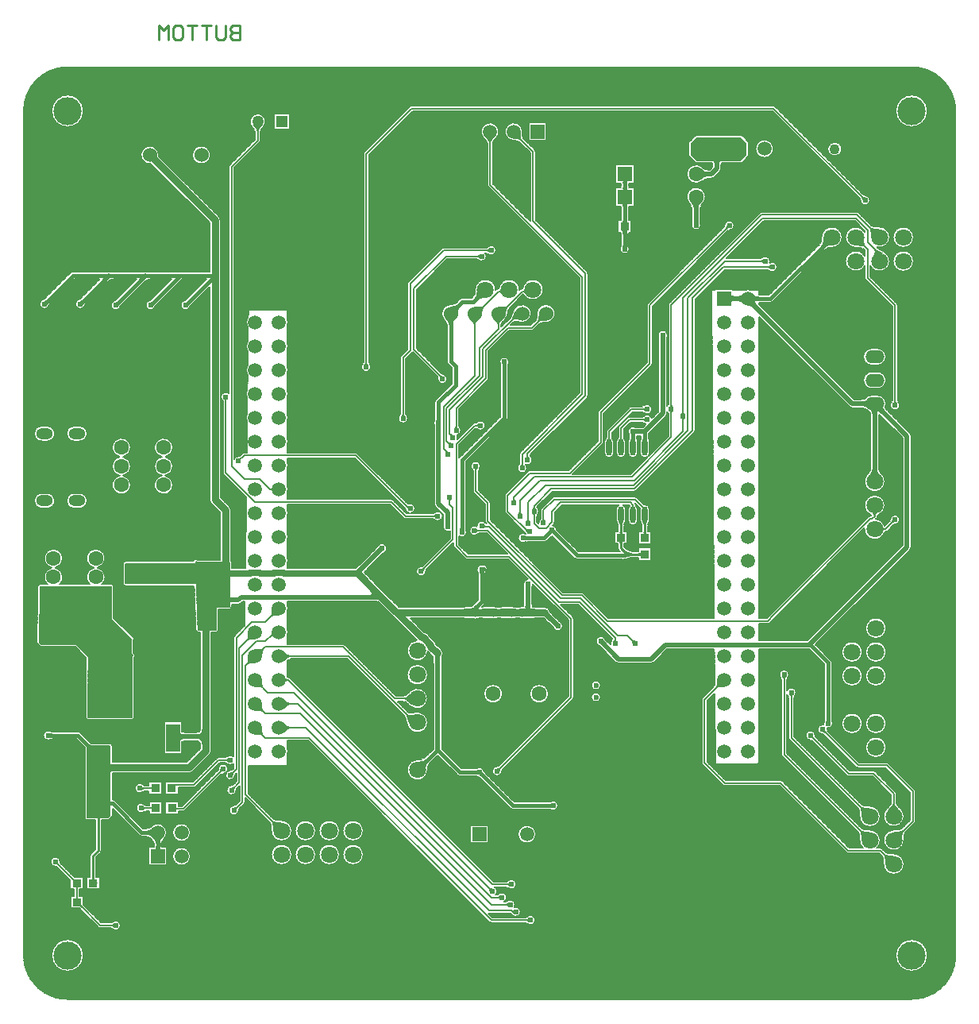
<source format=gbl>
G04*
G04 #@! TF.GenerationSoftware,Altium Limited,Altium Designer,19.0.4 (130)*
G04*
G04 Layer_Physical_Order=2*
G04 Layer_Color=16711680*
%FSLAX24Y24*%
%MOIN*%
G70*
G01*
G75*
%ADD10C,0.0100*%
%ADD16C,0.0050*%
%ADD17R,0.0350X0.0380*%
%ADD23R,0.0380X0.0350*%
%ADD29R,0.0591X0.1181*%
%ADD59C,0.0060*%
%ADD60C,0.0150*%
%ADD61C,0.0200*%
%ADD62C,0.0300*%
%ADD63C,0.0250*%
%ADD64C,0.0433*%
%ADD65C,0.0591*%
%ADD66C,0.0709*%
%ADD67R,0.0591X0.0591*%
%ADD68C,0.0630*%
%ADD69O,0.0709X0.0472*%
%ADD70R,0.0591X0.0591*%
%ADD71C,0.0236*%
%ADD72C,0.0600*%
%ADD73C,0.0630*%
%ADD74R,0.0787X0.0551*%
%ADD75O,0.0787X0.0551*%
%ADD76C,0.0500*%
%ADD77R,0.0500X0.0500*%
%ADD78R,0.0630X0.0630*%
%ADD79C,0.1181*%
%ADD80C,0.0240*%
%ADD81O,0.2362X0.0984*%
G04:AMPARAMS|DCode=82|XSize=98.4mil|YSize=236.2mil|CornerRadius=0mil|HoleSize=0mil|Usage=FLASHONLY|Rotation=90.000|XOffset=0mil|YOffset=0mil|HoleType=Round|Shape=Octagon|*
%AMOCTAGOND82*
4,1,8,-0.1181,-0.0246,-0.1181,0.0246,-0.0935,0.0492,0.0935,0.0492,0.1181,0.0246,0.1181,-0.0246,0.0935,-0.0492,-0.0935,-0.0492,-0.1181,-0.0246,0.0*
%
%ADD82OCTAGOND82*%

%ADD83O,0.0236X0.0709*%
G36*
X10097Y36744D02*
X10032Y36668D01*
X10016Y36645D01*
X10003Y36624D01*
X9993Y36604D01*
X9986Y36585D01*
X9981Y36568D01*
X9980Y36552D01*
X9920D01*
X9919Y36568D01*
X9914Y36585D01*
X9907Y36604D01*
X9897Y36624D01*
X9884Y36645D01*
X9868Y36668D01*
X9849Y36692D01*
X9803Y36744D01*
X9775Y36771D01*
X10125D01*
X10097Y36744D01*
D02*
G37*
G36*
X20991Y36460D02*
X20990Y36378D01*
X20992Y36343D01*
X20996Y36311D01*
X21002Y36282D01*
X21009Y36257D01*
X21018Y36235D01*
X21028Y36217D01*
X21040Y36202D01*
X20995Y36163D01*
X20982Y36174D01*
X20964Y36184D01*
X20943Y36193D01*
X20918Y36201D01*
X20888Y36209D01*
X20855Y36216D01*
X20776Y36227D01*
X20682Y36235D01*
X20994Y36506D01*
X20991Y36460D01*
D02*
G37*
G36*
X19873Y36285D02*
X19794Y36194D01*
X19774Y36167D01*
X19758Y36142D01*
X19746Y36119D01*
X19737Y36097D01*
X19732Y36077D01*
X19730Y36059D01*
X19670D01*
X19668Y36077D01*
X19663Y36097D01*
X19654Y36119D01*
X19642Y36142D01*
X19626Y36167D01*
X19606Y36194D01*
X19557Y36253D01*
X19527Y36285D01*
X19493Y36319D01*
X19907D01*
X19873Y36285D01*
D02*
G37*
G36*
X29335Y35779D02*
X29334Y35777D01*
X29333Y35775D01*
X29332Y35770D01*
X29328Y35738D01*
X29323Y35699D01*
X29212Y35809D01*
X29292Y35821D01*
X29335Y35779D01*
D02*
G37*
G36*
X29405Y35308D02*
X29388Y35302D01*
X29373Y35292D01*
X29360Y35278D01*
X29349Y35260D01*
X29340Y35238D01*
X29333Y35212D01*
X29328Y35182D01*
X29325Y35147D01*
X29324Y35109D01*
X29124D01*
X29123Y35147D01*
X29120Y35182D01*
X29115Y35212D01*
X29108Y35238D01*
X29099Y35260D01*
X29088Y35278D01*
X29075Y35292D01*
X29060Y35302D01*
X29043Y35308D01*
X29024Y35310D01*
X29424D01*
X29405Y35308D01*
D02*
G37*
G36*
X28599Y34948D02*
X28623Y34927D01*
X28648Y34909D01*
X28674Y34893D01*
X28700Y34880D01*
X28726Y34869D01*
X28753Y34861D01*
X28781Y34855D01*
X28809Y34851D01*
X28838Y34850D01*
Y34650D01*
X28809Y34649D01*
X28781Y34645D01*
X28753Y34639D01*
X28726Y34631D01*
X28700Y34620D01*
X28674Y34607D01*
X28648Y34591D01*
X28623Y34573D01*
X28599Y34552D01*
X28575Y34530D01*
Y34970D01*
X28599Y34948D01*
D02*
G37*
G36*
X25496Y34435D02*
X25483Y34430D01*
X25472Y34423D01*
X25462Y34412D01*
X25454Y34399D01*
X25447Y34382D01*
X25442Y34363D01*
X25438Y34340D01*
X25436Y34315D01*
X25435Y34286D01*
X25285D01*
X25284Y34315D01*
X25282Y34340D01*
X25278Y34363D01*
X25273Y34382D01*
X25266Y34399D01*
X25258Y34412D01*
X25248Y34423D01*
X25237Y34430D01*
X25224Y34435D01*
X25210Y34436D01*
X25510D01*
X25496Y34435D01*
D02*
G37*
G36*
X25436Y34235D02*
X25438Y34209D01*
X25442Y34187D01*
X25447Y34167D01*
X25454Y34150D01*
X25462Y34137D01*
X25472Y34126D01*
X25483Y34119D01*
X25496Y34114D01*
X25510Y34113D01*
X25210D01*
X25224Y34114D01*
X25237Y34119D01*
X25248Y34126D01*
X25258Y34137D01*
X25266Y34150D01*
X25273Y34167D01*
X25278Y34187D01*
X25282Y34209D01*
X25284Y34235D01*
X25285Y34264D01*
X25435D01*
X25436Y34235D01*
D02*
G37*
G36*
X35346Y33798D02*
X35354Y33792D01*
X35363Y33786D01*
X35373Y33782D01*
X35383Y33778D01*
X35395Y33775D01*
X35407Y33773D01*
X35420Y33771D01*
X35434Y33770D01*
X35449Y33770D01*
X35330Y33651D01*
X35330Y33666D01*
X35327Y33693D01*
X35325Y33705D01*
X35322Y33717D01*
X35318Y33727D01*
X35314Y33737D01*
X35308Y33746D01*
X35302Y33754D01*
X35296Y33762D01*
X35338Y33804D01*
X35346Y33798D01*
D02*
G37*
G36*
X25496Y33485D02*
X25483Y33480D01*
X25472Y33473D01*
X25462Y33462D01*
X25454Y33449D01*
X25447Y33432D01*
X25442Y33413D01*
X25438Y33390D01*
X25436Y33365D01*
X25435Y33336D01*
X25285D01*
X25284Y33365D01*
X25282Y33390D01*
X25278Y33413D01*
X25273Y33432D01*
X25266Y33449D01*
X25258Y33462D01*
X25248Y33473D01*
X25237Y33480D01*
X25224Y33485D01*
X25210Y33486D01*
X25510D01*
X25496Y33485D01*
D02*
G37*
G36*
X28548Y33551D02*
X28527Y33527D01*
X28509Y33502D01*
X28493Y33476D01*
X28480Y33450D01*
X28469Y33424D01*
X28461Y33397D01*
X28455Y33369D01*
X28451Y33341D01*
X28450Y33312D01*
X28250D01*
X28249Y33341D01*
X28245Y33369D01*
X28239Y33397D01*
X28231Y33424D01*
X28220Y33450D01*
X28207Y33476D01*
X28191Y33502D01*
X28173Y33527D01*
X28152Y33551D01*
X28130Y33575D01*
X28570D01*
X28548Y33551D01*
D02*
G37*
G36*
X25436Y32845D02*
X25438Y32820D01*
X25442Y32797D01*
X25447Y32778D01*
X25454Y32761D01*
X25462Y32748D01*
X25472Y32737D01*
X25483Y32730D01*
X25496Y32725D01*
X25510Y32724D01*
X25210D01*
X25224Y32725D01*
X25237Y32730D01*
X25248Y32737D01*
X25258Y32748D01*
X25266Y32761D01*
X25273Y32778D01*
X25278Y32797D01*
X25282Y32820D01*
X25284Y32845D01*
X25285Y32874D01*
X25435D01*
X25436Y32845D01*
D02*
G37*
G36*
X29749Y32480D02*
X29734Y32480D01*
X29707Y32477D01*
X29695Y32475D01*
X29683Y32472D01*
X29673Y32468D01*
X29663Y32464D01*
X29654Y32458D01*
X29646Y32452D01*
X29638Y32446D01*
X29596Y32488D01*
X29602Y32496D01*
X29608Y32504D01*
X29614Y32513D01*
X29618Y32523D01*
X29622Y32533D01*
X29625Y32545D01*
X29627Y32557D01*
X29629Y32570D01*
X29630Y32584D01*
X29630Y32599D01*
X29749Y32480D01*
D02*
G37*
G36*
X25486Y32376D02*
X25473Y32371D01*
X25462Y32364D01*
X25452Y32353D01*
X25444Y32340D01*
X25437Y32323D01*
X25432Y32303D01*
X25428Y32281D01*
X25426Y32255D01*
X25425Y32226D01*
X25275D01*
X25274Y32255D01*
X25272Y32281D01*
X25268Y32303D01*
X25263Y32323D01*
X25256Y32340D01*
X25248Y32353D01*
X25238Y32364D01*
X25227Y32371D01*
X25214Y32376D01*
X25200Y32377D01*
X25500D01*
X25486Y32376D01*
D02*
G37*
G36*
X35688Y32508D02*
X35709Y32496D01*
X35734Y32486D01*
X35765Y32477D01*
X35800Y32470D01*
X35840Y32464D01*
X35934Y32456D01*
X36046Y32454D01*
X35696Y32104D01*
X35696Y32162D01*
X35686Y32310D01*
X35680Y32350D01*
X35673Y32385D01*
X35664Y32416D01*
X35654Y32441D01*
X35642Y32462D01*
X35629Y32479D01*
X35671Y32521D01*
X35688Y32508D01*
D02*
G37*
G36*
X25425Y31752D02*
X25428Y31703D01*
X25429Y31697D01*
X25431Y31692D01*
X25432Y31688D01*
X25434Y31686D01*
X25266D01*
X25268Y31688D01*
X25269Y31692D01*
X25271Y31697D01*
X25272Y31703D01*
X25273Y31710D01*
X25274Y31729D01*
X25275Y31766D01*
X25425D01*
X25425Y31752D01*
D02*
G37*
G36*
X35404Y32038D02*
X35414Y31890D01*
X35420Y31850D01*
X35427Y31815D01*
X35436Y31784D01*
X35446Y31759D01*
X35458Y31738D01*
X35471Y31721D01*
X35429Y31679D01*
X35412Y31692D01*
X35391Y31704D01*
X35366Y31714D01*
X35335Y31723D01*
X35300Y31730D01*
X35260Y31736D01*
X35166Y31744D01*
X35054Y31746D01*
X35404Y32096D01*
X35404Y32038D01*
D02*
G37*
G36*
X34046Y31746D02*
X33999Y31745D01*
X33914Y31738D01*
X33876Y31732D01*
X33841Y31723D01*
X33808Y31713D01*
X33779Y31701D01*
X33752Y31686D01*
X33729Y31670D01*
X33708Y31652D01*
X33602Y31758D01*
X33620Y31779D01*
X33636Y31802D01*
X33651Y31829D01*
X33663Y31858D01*
X33673Y31891D01*
X33682Y31926D01*
X33688Y31964D01*
X33693Y32005D01*
X33696Y32096D01*
X34046Y31746D01*
D02*
G37*
G36*
X19664Y31466D02*
X19654Y31476D01*
X19633Y31494D01*
X19622Y31501D01*
X19612Y31507D01*
X19602Y31511D01*
X19592Y31515D01*
X19582Y31518D01*
X19572Y31519D01*
X19562Y31520D01*
Y31580D01*
X19572Y31581D01*
X19582Y31582D01*
X19592Y31585D01*
X19602Y31589D01*
X19612Y31593D01*
X19622Y31599D01*
X19633Y31606D01*
X19643Y31615D01*
X19654Y31624D01*
X19664Y31634D01*
Y31466D01*
D02*
G37*
G36*
X35896Y31602D02*
X35912Y31594D01*
X36233Y31403D01*
X35768Y31315D01*
X35794Y31351D01*
X35815Y31385D01*
X35831Y31417D01*
X35843Y31448D01*
X35850Y31477D01*
X35852Y31504D01*
X35849Y31529D01*
X35842Y31552D01*
X35830Y31574D01*
X35814Y31594D01*
X35888Y31604D01*
X35888Y31606D01*
X35896Y31602D01*
D02*
G37*
G36*
X19264Y31216D02*
X19254Y31226D01*
X19233Y31244D01*
X19223Y31251D01*
X19212Y31256D01*
X19202Y31261D01*
X19192Y31265D01*
X19182Y31268D01*
X19172Y31269D01*
X19162Y31270D01*
Y31330D01*
X19172Y31331D01*
X19182Y31332D01*
X19192Y31335D01*
X19202Y31339D01*
X19212Y31344D01*
X19223Y31349D01*
X19233Y31356D01*
X19243Y31365D01*
X19254Y31374D01*
X19264Y31384D01*
Y31216D01*
D02*
G37*
G36*
X31164Y31016D02*
X31154Y31026D01*
X31133Y31044D01*
X31123Y31051D01*
X31112Y31056D01*
X31102Y31061D01*
X31092Y31065D01*
X31082Y31068D01*
X31072Y31069D01*
X31062Y31070D01*
Y31130D01*
X31072Y31131D01*
X31082Y31132D01*
X31092Y31135D01*
X31102Y31139D01*
X31112Y31144D01*
X31123Y31149D01*
X31133Y31156D01*
X31143Y31165D01*
X31154Y31174D01*
X31164Y31184D01*
Y31016D01*
D02*
G37*
G36*
X31464Y30766D02*
X31454Y30776D01*
X31433Y30794D01*
X31423Y30801D01*
X31412Y30807D01*
X31402Y30811D01*
X31392Y30815D01*
X31382Y30818D01*
X31372Y30819D01*
X31362Y30820D01*
Y30880D01*
X31372Y30881D01*
X31382Y30882D01*
X31392Y30885D01*
X31402Y30889D01*
X31412Y30893D01*
X31423Y30899D01*
X31433Y30906D01*
X31443Y30915D01*
X31454Y30924D01*
X31464Y30934D01*
Y30766D01*
D02*
G37*
G36*
X5419Y30425D02*
X5390Y30424D01*
X5361Y30421D01*
X5333Y30415D01*
X5306Y30408D01*
X5280Y30398D01*
X5255Y30387D01*
X5231Y30373D01*
X5207Y30357D01*
X5185Y30339D01*
X5163Y30319D01*
X4951D01*
X4970Y30339D01*
X4983Y30357D01*
X4992Y30373D01*
X4995Y30387D01*
X4993Y30398D01*
X4986Y30408D01*
X4974Y30415D01*
X4957Y30421D01*
X4934Y30424D01*
X4907Y30425D01*
X5238Y30575D01*
X5419Y30425D01*
D02*
G37*
G36*
X3881D02*
X3852Y30424D01*
X3823Y30421D01*
X3795Y30415D01*
X3768Y30408D01*
X3742Y30398D01*
X3717Y30387D01*
X3693Y30373D01*
X3669Y30357D01*
X3647Y30339D01*
X3625Y30319D01*
X3413D01*
X3432Y30339D01*
X3445Y30357D01*
X3453Y30373D01*
X3457Y30387D01*
X3455Y30398D01*
X3448Y30408D01*
X3436Y30415D01*
X3419Y30421D01*
X3396Y30424D01*
X3369Y30425D01*
X3700Y30575D01*
X3881Y30425D01*
D02*
G37*
G36*
X21201Y29720D02*
X21192Y29734D01*
X21181Y29748D01*
X21169Y29759D01*
X21157Y29769D01*
X21144Y29778D01*
X21129Y29785D01*
X21114Y29790D01*
X21097Y29794D01*
X21080Y29797D01*
X21062Y29797D01*
Y29857D01*
X21078Y29858D01*
X21092Y29861D01*
X21105Y29865D01*
X21116Y29871D01*
X21126Y29879D01*
X21135Y29888D01*
X21142Y29899D01*
X21148Y29912D01*
X21152Y29926D01*
X21155Y29943D01*
X21201Y29720D01*
D02*
G37*
G36*
X20201D02*
X20192Y29734D01*
X20181Y29748D01*
X20169Y29759D01*
X20157Y29769D01*
X20144Y29778D01*
X20129Y29785D01*
X20114Y29790D01*
X20097Y29794D01*
X20080Y29797D01*
X20062Y29797D01*
Y29857D01*
X20078Y29858D01*
X20092Y29861D01*
X20105Y29865D01*
X20116Y29871D01*
X20126Y29879D01*
X20135Y29888D01*
X20142Y29899D01*
X20148Y29912D01*
X20152Y29926D01*
X20155Y29943D01*
X20201Y29720D01*
D02*
G37*
G36*
X19503Y29546D02*
X19456Y29545D01*
X19371Y29538D01*
X19332Y29532D01*
X19297Y29523D01*
X19265Y29513D01*
X19235Y29501D01*
X19209Y29486D01*
X19185Y29470D01*
X19164Y29452D01*
X19058Y29558D01*
X19076Y29579D01*
X19093Y29602D01*
X19107Y29629D01*
X19119Y29658D01*
X19130Y29691D01*
X19138Y29726D01*
X19145Y29764D01*
X19149Y29805D01*
X19152Y29896D01*
X19503Y29546D01*
D02*
G37*
G36*
X29822Y29709D02*
X29828Y29692D01*
X29839Y29677D01*
X29853Y29664D01*
X29871Y29653D01*
X29893Y29644D01*
X29919Y29637D01*
X29949Y29632D01*
X29983Y29629D01*
X30022Y29628D01*
Y29428D01*
X29983Y29427D01*
X29949Y29424D01*
X29919Y29419D01*
X29893Y29412D01*
X29871Y29403D01*
X29853Y29392D01*
X29839Y29379D01*
X29828Y29364D01*
X29822Y29347D01*
X29820Y29328D01*
Y29728D01*
X29822Y29709D01*
D02*
G37*
G36*
X30317Y29321D02*
X30295Y29341D01*
X30273Y29359D01*
X30251Y29375D01*
X30227Y29389D01*
X30203Y29401D01*
X30179Y29410D01*
X30153Y29418D01*
X30127Y29423D01*
X30100Y29426D01*
X30073Y29428D01*
Y29628D01*
X30100Y29629D01*
X30127Y29632D01*
X30153Y29637D01*
X30179Y29645D01*
X30203Y29654D01*
X30227Y29666D01*
X30251Y29680D01*
X30273Y29696D01*
X30295Y29714D01*
X30317Y29734D01*
Y29321D01*
D02*
G37*
G36*
X2670Y29364D02*
X2661Y29354D01*
X2628Y29317D01*
X2624Y29312D01*
X2622Y29308D01*
X2620Y29304D01*
X2620Y29301D01*
X2501Y29420D01*
X2504Y29420D01*
X2508Y29422D01*
X2512Y29424D01*
X2517Y29428D01*
X2523Y29432D01*
X2537Y29445D01*
X2564Y29470D01*
X2670Y29364D01*
D02*
G37*
G36*
X1164D02*
X1154Y29354D01*
X1122Y29317D01*
X1118Y29312D01*
X1116Y29308D01*
X1114Y29304D01*
X1114Y29301D01*
X995Y29420D01*
X998Y29420D01*
X1001Y29422D01*
X1006Y29424D01*
X1011Y29428D01*
X1017Y29432D01*
X1031Y29445D01*
X1058Y29470D01*
X1164Y29364D01*
D02*
G37*
G36*
X5623Y29314D02*
X5614Y29304D01*
X5581Y29267D01*
X5577Y29262D01*
X5575Y29258D01*
X5573Y29254D01*
X5573Y29251D01*
X5454Y29370D01*
X5457Y29370D01*
X5461Y29372D01*
X5465Y29374D01*
X5470Y29378D01*
X5476Y29382D01*
X5490Y29395D01*
X5517Y29420D01*
X5623Y29314D01*
D02*
G37*
G36*
X4158D02*
X4149Y29304D01*
X4116Y29267D01*
X4113Y29262D01*
X4110Y29258D01*
X4109Y29254D01*
X4108Y29251D01*
X3989Y29370D01*
X3992Y29370D01*
X3996Y29372D01*
X4000Y29374D01*
X4005Y29378D01*
X4011Y29382D01*
X4025Y29395D01*
X4052Y29420D01*
X4158Y29314D01*
D02*
G37*
G36*
X20443Y29166D02*
X20434Y29155D01*
X20425Y29139D01*
X20415Y29118D01*
X20406Y29093D01*
X20386Y29028D01*
X20366Y28945D01*
X20345Y28843D01*
X20113Y29193D01*
X20156Y29185D01*
X20234Y29175D01*
X20268Y29174D01*
X20299Y29175D01*
X20327Y29179D01*
X20353Y29185D01*
X20375Y29193D01*
X20394Y29204D01*
X20409Y29217D01*
X20443Y29166D01*
D02*
G37*
G36*
X19443D02*
X19434Y29155D01*
X19425Y29139D01*
X19415Y29118D01*
X19406Y29093D01*
X19386Y29028D01*
X19366Y28945D01*
X19345Y28843D01*
X19113Y29193D01*
X19156Y29185D01*
X19234Y29175D01*
X19268Y29174D01*
X19299Y29175D01*
X19327Y29179D01*
X19353Y29185D01*
X19375Y29193D01*
X19394Y29204D01*
X19409Y29217D01*
X19443Y29166D01*
D02*
G37*
G36*
X30764Y29709D02*
X30790Y29687D01*
X30815Y29667D01*
X30841Y29650D01*
X30866Y29635D01*
X30891Y29624D01*
X30916Y29614D01*
X30941Y29608D01*
X30966Y29604D01*
X30990Y29603D01*
Y29453D01*
X30966Y29451D01*
X30941Y29447D01*
X30916Y29441D01*
X30891Y29431D01*
X30866Y29420D01*
X30841Y29405D01*
X30830Y29398D01*
X30831Y29395D01*
X30839Y29370D01*
X30849Y29346D01*
X30861Y29322D01*
X30875Y29300D01*
X30892Y29279D01*
X30911Y29258D01*
X30759Y29127D01*
X30739Y29145D01*
X30718Y29162D01*
X30696Y29177D01*
X30673Y29191D01*
X30649Y29202D01*
X30623Y29212D01*
X30597Y29220D01*
X30569Y29226D01*
X30541Y29230D01*
X30511Y29233D01*
X30738Y29432D01*
Y29734D01*
X30764Y29709D01*
D02*
G37*
G36*
X18436Y29180D02*
X18419Y29161D01*
X18404Y29141D01*
X18391Y29118D01*
X18380Y29093D01*
X18370Y29067D01*
X18363Y29038D01*
X18357Y29007D01*
X18353Y28975D01*
X18350Y28940D01*
X18350Y28903D01*
X18053Y29200D01*
X18090Y29200D01*
X18157Y29207D01*
X18188Y29213D01*
X18217Y29220D01*
X18243Y29230D01*
X18268Y29241D01*
X18291Y29254D01*
X18311Y29269D01*
X18330Y29286D01*
X18436Y29180D01*
D02*
G37*
G36*
X20934Y28623D02*
X20896Y28638D01*
X20860Y28650D01*
X20827Y28658D01*
X20796Y28663D01*
X20768Y28665D01*
X20741Y28664D01*
X20717Y28660D01*
X20696Y28652D01*
X20677Y28642D01*
X20660Y28628D01*
X20635Y28688D01*
X20639Y28693D01*
X20645Y28705D01*
X20676Y28775D01*
X20771Y29010D01*
X20934Y28623D01*
D02*
G37*
G36*
X22047Y28600D02*
X21998Y28600D01*
X21876Y28592D01*
X21842Y28586D01*
X21813Y28580D01*
X21787Y28572D01*
X21765Y28563D01*
X21747Y28552D01*
X21733Y28540D01*
X21690Y28583D01*
X21702Y28597D01*
X21713Y28615D01*
X21722Y28637D01*
X21730Y28663D01*
X21736Y28692D01*
X21742Y28726D01*
X21748Y28804D01*
X21750Y28848D01*
X21750Y28897D01*
X22047Y28600D01*
D02*
G37*
G36*
X18234Y28659D02*
X18191Y28607D01*
X18174Y28581D01*
X18159Y28556D01*
X18147Y28530D01*
X18137Y28505D01*
X18130Y28479D01*
X18126Y28454D01*
X18125Y28430D01*
X17975D01*
X17974Y28454D01*
X17970Y28479D01*
X17963Y28505D01*
X17953Y28530D01*
X17941Y28556D01*
X17926Y28581D01*
X17909Y28607D01*
X17889Y28633D01*
X17866Y28659D01*
X17840Y28686D01*
X18260D01*
X18234Y28659D01*
D02*
G37*
G36*
X20226Y28651D02*
X20145Y28559D01*
X20125Y28531D01*
X20109Y28506D01*
X20096Y28482D01*
X20087Y28460D01*
X20082Y28440D01*
X20080Y28421D01*
X20020D01*
X20018Y28440D01*
X20013Y28460D01*
X20004Y28482D01*
X19991Y28506D01*
X19975Y28531D01*
X19955Y28559D01*
X19905Y28619D01*
X19874Y28651D01*
X19840Y28686D01*
X20260D01*
X20226Y28651D01*
D02*
G37*
G36*
X19226D02*
X19145Y28559D01*
X19125Y28531D01*
X19109Y28506D01*
X19096Y28482D01*
X19087Y28460D01*
X19082Y28440D01*
X19080Y28421D01*
X19020D01*
X19018Y28440D01*
X19013Y28460D01*
X19004Y28482D01*
X18991Y28506D01*
X18975Y28531D01*
X18955Y28559D01*
X18905Y28619D01*
X18874Y28651D01*
X18840Y28686D01*
X19260D01*
X19226Y28651D01*
D02*
G37*
G36*
X14531Y26841D02*
X14532Y26831D01*
X14535Y26821D01*
X14539Y26811D01*
X14543Y26800D01*
X14549Y26790D01*
X14556Y26780D01*
X14565Y26769D01*
X14574Y26759D01*
X14584Y26748D01*
X14416D01*
X14426Y26759D01*
X14444Y26780D01*
X14451Y26790D01*
X14456Y26800D01*
X14461Y26811D01*
X14465Y26821D01*
X14468Y26831D01*
X14469Y26841D01*
X14470Y26851D01*
X14530D01*
X14531Y26841D01*
D02*
G37*
G36*
X20382Y26785D02*
X20381Y26781D01*
X20379Y26776D01*
X20378Y26770D01*
X20377Y26762D01*
X20376Y26744D01*
X20375Y26707D01*
X20225D01*
X20225Y26721D01*
X20222Y26770D01*
X20221Y26776D01*
X20219Y26781D01*
X20218Y26785D01*
X20216Y26787D01*
X20384D01*
X20382Y26785D01*
D02*
G37*
G36*
X17630Y26312D02*
X17638Y26307D01*
X17646Y26301D01*
X17656Y26296D01*
X17678Y26285D01*
X17690Y26280D01*
X17734Y26265D01*
X17586Y26186D01*
X17589Y26199D01*
X17592Y26211D01*
X17593Y26223D01*
X17593Y26234D01*
X17592Y26245D01*
X17589Y26255D01*
X17586Y26264D01*
X17581Y26273D01*
X17575Y26282D01*
X17568Y26289D01*
X17624Y26318D01*
X17630Y26312D01*
D02*
G37*
G36*
X36731Y25228D02*
X36732Y25218D01*
X36735Y25208D01*
X36739Y25198D01*
X36744Y25188D01*
X36749Y25178D01*
X36756Y25167D01*
X36765Y25157D01*
X36774Y25146D01*
X36784Y25136D01*
X36616D01*
X36626Y25146D01*
X36644Y25167D01*
X36651Y25178D01*
X36656Y25188D01*
X36661Y25198D01*
X36665Y25208D01*
X36668Y25218D01*
X36669Y25228D01*
X36670Y25238D01*
X36730D01*
X36731Y25228D01*
D02*
G37*
G36*
X27341Y25078D02*
X27342Y25068D01*
X27345Y25058D01*
X27349Y25048D01*
X27353Y25038D01*
X27359Y25027D01*
X27366Y25017D01*
X27375Y25007D01*
X27384Y24996D01*
X27394Y24986D01*
X27226D01*
X27236Y24996D01*
X27254Y25017D01*
X27261Y25027D01*
X27266Y25038D01*
X27271Y25048D01*
X27275Y25058D01*
X27278Y25068D01*
X27279Y25078D01*
X27280Y25088D01*
X27340D01*
X27341Y25078D01*
D02*
G37*
G36*
X35544Y24917D02*
X35541Y24936D01*
X35533Y24952D01*
X35520Y24967D01*
X35501Y24980D01*
X35477Y24991D01*
X35447Y25000D01*
X35412Y25007D01*
X35372Y25012D01*
X35326Y25015D01*
X35275Y25016D01*
Y25216D01*
X35326Y25217D01*
X35412Y25225D01*
X35447Y25232D01*
X35477Y25241D01*
X35501Y25251D01*
X35520Y25264D01*
X35533Y25279D01*
X35541Y25296D01*
X35544Y25315D01*
Y24917D01*
D02*
G37*
G36*
X26214Y24799D02*
X26204Y24809D01*
X26183Y24827D01*
X26172Y24834D01*
X26162Y24840D01*
X26152Y24844D01*
X26142Y24848D01*
X26132Y24851D01*
X26122Y24852D01*
X26112Y24853D01*
Y24913D01*
X26122Y24914D01*
X26132Y24915D01*
X26142Y24918D01*
X26152Y24922D01*
X26162Y24927D01*
X26172Y24932D01*
X26183Y24939D01*
X26193Y24948D01*
X26204Y24957D01*
X26214Y24967D01*
Y24799D01*
D02*
G37*
G36*
X27384Y24804D02*
X27366Y24783D01*
X27359Y24773D01*
X27353Y24762D01*
X27349Y24752D01*
X27345Y24742D01*
X27342Y24732D01*
X27341Y24722D01*
X27340Y24712D01*
X27280D01*
X27279Y24722D01*
X27278Y24732D01*
X27275Y24742D01*
X27271Y24752D01*
X27266Y24762D01*
X27261Y24773D01*
X27254Y24783D01*
X27245Y24793D01*
X27236Y24804D01*
X27226Y24814D01*
X27394D01*
X27384Y24804D01*
D02*
G37*
G36*
X36209Y25012D02*
X36198Y24999D01*
X36193Y24983D01*
X36194Y24964D01*
X36200Y24942D01*
X36212Y24918D01*
X36229Y24891D01*
X36252Y24861D01*
X36281Y24828D01*
X36315Y24792D01*
X36124Y24700D01*
X36088Y24735D01*
X36021Y24791D01*
X35990Y24812D01*
X35983Y24816D01*
X35975Y24801D01*
X35966Y24778D01*
X35959Y24750D01*
X35954Y24717D01*
X35951Y24681D01*
X35950Y24640D01*
X35750D01*
X35749Y24681D01*
X35746Y24717D01*
X35741Y24750D01*
X35734Y24778D01*
X35725Y24801D01*
X35714Y24821D01*
X35701Y24836D01*
X35686Y24846D01*
X35669Y24853D01*
X35650Y24855D01*
X35872D01*
X36225Y25022D01*
X36209Y25012D01*
D02*
G37*
G36*
X27831Y24778D02*
X27832Y24768D01*
X27835Y24758D01*
X27839Y24748D01*
X27843Y24738D01*
X27849Y24727D01*
X27856Y24717D01*
X27865Y24707D01*
X27874Y24696D01*
X27884Y24686D01*
X27716D01*
X27726Y24696D01*
X27744Y24717D01*
X27751Y24727D01*
X27757Y24738D01*
X27761Y24748D01*
X27765Y24758D01*
X27768Y24768D01*
X27769Y24778D01*
X27770Y24788D01*
X27830D01*
X27831Y24778D01*
D02*
G37*
G36*
X16081Y24678D02*
X16082Y24668D01*
X16085Y24658D01*
X16089Y24648D01*
X16093Y24638D01*
X16099Y24627D01*
X16106Y24617D01*
X16115Y24607D01*
X16124Y24596D01*
X16134Y24586D01*
X15966D01*
X15976Y24596D01*
X15994Y24617D01*
X16001Y24627D01*
X16006Y24638D01*
X16011Y24648D01*
X16015Y24658D01*
X16018Y24668D01*
X16019Y24678D01*
X16020Y24688D01*
X16080D01*
X16081Y24678D01*
D02*
G37*
G36*
X27874Y24504D02*
X27856Y24483D01*
X27849Y24472D01*
X27843Y24462D01*
X27839Y24452D01*
X27835Y24442D01*
X27832Y24432D01*
X27831Y24422D01*
X27830Y24412D01*
X27770D01*
X27769Y24422D01*
X27768Y24432D01*
X27765Y24442D01*
X27761Y24452D01*
X27757Y24462D01*
X27751Y24472D01*
X27744Y24483D01*
X27735Y24493D01*
X27726Y24504D01*
X27716Y24514D01*
X27884D01*
X27874Y24504D01*
D02*
G37*
G36*
X17613Y24464D02*
X17616Y24415D01*
X17617Y24409D01*
X17619Y24404D01*
X17620Y24400D01*
X17622Y24398D01*
X17454D01*
X17456Y24400D01*
X17457Y24404D01*
X17458Y24409D01*
X17460Y24415D01*
X17461Y24422D01*
X17462Y24441D01*
X17463Y24478D01*
X17613D01*
X17613Y24464D01*
D02*
G37*
G36*
X26214Y24366D02*
X26204Y24376D01*
X26183Y24394D01*
X26172Y24401D01*
X26162Y24406D01*
X26152Y24411D01*
X26142Y24415D01*
X26132Y24418D01*
X26122Y24419D01*
X26112Y24420D01*
Y24480D01*
X26122Y24481D01*
X26132Y24482D01*
X26142Y24485D01*
X26152Y24489D01*
X26162Y24494D01*
X26172Y24499D01*
X26183Y24506D01*
X26193Y24515D01*
X26204Y24524D01*
X26214Y24534D01*
Y24366D01*
D02*
G37*
G36*
X19214Y24116D02*
X19204Y24126D01*
X19183Y24144D01*
X19173Y24151D01*
X19162Y24156D01*
X19152Y24161D01*
X19142Y24165D01*
X19132Y24168D01*
X19122Y24169D01*
X19112Y24170D01*
Y24230D01*
X19122Y24231D01*
X19132Y24232D01*
X19142Y24235D01*
X19152Y24239D01*
X19162Y24244D01*
X19173Y24249D01*
X19183Y24256D01*
X19193Y24265D01*
X19204Y24274D01*
X19214Y24284D01*
Y24116D01*
D02*
G37*
G36*
X18313Y24178D02*
X18315Y24168D01*
X18317Y24158D01*
X18321Y24148D01*
X18326Y24138D01*
X18332Y24128D01*
X18339Y24117D01*
X18347Y24107D01*
X18356Y24096D01*
X18366Y24086D01*
X18198D01*
X18209Y24096D01*
X18226Y24117D01*
X18233Y24128D01*
X18239Y24138D01*
X18244Y24148D01*
X18248Y24158D01*
X18250Y24168D01*
X18252Y24178D01*
X18252Y24188D01*
X18312D01*
X18313Y24178D01*
D02*
G37*
G36*
X25782Y23862D02*
X25781Y23858D01*
X25779Y23853D01*
X25778Y23847D01*
X25777Y23840D01*
X25776Y23821D01*
X25775Y23784D01*
X25625D01*
X25625Y23798D01*
X25622Y23847D01*
X25621Y23853D01*
X25619Y23858D01*
X25618Y23862D01*
X25616Y23864D01*
X25784D01*
X25782Y23862D01*
D02*
G37*
G36*
X18051Y23860D02*
X18059Y23855D01*
X18068Y23849D01*
X18077Y23844D01*
X18088Y23839D01*
X18112Y23829D01*
X18126Y23825D01*
X18156Y23817D01*
X18012Y23730D01*
X18015Y23743D01*
X18017Y23755D01*
X18017Y23767D01*
X18017Y23779D01*
X18016Y23790D01*
X18013Y23800D01*
X18009Y23809D01*
X18004Y23818D01*
X17999Y23827D01*
X17992Y23835D01*
X18045Y23866D01*
X18051Y23860D01*
D02*
G37*
G36*
X25230Y23681D02*
X25233Y23657D01*
X25235Y23648D01*
X25237Y23640D01*
X25241Y23633D01*
X25244Y23628D01*
X25249Y23624D01*
X25254Y23622D01*
X25259Y23621D01*
X25141D01*
X25146Y23622D01*
X25151Y23624D01*
X25156Y23628D01*
X25159Y23633D01*
X25163Y23640D01*
X25165Y23648D01*
X25167Y23657D01*
X25169Y23668D01*
X25170Y23681D01*
X25170Y23695D01*
X25230D01*
X25230Y23681D01*
D02*
G37*
G36*
X24730D02*
X24733Y23657D01*
X24735Y23648D01*
X24737Y23640D01*
X24741Y23633D01*
X24744Y23628D01*
X24749Y23624D01*
X24754Y23622D01*
X24759Y23621D01*
X24641D01*
X24646Y23622D01*
X24651Y23624D01*
X24656Y23628D01*
X24659Y23633D01*
X24663Y23640D01*
X24665Y23648D01*
X24667Y23657D01*
X24669Y23668D01*
X24670Y23681D01*
X24670Y23695D01*
X24730D01*
X24730Y23681D01*
D02*
G37*
G36*
X26275Y23733D02*
X26282Y23643D01*
X26285Y23626D01*
X26288Y23611D01*
X26292Y23598D01*
X26297Y23588D01*
X26302Y23580D01*
X26098D01*
X26103Y23588D01*
X26108Y23598D01*
X26112Y23611D01*
X26115Y23626D01*
X26118Y23643D01*
X26123Y23683D01*
X26125Y23733D01*
X26125Y23761D01*
X26275D01*
X26275Y23733D01*
D02*
G37*
G36*
X25775D02*
X25782Y23643D01*
X25785Y23626D01*
X25788Y23611D01*
X25792Y23598D01*
X25797Y23588D01*
X25802Y23580D01*
X25598D01*
X25603Y23588D01*
X25608Y23598D01*
X25612Y23611D01*
X25615Y23626D01*
X25618Y23643D01*
X25623Y23683D01*
X25625Y23733D01*
X25625Y23761D01*
X25775D01*
X25775Y23733D01*
D02*
G37*
G36*
X17973Y23497D02*
X17982Y23491D01*
X17991Y23486D01*
X18000Y23482D01*
X18011Y23478D01*
X18023Y23475D01*
X18035Y23473D01*
X18048Y23471D01*
X18062Y23470D01*
X18076Y23470D01*
X17958Y23351D01*
X17958Y23365D01*
X17955Y23392D01*
X17953Y23405D01*
X17950Y23416D01*
X17946Y23427D01*
X17941Y23437D01*
X17936Y23446D01*
X17930Y23454D01*
X17924Y23461D01*
X17966Y23504D01*
X17973Y23497D01*
D02*
G37*
G36*
X17862Y23162D02*
X17869Y23157D01*
X17878Y23151D01*
X17887Y23146D01*
X17909Y23135D01*
X17922Y23130D01*
X17965Y23115D01*
X17817Y23036D01*
X17821Y23049D01*
X17823Y23061D01*
X17824Y23073D01*
X17824Y23084D01*
X17823Y23094D01*
X17821Y23104D01*
X17817Y23114D01*
X17812Y23123D01*
X17806Y23131D01*
X17799Y23139D01*
X17855Y23168D01*
X17862Y23162D01*
D02*
G37*
G36*
X21308Y22928D02*
X21310Y22918D01*
X21313Y22908D01*
X21317Y22898D01*
X21321Y22888D01*
X21327Y22878D01*
X21334Y22867D01*
X21343Y22857D01*
X21352Y22846D01*
X21362Y22836D01*
X21194D01*
X21204Y22846D01*
X21221Y22867D01*
X21229Y22878D01*
X21234Y22888D01*
X21239Y22898D01*
X21243Y22908D01*
X21246Y22918D01*
X21247Y22928D01*
X21248Y22938D01*
X21308D01*
X21308Y22928D01*
D02*
G37*
G36*
X21081Y22588D02*
X21082Y22578D01*
X21085Y22568D01*
X21089Y22558D01*
X21093Y22548D01*
X21099Y22538D01*
X21106Y22527D01*
X21115Y22517D01*
X21124Y22506D01*
X21134Y22496D01*
X20966D01*
X20976Y22506D01*
X20994Y22527D01*
X21001Y22538D01*
X21007Y22548D01*
X21011Y22558D01*
X21015Y22568D01*
X21018Y22578D01*
X21019Y22588D01*
X21020Y22598D01*
X21080D01*
X21081Y22588D01*
D02*
G37*
G36*
X19174Y22404D02*
X19156Y22383D01*
X19149Y22373D01*
X19144Y22362D01*
X19139Y22352D01*
X19135Y22342D01*
X19132Y22332D01*
X19131Y22322D01*
X19130Y22312D01*
X19070D01*
X19069Y22322D01*
X19068Y22332D01*
X19065Y22342D01*
X19061Y22352D01*
X19057Y22362D01*
X19051Y22373D01*
X19044Y22383D01*
X19035Y22393D01*
X19026Y22404D01*
X19016Y22414D01*
X19184D01*
X19174Y22404D01*
D02*
G37*
G36*
X35951Y22372D02*
X35956Y22341D01*
X35963Y22311D01*
X35974Y22280D01*
X35987Y22250D01*
X36003Y22221D01*
X36023Y22191D01*
X36045Y22161D01*
X36070Y22132D01*
X36098Y22103D01*
X35602D01*
X35630Y22132D01*
X35655Y22161D01*
X35677Y22191D01*
X35697Y22221D01*
X35713Y22250D01*
X35726Y22280D01*
X35737Y22311D01*
X35744Y22341D01*
X35749Y22372D01*
X35750Y22403D01*
X35950D01*
X35951Y22372D01*
D02*
G37*
G36*
X10560Y21440D02*
X10556Y21451D01*
X10551Y21461D01*
X10545Y21470D01*
X10538Y21477D01*
X10530Y21483D01*
X10520Y21488D01*
X10510Y21492D01*
X10498Y21495D01*
X10486Y21497D01*
X10472Y21498D01*
Y21558D01*
X10486Y21558D01*
X10498Y21560D01*
X10510Y21563D01*
X10520Y21567D01*
X10530Y21572D01*
X10538Y21578D01*
X10545Y21586D01*
X10551Y21594D01*
X10556Y21604D01*
X10560Y21615D01*
Y21440D01*
D02*
G37*
G36*
X20731Y21128D02*
X20732Y21118D01*
X20735Y21108D01*
X20739Y21098D01*
X20744Y21088D01*
X20749Y21077D01*
X20756Y21067D01*
X20765Y21057D01*
X20774Y21046D01*
X20784Y21036D01*
X20616D01*
X20626Y21046D01*
X20644Y21067D01*
X20651Y21077D01*
X20656Y21088D01*
X20661Y21098D01*
X20665Y21108D01*
X20668Y21118D01*
X20669Y21128D01*
X20670Y21138D01*
X20730D01*
X20731Y21128D01*
D02*
G37*
G36*
X18074Y21104D02*
X18056Y21083D01*
X18049Y21072D01*
X18044Y21062D01*
X18039Y21052D01*
X18035Y21042D01*
X18032Y21032D01*
X18031Y21022D01*
X18030Y21012D01*
X17970D01*
X17969Y21022D01*
X17968Y21032D01*
X17965Y21042D01*
X17961Y21052D01*
X17957Y21062D01*
X17951Y21072D01*
X17944Y21083D01*
X17935Y21093D01*
X17926Y21104D01*
X17916Y21114D01*
X18084D01*
X18074Y21104D01*
D02*
G37*
G36*
X25730Y20846D02*
X25733Y20823D01*
X25735Y20813D01*
X25737Y20805D01*
X25741Y20798D01*
X25744Y20793D01*
X25749Y20790D01*
X25754Y20787D01*
X25759Y20787D01*
X25641D01*
X25646Y20787D01*
X25651Y20790D01*
X25656Y20793D01*
X25659Y20798D01*
X25663Y20805D01*
X25665Y20813D01*
X25667Y20823D01*
X25669Y20834D01*
X25670Y20846D01*
X25670Y20860D01*
X25730D01*
X25730Y20846D01*
D02*
G37*
G36*
X26108Y20821D02*
X26127Y20806D01*
X26135Y20800D01*
X26142Y20797D01*
X26149Y20794D01*
X26156Y20793D01*
X26161Y20794D01*
X26166Y20796D01*
X26171Y20799D01*
X26087Y20715D01*
X26091Y20720D01*
X26092Y20725D01*
X26093Y20731D01*
X26092Y20737D01*
X26090Y20744D01*
X26086Y20751D01*
X26080Y20760D01*
X26074Y20768D01*
X26065Y20778D01*
X26056Y20788D01*
X26098Y20830D01*
X26108Y20821D01*
D02*
G37*
G36*
X21581Y20778D02*
X21582Y20768D01*
X21585Y20758D01*
X21589Y20748D01*
X21593Y20738D01*
X21599Y20728D01*
X21606Y20717D01*
X21615Y20707D01*
X21624Y20696D01*
X21634Y20686D01*
X21466D01*
X21476Y20696D01*
X21494Y20717D01*
X21501Y20728D01*
X21507Y20738D01*
X21511Y20748D01*
X21515Y20758D01*
X21518Y20768D01*
X21519Y20778D01*
X21520Y20788D01*
X21580D01*
X21581Y20778D01*
D02*
G37*
G36*
X20981Y20578D02*
X20982Y20568D01*
X20985Y20558D01*
X20989Y20548D01*
X20993Y20538D01*
X20999Y20528D01*
X21006Y20517D01*
X21015Y20507D01*
X21024Y20496D01*
X21034Y20486D01*
X20866D01*
X20876Y20496D01*
X20894Y20517D01*
X20901Y20528D01*
X20907Y20538D01*
X20911Y20548D01*
X20915Y20558D01*
X20918Y20568D01*
X20919Y20578D01*
X20920Y20588D01*
X20980D01*
X20981Y20578D01*
D02*
G37*
G36*
X26235Y20485D02*
X26165D01*
X26166Y20487D01*
X26167Y20491D01*
X26167Y20497D01*
X26169Y20514D01*
X26170Y20590D01*
X26230D01*
X26235Y20485D01*
D02*
G37*
G36*
X21624Y20504D02*
X21606Y20483D01*
X21599Y20473D01*
X21593Y20462D01*
X21589Y20452D01*
X21585Y20442D01*
X21582Y20432D01*
X21581Y20422D01*
X21580Y20412D01*
X21520D01*
X21519Y20422D01*
X21518Y20432D01*
X21515Y20442D01*
X21511Y20452D01*
X21507Y20462D01*
X21501Y20473D01*
X21494Y20483D01*
X21485Y20493D01*
X21476Y20504D01*
X21466Y20514D01*
X21634D01*
X21624Y20504D01*
D02*
G37*
G36*
X35946Y20508D02*
X35932Y20500D01*
X35920Y20492D01*
X35909Y20483D01*
X35900Y20472D01*
X35893Y20460D01*
X35887Y20447D01*
X35883Y20432D01*
X35881Y20417D01*
X35880Y20400D01*
X35820D01*
X35819Y20417D01*
X35817Y20432D01*
X35813Y20447D01*
X35807Y20460D01*
X35800Y20472D01*
X35791Y20483D01*
X35780Y20492D01*
X35768Y20500D01*
X35754Y20508D01*
X35738Y20514D01*
X35962D01*
X35946Y20508D01*
D02*
G37*
G36*
X17425Y20316D02*
X17415Y20326D01*
X17394Y20344D01*
X17383Y20351D01*
X17373Y20357D01*
X17363Y20361D01*
X17353Y20365D01*
X17343Y20368D01*
X17333Y20369D01*
X17323Y20370D01*
Y20430D01*
X17333Y20431D01*
X17343Y20432D01*
X17353Y20435D01*
X17363Y20439D01*
X17373Y20443D01*
X17383Y20449D01*
X17394Y20456D01*
X17404Y20465D01*
X17415Y20474D01*
X17425Y20484D01*
Y20316D01*
D02*
G37*
G36*
X21971Y20288D02*
X21972Y20278D01*
X21975Y20268D01*
X21979Y20258D01*
X21983Y20248D01*
X21989Y20238D01*
X21996Y20227D01*
X22005Y20217D01*
X22014Y20206D01*
X22024Y20196D01*
X21856D01*
X21866Y20206D01*
X21884Y20227D01*
X21891Y20238D01*
X21897Y20248D01*
X21901Y20258D01*
X21905Y20268D01*
X21908Y20278D01*
X21909Y20288D01*
X21910Y20298D01*
X21970D01*
X21971Y20288D01*
D02*
G37*
G36*
X21331Y20278D02*
X21332Y20268D01*
X21335Y20258D01*
X21339Y20248D01*
X21344Y20238D01*
X21349Y20227D01*
X21356Y20217D01*
X21365Y20207D01*
X21374Y20196D01*
X21384Y20186D01*
X21216D01*
X21226Y20196D01*
X21244Y20217D01*
X21251Y20227D01*
X21256Y20238D01*
X21261Y20248D01*
X21265Y20258D01*
X21268Y20268D01*
X21269Y20278D01*
X21270Y20288D01*
X21330D01*
X21331Y20278D01*
D02*
G37*
G36*
X36699Y20130D02*
X36684Y20130D01*
X36657Y20127D01*
X36645Y20125D01*
X36633Y20122D01*
X36623Y20118D01*
X36613Y20114D01*
X36604Y20108D01*
X36596Y20102D01*
X36588Y20096D01*
X36546Y20138D01*
X36552Y20146D01*
X36558Y20154D01*
X36564Y20163D01*
X36568Y20173D01*
X36572Y20183D01*
X36575Y20195D01*
X36577Y20207D01*
X36579Y20220D01*
X36580Y20234D01*
X36580Y20249D01*
X36699Y20130D01*
D02*
G37*
G36*
X26290Y20151D02*
X26281Y20147D01*
X26274Y20140D01*
X26268Y20130D01*
X26262Y20117D01*
X26258Y20101D01*
X26254Y20082D01*
X26252Y20060D01*
X26250Y20035D01*
X26250Y20008D01*
X26150D01*
X26150Y20035D01*
X26146Y20082D01*
X26142Y20101D01*
X26138Y20117D01*
X26132Y20130D01*
X26126Y20140D01*
X26119Y20147D01*
X26110Y20151D01*
X26101Y20153D01*
X26299D01*
X26290Y20151D01*
D02*
G37*
G36*
X25290D02*
X25281Y20147D01*
X25274Y20140D01*
X25268Y20130D01*
X25262Y20117D01*
X25258Y20101D01*
X25254Y20082D01*
X25252Y20060D01*
X25250Y20035D01*
X25250Y20008D01*
X25150D01*
X25150Y20035D01*
X25146Y20082D01*
X25142Y20101D01*
X25138Y20117D01*
X25132Y20130D01*
X25126Y20140D01*
X25119Y20147D01*
X25110Y20151D01*
X25101Y20153D01*
X25299D01*
X25290Y20151D01*
D02*
G37*
G36*
X19462Y20045D02*
X19470Y20035D01*
X19477Y20026D01*
X19485Y20018D01*
X19493Y20012D01*
X19502Y20006D01*
X19512Y20002D01*
X19521Y19999D01*
X19531Y19997D01*
X19542Y19996D01*
X19524Y19936D01*
X19515Y19936D01*
X19506Y19935D01*
X19496Y19933D01*
X19485Y19930D01*
X19474Y19926D01*
X19450Y19916D01*
X19437Y19910D01*
X19409Y19895D01*
X19456Y20057D01*
X19462Y20045D01*
D02*
G37*
G36*
X24790Y20151D02*
X24781Y20147D01*
X24774Y20140D01*
X24768Y20130D01*
X24762Y20117D01*
X24758Y20101D01*
X24754Y20082D01*
X24752Y20060D01*
X24750Y20035D01*
X24750Y20020D01*
X24775Y19957D01*
X24683Y19840D01*
X24680Y19843D01*
X24650Y19978D01*
X24720Y20008D01*
X24650D01*
X24650Y20035D01*
X24646Y20082D01*
X24642Y20101D01*
X24638Y20117D01*
X24632Y20130D01*
X24626Y20140D01*
X24619Y20147D01*
X24610Y20151D01*
X24601Y20153D01*
X24799D01*
X24790Y20151D01*
D02*
G37*
G36*
X18597Y19874D02*
X18600Y19825D01*
X18601Y19819D01*
X18603Y19814D01*
X18604Y19810D01*
X18606Y19808D01*
X18438D01*
X18440Y19810D01*
X18441Y19814D01*
X18443Y19819D01*
X18444Y19825D01*
X18445Y19832D01*
X18446Y19851D01*
X18447Y19888D01*
X18597D01*
X18597Y19874D01*
D02*
G37*
G36*
X36192Y19946D02*
X36200Y19932D01*
X36208Y19920D01*
X36217Y19909D01*
X36228Y19900D01*
X36240Y19893D01*
X36253Y19887D01*
X36268Y19883D01*
X36283Y19881D01*
X36300Y19880D01*
Y19820D01*
X36283Y19819D01*
X36268Y19817D01*
X36253Y19813D01*
X36240Y19807D01*
X36228Y19800D01*
X36217Y19791D01*
X36208Y19780D01*
X36200Y19768D01*
X36192Y19754D01*
X36186Y19738D01*
Y19962D01*
X36192Y19946D01*
D02*
G37*
G36*
X24775Y19723D02*
X24770Y19723D01*
X24766Y19723D01*
X24762Y19722D01*
X24759Y19720D01*
X24756Y19717D01*
X24754Y19714D01*
X24752Y19709D01*
X24751Y19704D01*
X24750Y19697D01*
X24750Y19690D01*
X24650Y19702D01*
X24680Y19837D01*
X24683Y19840D01*
X24775Y19723D01*
D02*
G37*
G36*
X19144Y19864D02*
X19165Y19846D01*
X19175Y19839D01*
X19185Y19834D01*
X19195Y19829D01*
X19206Y19825D01*
X19216Y19822D01*
X19226Y19821D01*
X19236Y19820D01*
Y19760D01*
X19226Y19759D01*
X19216Y19758D01*
X19206Y19755D01*
X19195Y19751D01*
X19185Y19747D01*
X19175Y19741D01*
X19165Y19734D01*
X19154Y19725D01*
X19144Y19716D01*
X19133Y19706D01*
Y19874D01*
X19144Y19864D01*
D02*
G37*
G36*
X21227Y19846D02*
X21236Y19840D01*
X21244Y19836D01*
X21253Y19833D01*
X21263Y19831D01*
X21272Y19831D01*
X21282Y19832D01*
X21292Y19835D01*
X21302Y19839D01*
X21313Y19844D01*
X21265Y19687D01*
X21258Y19701D01*
X21225Y19757D01*
X21219Y19765D01*
X21207Y19780D01*
X21202Y19786D01*
X21219Y19853D01*
X21227Y19846D01*
D02*
G37*
G36*
X26251Y19760D02*
X26252Y19742D01*
X26254Y19727D01*
X26258Y19714D01*
X26263Y19703D01*
X26268Y19694D01*
X26274Y19687D01*
X26282Y19682D01*
X26291Y19679D01*
X26300Y19678D01*
X26100D01*
X26109Y19679D01*
X26118Y19682D01*
X26126Y19687D01*
X26132Y19694D01*
X26137Y19703D01*
X26142Y19714D01*
X26146Y19727D01*
X26148Y19742D01*
X26149Y19760D01*
X26150Y19779D01*
X26250D01*
X26251Y19760D01*
D02*
G37*
G36*
X25250Y19755D02*
X25252Y19738D01*
X25254Y19723D01*
X25258Y19710D01*
X25262Y19699D01*
X25268Y19690D01*
X25275Y19683D01*
X25282Y19678D01*
X25291Y19675D01*
X25300Y19674D01*
X25100D01*
X25110Y19675D01*
X25118Y19678D01*
X25126Y19683D01*
X25132Y19690D01*
X25138Y19699D01*
X25142Y19710D01*
X25145Y19723D01*
X25148Y19738D01*
X25150Y19755D01*
X25150Y19774D01*
X25250D01*
X25250Y19755D01*
D02*
G37*
G36*
X22420Y19799D02*
X22422Y19795D01*
X22424Y19791D01*
X22428Y19786D01*
X22432Y19780D01*
X22445Y19766D01*
X22470Y19739D01*
X22364Y19633D01*
X22354Y19643D01*
X22317Y19675D01*
X22312Y19679D01*
X22308Y19681D01*
X22304Y19683D01*
X22301Y19683D01*
X22420Y19802D01*
X22420Y19799D01*
D02*
G37*
G36*
X22299Y19683D02*
X22296Y19683D01*
X22292Y19681D01*
X22288Y19679D01*
X22283Y19675D01*
X22277Y19671D01*
X22263Y19659D01*
X22236Y19633D01*
X22130Y19739D01*
X22139Y19749D01*
X22172Y19786D01*
X22176Y19791D01*
X22178Y19795D01*
X22180Y19799D01*
X22180Y19802D01*
X22299Y19683D01*
D02*
G37*
G36*
X21169Y19563D02*
X21173Y19562D01*
X21178Y19561D01*
X21184Y19559D01*
X21191Y19558D01*
X21210Y19557D01*
X21247Y19556D01*
Y19406D01*
X21233Y19406D01*
X21184Y19403D01*
X21178Y19402D01*
X21173Y19400D01*
X21169Y19399D01*
X21167Y19397D01*
Y19565D01*
X21169Y19563D01*
D02*
G37*
G36*
X25291Y19326D02*
X25282Y19323D01*
X25275Y19318D01*
X25268Y19311D01*
X25262Y19302D01*
X25258Y19291D01*
X25254Y19278D01*
X25252Y19263D01*
X25250Y19245D01*
X25250Y19226D01*
X25150D01*
X25150Y19245D01*
X25148Y19263D01*
X25145Y19278D01*
X25142Y19291D01*
X25138Y19302D01*
X25132Y19311D01*
X25126Y19318D01*
X25118Y19323D01*
X25110Y19326D01*
X25100Y19327D01*
X25300D01*
X25291Y19326D01*
D02*
G37*
G36*
X24601D02*
X24592Y19323D01*
X24585Y19318D01*
X24578Y19311D01*
X24573Y19302D01*
X24568Y19291D01*
X24564Y19278D01*
X24562Y19263D01*
X24560Y19245D01*
X24560Y19226D01*
X24541D01*
X24460Y19168D01*
X24460Y19181D01*
X24458Y19192D01*
X24456Y19203D01*
X24454Y19212D01*
X24450Y19220D01*
X24446Y19227D01*
X24440Y19233D01*
X24434Y19237D01*
X24428Y19241D01*
X24420Y19244D01*
X24458Y19264D01*
X24455Y19278D01*
X24452Y19291D01*
X24448Y19302D01*
X24442Y19311D01*
X24436Y19318D01*
X24428Y19323D01*
X24420Y19326D01*
X24410Y19327D01*
X24610D01*
X24601Y19326D01*
D02*
G37*
G36*
X25543Y18878D02*
X25550Y18872D01*
X25558Y18867D01*
X25567Y18862D01*
X25576Y18858D01*
X25586Y18855D01*
X25596Y18853D01*
X25607Y18851D01*
X25619Y18850D01*
X25620Y18850D01*
X25656Y18850D01*
Y18750D01*
X25613Y18749D01*
X25607Y18749D01*
X25596Y18747D01*
X25586Y18745D01*
X25576Y18742D01*
X25567Y18738D01*
X25558Y18733D01*
X25550Y18728D01*
X25543Y18722D01*
X25536Y18716D01*
Y18748D01*
X25503Y18747D01*
Y18853D01*
X25505Y18852D01*
X25510Y18852D01*
X25529Y18851D01*
X25536Y18851D01*
Y18884D01*
X25543Y18878D01*
D02*
G37*
G36*
X25371Y18951D02*
X25375Y18948D01*
X25384Y18941D01*
X25393Y18935D01*
X25402Y18931D01*
X25411Y18927D01*
X25421Y18924D01*
X25430Y18922D01*
X25439Y18920D01*
X25449Y18920D01*
X25426Y18898D01*
X25450Y18875D01*
X25375Y18800D01*
X25374Y18802D01*
X25371Y18806D01*
X25358Y18820D01*
X25353Y18824D01*
X25345Y18816D01*
X25409Y18687D01*
X25271Y18670D01*
X25260Y18820D01*
X25273Y18820D01*
X25306Y18822D01*
X25314Y18824D01*
X25321Y18826D01*
X25327Y18828D01*
X25327Y18828D01*
X25326Y18829D01*
X25323Y18839D01*
X25319Y18848D01*
X25315Y18857D01*
X25309Y18866D01*
X25302Y18875D01*
X25295Y18884D01*
X25294Y18885D01*
X25269Y18910D01*
X25340Y18981D01*
X25371Y18951D01*
D02*
G37*
G36*
X26026Y18700D02*
X26025Y18709D01*
X26022Y18718D01*
X26017Y18726D01*
X26010Y18732D01*
X26001Y18737D01*
X25990Y18742D01*
X25977Y18745D01*
X25962Y18748D01*
X25945Y18750D01*
X25926Y18750D01*
Y18850D01*
X25945Y18851D01*
X25962Y18852D01*
X25977Y18855D01*
X25990Y18858D01*
X26001Y18863D01*
X26010Y18868D01*
X26017Y18874D01*
X26022Y18882D01*
X26025Y18891D01*
X26026Y18900D01*
Y18700D01*
D02*
G37*
G36*
X16963Y18192D02*
X16956Y18184D01*
X16950Y18176D01*
X16945Y18167D01*
X16940Y18157D01*
X16937Y18147D01*
X16933Y18135D01*
X16931Y18123D01*
X16929Y18110D01*
X16929Y18096D01*
X16928Y18081D01*
X16810Y18200D01*
X16824Y18200D01*
X16851Y18203D01*
X16864Y18205D01*
X16875Y18208D01*
X16886Y18212D01*
X16896Y18216D01*
X16905Y18222D01*
X16913Y18228D01*
X16920Y18234D01*
X16963Y18192D01*
D02*
G37*
G36*
X14492Y18228D02*
X14280Y18008D01*
X14130Y18158D01*
X14134Y18160D01*
X14142Y18166D01*
X14169Y18192D01*
X14351Y18370D01*
X14492Y18228D01*
D02*
G37*
G36*
X19432Y18062D02*
X19431Y18058D01*
X19429Y18053D01*
X19428Y18047D01*
X19427Y18040D01*
X19426Y18021D01*
X19425Y17984D01*
X19275D01*
X19275Y17998D01*
X19272Y18047D01*
X19271Y18053D01*
X19269Y18058D01*
X19268Y18062D01*
X19266Y18064D01*
X19434D01*
X19432Y18062D01*
D02*
G37*
G36*
X14962Y17105D02*
X15032Y17106D01*
Y17063D01*
X15138Y17000D01*
X15032Y17021D01*
Y16894D01*
X15028Y16895D01*
X15018Y16896D01*
X14980Y16898D01*
X14726Y16900D01*
Y17080D01*
X14626Y17100D01*
X14662Y17102D01*
X14689Y17108D01*
X14709Y17119D01*
X14720Y17134D01*
X14723Y17153D01*
X14718Y17176D01*
X14704Y17204D01*
X14682Y17236D01*
X14652Y17272D01*
X14614Y17312D01*
X14962Y17105D01*
D02*
G37*
G36*
X21402Y16539D02*
X21092Y16538D01*
X21111Y16540D01*
X21128Y16546D01*
X21143Y16556D01*
X21156Y16570D01*
X21167Y16588D01*
X21176Y16610D01*
X21183Y16636D01*
X21188Y16666D01*
X21191Y16701D01*
X21192Y16739D01*
X21392D01*
X21402Y16539D01*
D02*
G37*
G36*
X19184D02*
X19156Y16509D01*
X19225Y16503D01*
X19272Y16502D01*
X19445Y16514D01*
X19466Y16519D01*
X19481Y16525D01*
X19490Y16531D01*
X19493Y16539D01*
Y16161D01*
X19490Y16169D01*
X19481Y16175D01*
X19466Y16181D01*
X19445Y16186D01*
X19418Y16190D01*
X19346Y16197D01*
X19299Y16198D01*
X19126Y16186D01*
X19105Y16181D01*
X19090Y16175D01*
X19081Y16169D01*
X19078Y16161D01*
Y16406D01*
X19070Y16386D01*
X19066Y16368D01*
Y16352D01*
X19070Y16338D01*
X19078Y16327D01*
X18866Y16539D01*
X18878Y16530D01*
X18892Y16526D01*
X18907D01*
X18925Y16530D01*
X18946Y16539D01*
X18968Y16552D01*
X18992Y16568D01*
X19019Y16590D01*
X19078Y16645D01*
X19184Y16539D01*
D02*
G37*
G36*
X20261Y16161D02*
X20258Y16169D01*
X20249Y16175D01*
X20234Y16181D01*
X20213Y16186D01*
X20186Y16190D01*
X20114Y16197D01*
X20063Y16198D01*
X19888Y16186D01*
X19867Y16181D01*
X19852Y16175D01*
X19843Y16169D01*
X19840Y16161D01*
Y16539D01*
X19843Y16531D01*
X19852Y16525D01*
X19867Y16519D01*
X19888Y16514D01*
X19915Y16510D01*
X19987Y16503D01*
X20039Y16502D01*
X20213Y16514D01*
X20234Y16519D01*
X20249Y16525D01*
X20258Y16531D01*
X20261Y16539D01*
Y16161D01*
D02*
G37*
G36*
X21054D02*
X21051Y16169D01*
X21042Y16175D01*
X21027Y16181D01*
X21006Y16186D01*
X20979Y16190D01*
X20907Y16197D01*
X20839Y16199D01*
X20657Y16186D01*
X20636Y16181D01*
X20621Y16175D01*
X20612Y16169D01*
X20609Y16161D01*
Y16539D01*
X20612Y16531D01*
X20621Y16525D01*
X20636Y16519D01*
X20657Y16514D01*
X20684Y16510D01*
X20756Y16503D01*
X20824Y16501D01*
X21006Y16514D01*
X21027Y16519D01*
X21042Y16525D01*
X21051Y16531D01*
X21054Y16539D01*
Y16161D01*
D02*
G37*
G36*
X10840Y16232D02*
X10792Y16232D01*
X10671Y16224D01*
X10639Y16219D01*
X10610Y16212D01*
X10584Y16204D01*
X10563Y16195D01*
X10545Y16185D01*
X10531Y16173D01*
X10488Y16216D01*
X10500Y16230D01*
X10510Y16248D01*
X10519Y16269D01*
X10527Y16295D01*
X10534Y16324D01*
X10539Y16356D01*
X10546Y16433D01*
X10547Y16477D01*
X10547Y16525D01*
X10840Y16232D01*
D02*
G37*
G36*
X21405Y16531D02*
X21414Y16525D01*
X21429Y16519D01*
X21450Y16514D01*
X21477Y16510D01*
X21549Y16503D01*
X21645Y16500D01*
X21702Y16500D01*
Y16200D01*
X21645Y16200D01*
X21450Y16186D01*
X21429Y16181D01*
X21414Y16175D01*
X21405Y16169D01*
X21402Y16161D01*
Y16539D01*
X21405Y16531D01*
D02*
G37*
G36*
X18731Y16161D02*
X18728Y16169D01*
X18719Y16175D01*
X18704Y16181D01*
X18683Y16186D01*
X18656Y16190D01*
X18584Y16197D01*
X18488Y16200D01*
X18431Y16200D01*
Y16500D01*
X18488Y16500D01*
X18683Y16514D01*
X18704Y16519D01*
X18719Y16525D01*
X18728Y16531D01*
X18731Y16539D01*
Y16161D01*
D02*
G37*
G36*
X22138Y16346D02*
X22145Y16338D01*
X22170Y16311D01*
X22348Y16130D01*
X22207Y15988D01*
X21986Y16200D01*
X22136Y16350D01*
X22138Y16346D01*
D02*
G37*
G36*
X7930Y16015D02*
X7930Y16013D01*
X7930Y16010D01*
X7919Y15911D01*
X7756Y16074D01*
X7860Y16085D01*
X7930Y16015D01*
D02*
G37*
G36*
X8041Y15874D02*
X8016Y15865D01*
X7994Y15850D01*
X7974Y15829D01*
X7958Y15802D01*
X7944Y15769D01*
X7933Y15730D01*
X7926Y15684D01*
X7922Y15633D01*
X7920Y15576D01*
X7620D01*
X7721Y15876D01*
X8070Y15877D01*
X8041Y15874D01*
D02*
G37*
G36*
X21055Y15510D02*
X21054Y15524D01*
X21049Y15537D01*
X21042Y15548D01*
X21031Y15558D01*
X21018Y15566D01*
X21001Y15573D01*
X20981Y15578D01*
X20959Y15582D01*
X20933Y15584D01*
X20904Y15585D01*
Y15735D01*
X20933Y15736D01*
X20959Y15738D01*
X20981Y15742D01*
X21001Y15747D01*
X21018Y15754D01*
X21031Y15762D01*
X21042Y15772D01*
X21049Y15783D01*
X21054Y15796D01*
X21055Y15810D01*
Y15510D01*
D02*
G37*
G36*
X20610Y15796D02*
X20615Y15783D01*
X20622Y15772D01*
X20633Y15762D01*
X20646Y15754D01*
X20663Y15747D01*
X20682Y15742D01*
X20705Y15738D01*
X20730Y15736D01*
X20759Y15735D01*
Y15585D01*
X20730Y15584D01*
X20705Y15582D01*
X20682Y15578D01*
X20663Y15573D01*
X20646Y15566D01*
X20633Y15558D01*
X20622Y15548D01*
X20615Y15537D01*
X20610Y15524D01*
X20609Y15510D01*
Y15810D01*
X20610Y15796D01*
D02*
G37*
G36*
X20263Y15510D02*
X20261Y15524D01*
X20256Y15537D01*
X20249Y15548D01*
X20238Y15558D01*
X20225Y15566D01*
X20208Y15573D01*
X20188Y15578D01*
X20166Y15582D01*
X20140Y15584D01*
X20111Y15585D01*
Y15735D01*
X20140Y15736D01*
X20166Y15738D01*
X20188Y15742D01*
X20208Y15747D01*
X20225Y15754D01*
X20238Y15762D01*
X20249Y15772D01*
X20256Y15783D01*
X20261Y15796D01*
X20263Y15810D01*
Y15510D01*
D02*
G37*
G36*
X19842Y15796D02*
X19846Y15783D01*
X19854Y15772D01*
X19864Y15762D01*
X19878Y15754D01*
X19894Y15747D01*
X19914Y15742D01*
X19936Y15738D01*
X19962Y15736D01*
X19990Y15735D01*
Y15585D01*
X19962Y15584D01*
X19936Y15582D01*
X19914Y15578D01*
X19894Y15573D01*
X19878Y15566D01*
X19864Y15558D01*
X19854Y15548D01*
X19846Y15537D01*
X19842Y15524D01*
X19840Y15510D01*
Y15810D01*
X19842Y15796D01*
D02*
G37*
G36*
X19494Y15510D02*
X19493Y15524D01*
X19488Y15537D01*
X19480Y15548D01*
X19470Y15558D01*
X19456Y15566D01*
X19440Y15573D01*
X19420Y15578D01*
X19397Y15582D01*
X19372Y15584D01*
X19343Y15585D01*
Y15735D01*
X19372Y15736D01*
X19397Y15738D01*
X19420Y15742D01*
X19440Y15747D01*
X19456Y15754D01*
X19470Y15762D01*
X19480Y15772D01*
X19488Y15783D01*
X19493Y15796D01*
X19494Y15810D01*
Y15510D01*
D02*
G37*
G36*
X19080Y15796D02*
X19084Y15783D01*
X19092Y15772D01*
X19102Y15762D01*
X19116Y15754D01*
X19132Y15747D01*
X19152Y15742D01*
X19174Y15738D01*
X19200Y15736D01*
X19228Y15735D01*
Y15585D01*
X19200Y15584D01*
X19174Y15582D01*
X19152Y15578D01*
X19132Y15573D01*
X19116Y15566D01*
X19102Y15558D01*
X19092Y15548D01*
X19084Y15537D01*
X19080Y15524D01*
X19078Y15510D01*
Y15810D01*
X19080Y15796D01*
D02*
G37*
G36*
X18732Y15510D02*
X18730Y15524D01*
X18726Y15537D01*
X18718Y15548D01*
X18708Y15558D01*
X18694Y15566D01*
X18677Y15573D01*
X18658Y15578D01*
X18635Y15582D01*
X18609Y15584D01*
X18581Y15585D01*
Y15735D01*
X18609Y15736D01*
X18635Y15738D01*
X18658Y15742D01*
X18677Y15747D01*
X18694Y15754D01*
X18708Y15762D01*
X18718Y15772D01*
X18726Y15783D01*
X18730Y15796D01*
X18732Y15810D01*
Y15510D01*
D02*
G37*
G36*
X9840Y15232D02*
X9792Y15232D01*
X9671Y15224D01*
X9639Y15219D01*
X9610Y15212D01*
X9584Y15204D01*
X9563Y15195D01*
X9545Y15185D01*
X9531Y15173D01*
X9488Y15216D01*
X9500Y15230D01*
X9510Y15248D01*
X9519Y15269D01*
X9527Y15295D01*
X9534Y15324D01*
X9539Y15356D01*
X9546Y15433D01*
X9547Y15477D01*
X9547Y15525D01*
X9840Y15232D01*
D02*
G37*
G36*
X24981Y15228D02*
X24982Y15218D01*
X24985Y15208D01*
X24989Y15198D01*
X24994Y15188D01*
X24999Y15178D01*
X25006Y15167D01*
X25015Y15157D01*
X25024Y15146D01*
X25034Y15136D01*
X24866D01*
X24876Y15146D01*
X24894Y15167D01*
X24901Y15178D01*
X24906Y15188D01*
X24911Y15198D01*
X24915Y15208D01*
X24918Y15218D01*
X24919Y15228D01*
X24920Y15238D01*
X24980D01*
X24981Y15228D01*
D02*
G37*
G36*
X25696Y15198D02*
X25704Y15192D01*
X25713Y15186D01*
X25723Y15182D01*
X25733Y15178D01*
X25745Y15175D01*
X25757Y15173D01*
X25770Y15171D01*
X25784Y15170D01*
X25799Y15170D01*
X25680Y15051D01*
X25680Y15066D01*
X25677Y15093D01*
X25675Y15105D01*
X25672Y15117D01*
X25668Y15127D01*
X25664Y15137D01*
X25658Y15146D01*
X25652Y15154D01*
X25646Y15162D01*
X25688Y15204D01*
X25696Y15198D01*
D02*
G37*
G36*
X10212Y14819D02*
X10201Y14806D01*
X10191Y14789D01*
X10182Y14768D01*
X10173Y14742D01*
X10165Y14713D01*
X10152Y14642D01*
X10146Y14601D01*
X10137Y14506D01*
X9870Y14822D01*
X9916Y14818D01*
X9997Y14816D01*
X10032Y14818D01*
X10064Y14821D01*
X10093Y14827D01*
X10118Y14834D01*
X10140Y14842D01*
X10158Y14853D01*
X10173Y14865D01*
X10212Y14819D01*
D02*
G37*
G36*
X3825Y17450D02*
X3825Y16100D01*
X4675Y15250D01*
X4650Y15225D01*
Y14500D01*
X2825D01*
X2325Y15000D01*
X850D01*
X750Y15100D01*
X800Y17450D01*
X875Y17450D01*
X3825Y17450D01*
D02*
G37*
G36*
X11087Y14701D02*
X11178Y14621D01*
X11205Y14602D01*
X11230Y14586D01*
X11254Y14573D01*
X11275Y14565D01*
X11295Y14559D01*
X11313Y14558D01*
Y14498D01*
X11295Y14496D01*
X11275Y14490D01*
X11254Y14482D01*
X11230Y14469D01*
X11205Y14453D01*
X11178Y14434D01*
X11119Y14384D01*
X11087Y14354D01*
X11053Y14321D01*
Y14734D01*
X11087Y14701D01*
D02*
G37*
G36*
X17605Y14528D02*
X17604Y14518D01*
X17602Y14480D01*
X17600Y14226D01*
X17400D01*
X17394Y14532D01*
X17606D01*
X17605Y14528D01*
D02*
G37*
G36*
X9840Y14232D02*
X9792Y14232D01*
X9671Y14224D01*
X9639Y14219D01*
X9610Y14212D01*
X9584Y14204D01*
X9563Y14195D01*
X9545Y14185D01*
X9531Y14173D01*
X9488Y14216D01*
X9500Y14230D01*
X9510Y14248D01*
X9519Y14269D01*
X9527Y14295D01*
X9534Y14324D01*
X9539Y14356D01*
X9546Y14433D01*
X9547Y14477D01*
X9547Y14525D01*
X9840Y14232D01*
D02*
G37*
G36*
X32124Y13646D02*
X32106Y13625D01*
X32099Y13615D01*
X32094Y13605D01*
X32089Y13594D01*
X32085Y13584D01*
X32082Y13574D01*
X32081Y13564D01*
X32080Y13554D01*
X32020D01*
X32019Y13564D01*
X32018Y13574D01*
X32015Y13584D01*
X32011Y13594D01*
X32006Y13605D01*
X32001Y13615D01*
X31994Y13625D01*
X31985Y13636D01*
X31976Y13646D01*
X31966Y13657D01*
X32134D01*
X32124Y13646D01*
D02*
G37*
G36*
X11125Y13616D02*
X11132Y13604D01*
X11140Y13593D01*
X11149Y13583D01*
X11159Y13576D01*
X11170Y13569D01*
X11182Y13564D01*
X11196Y13560D01*
X11210Y13558D01*
X11225Y13558D01*
Y13498D01*
X11210Y13497D01*
X11196Y13495D01*
X11182Y13491D01*
X11170Y13486D01*
X11159Y13480D01*
X11149Y13472D01*
X11140Y13462D01*
X11132Y13452D01*
X11125Y13439D01*
X11120Y13426D01*
Y13629D01*
X11125Y13616D01*
D02*
G37*
G36*
X29525Y13232D02*
X29477Y13232D01*
X29356Y13224D01*
X29324Y13219D01*
X29295Y13212D01*
X29269Y13204D01*
X29248Y13195D01*
X29230Y13185D01*
X29216Y13173D01*
X29173Y13216D01*
X29185Y13230D01*
X29195Y13248D01*
X29204Y13269D01*
X29212Y13295D01*
X29219Y13324D01*
X29224Y13356D01*
X29231Y13433D01*
X29232Y13477D01*
X29232Y13525D01*
X29525Y13232D01*
D02*
G37*
G36*
X10138Y13477D02*
X10146Y13356D01*
X10151Y13324D01*
X10158Y13295D01*
X10166Y13269D01*
X10175Y13248D01*
X10185Y13230D01*
X10197Y13216D01*
X10154Y13173D01*
X10140Y13185D01*
X10122Y13195D01*
X10101Y13204D01*
X10075Y13212D01*
X10046Y13219D01*
X10014Y13224D01*
X9937Y13231D01*
X9893Y13232D01*
X9845Y13232D01*
X10138Y13525D01*
X10138Y13477D01*
D02*
G37*
G36*
X32424Y12904D02*
X32406Y12883D01*
X32399Y12873D01*
X32394Y12862D01*
X32389Y12852D01*
X32385Y12842D01*
X32382Y12832D01*
X32381Y12822D01*
X32380Y12812D01*
X32320D01*
X32319Y12822D01*
X32318Y12832D01*
X32315Y12842D01*
X32311Y12852D01*
X32306Y12862D01*
X32301Y12873D01*
X32294Y12883D01*
X32285Y12893D01*
X32276Y12904D01*
X32266Y12914D01*
X32434D01*
X32424Y12904D01*
D02*
G37*
G36*
X16397Y12494D02*
X16355Y12536D01*
X16244Y12634D01*
X16212Y12658D01*
X16182Y12677D01*
X16154Y12693D01*
X16128Y12704D01*
X16105Y12710D01*
X16084Y12712D01*
Y12772D01*
X16105Y12774D01*
X16128Y12781D01*
X16154Y12792D01*
X16182Y12807D01*
X16212Y12827D01*
X16244Y12851D01*
X16316Y12912D01*
X16397Y12990D01*
Y12494D01*
D02*
G37*
G36*
X11087Y12701D02*
X11178Y12621D01*
X11205Y12602D01*
X11230Y12586D01*
X11254Y12573D01*
X11275Y12565D01*
X11295Y12559D01*
X11313Y12558D01*
Y12498D01*
X11295Y12496D01*
X11275Y12490D01*
X11254Y12482D01*
X11230Y12469D01*
X11205Y12453D01*
X11178Y12434D01*
X11119Y12384D01*
X11087Y12354D01*
X11053Y12321D01*
Y12734D01*
X11087Y12701D01*
D02*
G37*
G36*
X10138Y12477D02*
X10146Y12356D01*
X10151Y12324D01*
X10158Y12295D01*
X10166Y12269D01*
X10175Y12248D01*
X10185Y12230D01*
X10197Y12216D01*
X10154Y12173D01*
X10140Y12185D01*
X10122Y12195D01*
X10101Y12204D01*
X10075Y12212D01*
X10046Y12219D01*
X10014Y12224D01*
X9937Y12231D01*
X9893Y12232D01*
X9845Y12232D01*
X10138Y12525D01*
X10138Y12477D01*
D02*
G37*
G36*
X33975Y11852D02*
X33978Y11803D01*
X33979Y11797D01*
X33981Y11792D01*
X33982Y11788D01*
X33984Y11786D01*
X33816D01*
X33818Y11788D01*
X33819Y11792D01*
X33821Y11797D01*
X33822Y11803D01*
X33823Y11810D01*
X33824Y11829D01*
X33825Y11866D01*
X33975D01*
X33975Y11852D01*
D02*
G37*
G36*
X16235Y12091D02*
X16257Y12079D01*
X16283Y12069D01*
X16313Y12063D01*
X16346Y12060D01*
X16383Y12059D01*
X16424Y12062D01*
X16468Y12067D01*
X16567Y12087D01*
X16304Y11667D01*
X16289Y11732D01*
X16214Y12000D01*
X16203Y12024D01*
X16193Y12042D01*
X16184Y12054D01*
X16217Y12106D01*
X16235Y12091D01*
D02*
G37*
G36*
X11087Y11701D02*
X11178Y11621D01*
X11205Y11602D01*
X11230Y11586D01*
X11254Y11573D01*
X11275Y11565D01*
X11295Y11559D01*
X11313Y11558D01*
Y11498D01*
X11295Y11496D01*
X11275Y11490D01*
X11254Y11482D01*
X11230Y11469D01*
X11205Y11453D01*
X11178Y11434D01*
X11119Y11384D01*
X11087Y11354D01*
X11053Y11321D01*
Y11734D01*
X11087Y11701D01*
D02*
G37*
G36*
X33770Y11434D02*
X33773Y11407D01*
X33775Y11395D01*
X33778Y11383D01*
X33782Y11373D01*
X33786Y11363D01*
X33792Y11354D01*
X33798Y11346D01*
X33804Y11338D01*
X33762Y11296D01*
X33754Y11302D01*
X33746Y11308D01*
X33737Y11314D01*
X33727Y11318D01*
X33717Y11322D01*
X33705Y11325D01*
X33693Y11327D01*
X33680Y11329D01*
X33666Y11330D01*
X33651Y11330D01*
X33770Y11449D01*
X33770Y11434D01*
D02*
G37*
G36*
X10138Y11477D02*
X10146Y11356D01*
X10151Y11324D01*
X10158Y11295D01*
X10166Y11269D01*
X10175Y11248D01*
X10185Y11230D01*
X10197Y11216D01*
X10154Y11173D01*
X10140Y11185D01*
X10122Y11195D01*
X10101Y11204D01*
X10075Y11212D01*
X10046Y11219D01*
X10014Y11224D01*
X9937Y11231D01*
X9893Y11232D01*
X9845Y11232D01*
X10138Y11525D01*
X10138Y11477D01*
D02*
G37*
G36*
X1238Y11282D02*
X1242Y11281D01*
X1247Y11279D01*
X1253Y11278D01*
X1260Y11277D01*
X1279Y11276D01*
X1316Y11275D01*
Y11125D01*
X1302Y11125D01*
X1253Y11122D01*
X1247Y11121D01*
X1242Y11119D01*
X1238Y11118D01*
X1236Y11116D01*
Y11284D01*
X1238Y11282D01*
D02*
G37*
G36*
X33270Y11184D02*
X33273Y11157D01*
X33275Y11145D01*
X33278Y11133D01*
X33282Y11123D01*
X33286Y11113D01*
X33292Y11104D01*
X33298Y11096D01*
X33304Y11088D01*
X33262Y11046D01*
X33254Y11052D01*
X33246Y11058D01*
X33237Y11064D01*
X33227Y11068D01*
X33217Y11072D01*
X33205Y11075D01*
X33193Y11077D01*
X33180Y11079D01*
X33166Y11080D01*
X33151Y11080D01*
X33270Y11199D01*
X33270Y11184D01*
D02*
G37*
G36*
X4107Y11000D02*
X4106Y11010D01*
X4103Y11018D01*
X4098Y11026D01*
X4091Y11032D01*
X4082Y11037D01*
X4071Y11042D01*
X4058Y11046D01*
X4042Y11048D01*
X4025Y11049D01*
X4006Y11050D01*
Y11150D01*
X4025Y11150D01*
X4042Y11152D01*
X4058Y11155D01*
X4071Y11158D01*
X4082Y11163D01*
X4091Y11168D01*
X4098Y11174D01*
X4103Y11182D01*
X4106Y11191D01*
X4107Y11200D01*
Y11000D01*
D02*
G37*
G36*
X6695Y11331D02*
X6701Y11314D01*
X6711Y11299D01*
X6725Y11286D01*
X6743Y11275D01*
X6765Y11266D01*
X6791Y11259D01*
X6822Y11254D01*
X6856Y11251D01*
X6894Y11250D01*
Y11050D01*
X6856Y11049D01*
X6822Y11046D01*
X6791Y11041D01*
X6765Y11034D01*
X6743Y11025D01*
X6725Y11014D01*
X6711Y11001D01*
X6701Y10986D01*
X6695Y10969D01*
X6693Y10950D01*
Y11350D01*
X6695Y11331D01*
D02*
G37*
G36*
X7920Y11150D02*
X7620Y10750D01*
X7618Y10807D01*
X7612Y10858D01*
X7602Y10903D01*
X7588Y10942D01*
X7570Y10975D01*
X7548Y11002D01*
X7522Y11023D01*
X7492Y11038D01*
X7458Y11047D01*
X7428Y11049D01*
X7358Y11050D01*
Y11250D01*
X7441Y11252D01*
X7458Y11253D01*
X7492Y11262D01*
X7522Y11277D01*
X7548Y11298D01*
X7570Y11325D01*
X7588Y11358D01*
X7602Y11397D01*
X7612Y11442D01*
X7618Y11493D01*
X7620Y11550D01*
X7920Y11150D01*
D02*
G37*
G36*
X2929Y10780D02*
X2952Y10764D01*
X2979Y10749D01*
X3008Y10737D01*
X3041Y10727D01*
X3076Y10718D01*
X3114Y10712D01*
X3155Y10707D01*
X3246Y10704D01*
X2896Y10354D01*
X2895Y10401D01*
X2888Y10486D01*
X2882Y10524D01*
X2873Y10559D01*
X2863Y10592D01*
X2851Y10621D01*
X2836Y10648D01*
X2820Y10671D01*
X2802Y10692D01*
X2908Y10798D01*
X2929Y10780D01*
D02*
G37*
G36*
X8704Y10076D02*
X8694Y10086D01*
X8673Y10104D01*
X8662Y10111D01*
X8652Y10116D01*
X8642Y10121D01*
X8632Y10125D01*
X8622Y10128D01*
X8612Y10129D01*
X8602Y10130D01*
Y10190D01*
X8612Y10191D01*
X8622Y10192D01*
X8632Y10195D01*
X8642Y10199D01*
X8652Y10203D01*
X8662Y10209D01*
X8673Y10216D01*
X8683Y10225D01*
X8694Y10234D01*
X8704Y10244D01*
Y10076D01*
D02*
G37*
G36*
X17098Y10084D02*
X17080Y10064D01*
X17064Y10040D01*
X17049Y10014D01*
X17037Y9984D01*
X17027Y9952D01*
X17018Y9916D01*
X17012Y9878D01*
X17007Y9837D01*
X17004Y9746D01*
X16654Y10097D01*
X16701Y10097D01*
X16786Y10104D01*
X16824Y10110D01*
X16859Y10119D01*
X16892Y10129D01*
X16921Y10142D01*
X16948Y10156D01*
X16971Y10172D01*
X16992Y10191D01*
X17098Y10084D01*
D02*
G37*
G36*
X16807Y9794D02*
X16806Y9790D01*
X16804Y9786D01*
X16803Y9782D01*
X16802Y9777D01*
X16801Y9765D01*
X16800Y9758D01*
X16800Y9742D01*
X16700D01*
X16700Y9750D01*
X16699Y9771D01*
X16698Y9777D01*
X16696Y9786D01*
X16694Y9790D01*
X16693Y9794D01*
X16691Y9796D01*
X16809D01*
X16807Y9794D01*
D02*
G37*
G36*
X20154Y9812D02*
X20148Y9804D01*
X20142Y9796D01*
X20136Y9787D01*
X20132Y9777D01*
X20128Y9767D01*
X20125Y9755D01*
X20123Y9743D01*
X20121Y9730D01*
X20120Y9716D01*
X20120Y9701D01*
X20001Y9820D01*
X20016Y9820D01*
X20043Y9823D01*
X20055Y9825D01*
X20067Y9828D01*
X20077Y9832D01*
X20087Y9836D01*
X20096Y9842D01*
X20104Y9848D01*
X20112Y9854D01*
X20154Y9812D01*
D02*
G37*
G36*
X8499Y9680D02*
X8484Y9680D01*
X8457Y9677D01*
X8445Y9675D01*
X8433Y9672D01*
X8423Y9668D01*
X8413Y9664D01*
X8404Y9658D01*
X8396Y9652D01*
X8388Y9646D01*
X8346Y9688D01*
X8352Y9696D01*
X8358Y9704D01*
X8364Y9713D01*
X8368Y9723D01*
X8372Y9733D01*
X8375Y9745D01*
X8377Y9757D01*
X8379Y9770D01*
X8380Y9784D01*
X8380Y9799D01*
X8499Y9680D01*
D02*
G37*
G36*
X19164Y9566D02*
X19162Y9568D01*
X19158Y9569D01*
X19153Y9571D01*
X19147Y9572D01*
X19140Y9573D01*
X19121Y9574D01*
X19084Y9575D01*
Y9725D01*
X19098Y9725D01*
X19147Y9728D01*
X19153Y9729D01*
X19158Y9731D01*
X19162Y9732D01*
X19164Y9734D01*
Y9566D01*
D02*
G37*
G36*
X8954Y9633D02*
X8948Y9626D01*
X8942Y9618D01*
X8936Y9609D01*
X8932Y9599D01*
X8928Y9588D01*
X8925Y9577D01*
X8923Y9565D01*
X8921Y9551D01*
X8920Y9538D01*
X8920Y9523D01*
X8801Y9642D01*
X8816Y9642D01*
X8843Y9644D01*
X8855Y9647D01*
X8867Y9650D01*
X8877Y9654D01*
X8887Y9658D01*
X8896Y9663D01*
X8904Y9669D01*
X8912Y9676D01*
X8954Y9633D01*
D02*
G37*
G36*
X19370Y9646D02*
X19372Y9642D01*
X19374Y9638D01*
X19378Y9633D01*
X19382Y9627D01*
X19395Y9613D01*
X19420Y9586D01*
X19314Y9480D01*
X19304Y9489D01*
X19267Y9522D01*
X19262Y9526D01*
X19258Y9528D01*
X19254Y9530D01*
X19251Y9530D01*
X19370Y9649D01*
X19370Y9646D01*
D02*
G37*
G36*
X3733Y9621D02*
X3709Y9595D01*
X3686Y9569D01*
X3667Y9542D01*
X3650Y9516D01*
X3636Y9489D01*
X3624Y9462D01*
X3615Y9435D01*
X3609Y9408D01*
X3605Y9381D01*
X3604Y9354D01*
X3254Y9704D01*
X3281Y9705D01*
X3308Y9709D01*
X3335Y9715D01*
X3362Y9724D01*
X3389Y9736D01*
X3416Y9750D01*
X3442Y9767D01*
X3469Y9786D01*
X3495Y9809D01*
X3521Y9833D01*
X3733Y9621D01*
D02*
G37*
G36*
X6589Y9095D02*
X6577Y9095D01*
X6567Y9094D01*
X6558Y9092D01*
X6550Y9090D01*
X6543Y9087D01*
X6538Y9084D01*
X6533Y9080D01*
X6530Y9076D01*
X6528Y9071D01*
X6528Y9065D01*
X6529Y9154D01*
X6589Y9155D01*
Y9095D01*
D02*
G37*
G36*
X5462Y8920D02*
X5462Y8926D01*
X5460Y8931D01*
X5457Y8935D01*
X5453Y8939D01*
X5447Y8942D01*
X5440Y8945D01*
X5432Y8947D01*
X5423Y8949D01*
X5413Y8950D01*
X5401Y8950D01*
Y9010D01*
X5413Y9010D01*
X5423Y9011D01*
X5432Y9013D01*
X5440Y9015D01*
X5447Y9018D01*
X5453Y9021D01*
X5457Y9025D01*
X5460Y9029D01*
X5462Y9034D01*
X5462Y9040D01*
Y8920D01*
D02*
G37*
G36*
X9004Y9012D02*
X8998Y9004D01*
X8992Y8996D01*
X8986Y8987D01*
X8982Y8977D01*
X8978Y8967D01*
X8975Y8955D01*
X8973Y8943D01*
X8971Y8930D01*
X8970Y8916D01*
X8970Y8901D01*
X8851Y9020D01*
X8866Y9020D01*
X8893Y9023D01*
X8905Y9025D01*
X8917Y9028D01*
X8927Y9032D01*
X8937Y9036D01*
X8946Y9042D01*
X8954Y9048D01*
X8962Y9054D01*
X9004Y9012D01*
D02*
G37*
G36*
X5096Y9054D02*
X5117Y9036D01*
X5128Y9029D01*
X5138Y9024D01*
X5148Y9019D01*
X5158Y9015D01*
X5168Y9012D01*
X5178Y9011D01*
X5188Y9010D01*
Y8950D01*
X5178Y8949D01*
X5168Y8948D01*
X5158Y8945D01*
X5148Y8941D01*
X5138Y8936D01*
X5128Y8931D01*
X5117Y8924D01*
X5107Y8915D01*
X5096Y8906D01*
X5086Y8896D01*
Y9064D01*
X5096Y9054D01*
D02*
G37*
G36*
X22264Y8166D02*
X22262Y8168D01*
X22258Y8169D01*
X22253Y8171D01*
X22247Y8172D01*
X22240Y8173D01*
X22221Y8174D01*
X22184Y8175D01*
Y8325D01*
X22198Y8325D01*
X22247Y8328D01*
X22253Y8329D01*
X22258Y8331D01*
X22262Y8332D01*
X22264Y8334D01*
Y8166D01*
D02*
G37*
G36*
X3302Y8295D02*
X3302Y8290D01*
X3301Y8271D01*
X3300Y8144D01*
X3200D01*
X3197Y8297D01*
X3303D01*
X3302Y8295D01*
D02*
G37*
G36*
X3537Y8565D02*
X3602Y8510D01*
X3633Y8487D01*
X3664Y8468D01*
X3695Y8453D01*
X3724Y8441D01*
X3753Y8432D01*
X3781Y8427D01*
X3809Y8425D01*
Y8275D01*
X3781Y8273D01*
X3753Y8268D01*
X3724Y8259D01*
X3695Y8247D01*
X3664Y8232D01*
X3633Y8213D01*
X3602Y8190D01*
X3570Y8164D01*
X3503Y8102D01*
Y8598D01*
X3537Y8565D01*
D02*
G37*
G36*
X5472Y8090D02*
X5472Y8096D01*
X5470Y8101D01*
X5467Y8105D01*
X5463Y8109D01*
X5457Y8112D01*
X5450Y8115D01*
X5442Y8117D01*
X5433Y8119D01*
X5423Y8120D01*
X5411Y8120D01*
Y8180D01*
X5423Y8180D01*
X5433Y8181D01*
X5442Y8183D01*
X5450Y8185D01*
X5457Y8188D01*
X5463Y8191D01*
X5467Y8195D01*
X5470Y8199D01*
X5472Y8204D01*
X5472Y8210D01*
Y8090D01*
D02*
G37*
G36*
X5146Y8224D02*
X5167Y8206D01*
X5178Y8199D01*
X5188Y8194D01*
X5198Y8189D01*
X5208Y8185D01*
X5218Y8182D01*
X5228Y8181D01*
X5238Y8180D01*
Y8120D01*
X5228Y8119D01*
X5218Y8118D01*
X5208Y8115D01*
X5198Y8111D01*
X5188Y8106D01*
X5178Y8101D01*
X5167Y8094D01*
X5157Y8085D01*
X5146Y8076D01*
X5136Y8066D01*
Y8234D01*
X5146Y8224D01*
D02*
G37*
G36*
X6538Y8174D02*
X6540Y8169D01*
X6543Y8165D01*
X6547Y8161D01*
X6553Y8158D01*
X6560Y8155D01*
X6568Y8153D01*
X6577Y8151D01*
X6587Y8150D01*
X6599Y8150D01*
Y8090D01*
X6587Y8090D01*
X6577Y8089D01*
X6568Y8087D01*
X6560Y8085D01*
X6553Y8083D01*
X6547Y8079D01*
X6543Y8075D01*
X6540Y8071D01*
X6538Y8066D01*
X6538Y8060D01*
Y8180D01*
X6538Y8174D01*
D02*
G37*
G36*
X36682Y8345D02*
X36689Y8321D01*
X36700Y8296D01*
X36715Y8268D01*
X36735Y8238D01*
X36758Y8206D01*
X36820Y8134D01*
X36898Y8053D01*
X36402D01*
X36443Y8095D01*
X36542Y8206D01*
X36565Y8238D01*
X36585Y8268D01*
X36600Y8296D01*
X36611Y8321D01*
X36618Y8345D01*
X36620Y8366D01*
X36680D01*
X36682Y8345D01*
D02*
G37*
G36*
X9104Y8162D02*
X9098Y8154D01*
X9092Y8146D01*
X9086Y8137D01*
X9082Y8127D01*
X9078Y8117D01*
X9075Y8105D01*
X9073Y8093D01*
X9071Y8080D01*
X9070Y8066D01*
X9070Y8051D01*
X8951Y8170D01*
X8966Y8170D01*
X8993Y8173D01*
X9005Y8175D01*
X9017Y8178D01*
X9027Y8182D01*
X9037Y8186D01*
X9046Y8192D01*
X9054Y8198D01*
X9062Y8204D01*
X9104Y8162D01*
D02*
G37*
G36*
X35288Y8208D02*
X35309Y8196D01*
X35334Y8186D01*
X35365Y8177D01*
X35400Y8170D01*
X35440Y8164D01*
X35534Y8156D01*
X35646Y8154D01*
X35296Y7804D01*
X35296Y7862D01*
X35286Y8010D01*
X35280Y8050D01*
X35273Y8085D01*
X35264Y8116D01*
X35254Y8141D01*
X35242Y8162D01*
X35229Y8179D01*
X35271Y8221D01*
X35288Y8208D01*
D02*
G37*
G36*
X3460Y8059D02*
X3397Y7987D01*
X3371Y7954D01*
X3350Y7922D01*
X3332Y7892D01*
X3318Y7863D01*
X3308Y7836D01*
X3302Y7811D01*
X3300Y7787D01*
X3200D01*
X3198Y7811D01*
X3192Y7836D01*
X3182Y7863D01*
X3168Y7892D01*
X3150Y7922D01*
X3129Y7954D01*
X3103Y7987D01*
X3040Y8059D01*
X3002Y8097D01*
X3498D01*
X3460Y8059D01*
D02*
G37*
G36*
X10588Y7608D02*
X10609Y7596D01*
X10634Y7586D01*
X10665Y7577D01*
X10700Y7570D01*
X10740Y7564D01*
X10834Y7556D01*
X10946Y7554D01*
X10596Y7204D01*
X10596Y7262D01*
X10586Y7410D01*
X10580Y7450D01*
X10573Y7485D01*
X10564Y7516D01*
X10554Y7541D01*
X10542Y7562D01*
X10529Y7579D01*
X10571Y7621D01*
X10588Y7608D01*
D02*
G37*
G36*
X5539Y6916D02*
X5513Y6941D01*
X5488Y6963D01*
X5462Y6983D01*
X5437Y7000D01*
X5412Y7014D01*
X5386Y7026D01*
X5361Y7035D01*
X5337Y7042D01*
X5312Y7046D01*
X5287Y7047D01*
Y7197D01*
X5312Y7199D01*
X5337Y7203D01*
X5361Y7209D01*
X5386Y7218D01*
X5412Y7230D01*
X5437Y7245D01*
X5462Y7262D01*
X5488Y7282D01*
X5513Y7304D01*
X5539Y7329D01*
Y6916D01*
D02*
G37*
G36*
X37071Y7179D02*
X37058Y7162D01*
X37046Y7141D01*
X37036Y7116D01*
X37027Y7085D01*
X37020Y7050D01*
X37014Y7010D01*
X37006Y6916D01*
X37004Y6804D01*
X36654Y7154D01*
X36712Y7154D01*
X36860Y7164D01*
X36900Y7170D01*
X36935Y7177D01*
X36966Y7186D01*
X36991Y7196D01*
X37012Y7208D01*
X37029Y7221D01*
X37071Y7179D01*
D02*
G37*
G36*
X35288Y7208D02*
X35309Y7196D01*
X35334Y7186D01*
X35365Y7177D01*
X35400Y7170D01*
X35440Y7164D01*
X35534Y7156D01*
X35646Y7154D01*
X35296Y6804D01*
X35296Y6862D01*
X35286Y7010D01*
X35280Y7050D01*
X35273Y7085D01*
X35264Y7116D01*
X35254Y7141D01*
X35242Y7162D01*
X35229Y7179D01*
X35271Y7221D01*
X35288Y7208D01*
D02*
G37*
G36*
X5932Y6886D02*
X5909Y6860D01*
X5890Y6835D01*
X5872Y6809D01*
X5858Y6784D01*
X5846Y6759D01*
X5837Y6734D01*
X5830Y6709D01*
X5826Y6684D01*
X5825Y6660D01*
X5675D01*
X5674Y6684D01*
X5670Y6709D01*
X5663Y6734D01*
X5654Y6759D01*
X5642Y6784D01*
X5628Y6809D01*
X5610Y6835D01*
X5591Y6860D01*
X5568Y6886D01*
X5543Y6911D01*
X5957D01*
X5932Y6886D01*
D02*
G37*
G36*
X5826Y6538D02*
X5828Y6512D01*
X5832Y6489D01*
X5837Y6470D01*
X5844Y6453D01*
X5852Y6439D01*
X5862Y6429D01*
X5873Y6421D01*
X5886Y6417D01*
X5900Y6415D01*
X5600D01*
X5614Y6417D01*
X5627Y6421D01*
X5638Y6429D01*
X5648Y6439D01*
X5656Y6453D01*
X5663Y6470D01*
X5668Y6489D01*
X5672Y6512D01*
X5674Y6538D01*
X5675Y6566D01*
X5825D01*
X5826Y6538D01*
D02*
G37*
G36*
X36288Y6208D02*
X36309Y6196D01*
X36334Y6186D01*
X36365Y6177D01*
X36400Y6170D01*
X36440Y6164D01*
X36534Y6156D01*
X36646Y6154D01*
X36296Y5804D01*
X36296Y5862D01*
X36286Y6010D01*
X36280Y6050D01*
X36273Y6085D01*
X36264Y6116D01*
X36254Y6141D01*
X36242Y6162D01*
X36229Y6179D01*
X36271Y6221D01*
X36288Y6208D01*
D02*
G37*
G36*
X1570Y5884D02*
X1573Y5857D01*
X1575Y5845D01*
X1578Y5833D01*
X1582Y5823D01*
X1586Y5813D01*
X1592Y5804D01*
X1598Y5796D01*
X1604Y5788D01*
X1562Y5746D01*
X1554Y5752D01*
X1546Y5758D01*
X1537Y5764D01*
X1527Y5768D01*
X1517Y5772D01*
X1505Y5775D01*
X1493Y5777D01*
X1480Y5779D01*
X1466Y5780D01*
X1451Y5780D01*
X1570Y5899D01*
X1570Y5884D01*
D02*
G37*
G36*
X35397Y5552D02*
X35359Y5590D01*
X35287Y5653D01*
X35254Y5679D01*
X35222Y5700D01*
X35192Y5718D01*
X35163Y5732D01*
X35136Y5742D01*
X35111Y5748D01*
X35087Y5750D01*
Y5850D01*
X35111Y5852D01*
X35136Y5858D01*
X35163Y5868D01*
X35192Y5882D01*
X35222Y5900D01*
X35254Y5921D01*
X35287Y5947D01*
X35359Y6010D01*
X35397Y6048D01*
Y5552D01*
D02*
G37*
G36*
X3090Y5255D02*
X3092Y5238D01*
X3095Y5223D01*
X3098Y5210D01*
X3103Y5199D01*
X3108Y5190D01*
X3115Y5183D01*
X3122Y5178D01*
X3131Y5175D01*
X3140Y5174D01*
X2940D01*
X2950Y5175D01*
X2958Y5178D01*
X2966Y5183D01*
X2972Y5190D01*
X2977Y5199D01*
X2982Y5210D01*
X2986Y5223D01*
X2988Y5238D01*
X2989Y5255D01*
X2990Y5274D01*
X3090D01*
X3090Y5255D01*
D02*
G37*
G36*
X2171Y5222D02*
X2211Y5188D01*
X2222Y5181D01*
X2232Y5176D01*
X2241Y5172D01*
X2249Y5171D01*
X2255Y5171D01*
X2261Y5174D01*
X2161Y5104D01*
X2165Y5108D01*
X2167Y5113D01*
X2168Y5119D01*
X2166Y5126D01*
X2163Y5134D01*
X2158Y5143D01*
X2151Y5153D01*
X2142Y5164D01*
X2119Y5189D01*
X2155Y5237D01*
X2171Y5222D01*
D02*
G37*
G36*
X20514Y4866D02*
X20504Y4876D01*
X20483Y4894D01*
X20473Y4901D01*
X20462Y4906D01*
X20452Y4911D01*
X20442Y4915D01*
X20432Y4918D01*
X20422Y4919D01*
X20412Y4920D01*
Y4980D01*
X20422Y4981D01*
X20432Y4982D01*
X20442Y4985D01*
X20452Y4989D01*
X20462Y4994D01*
X20473Y4999D01*
X20483Y5006D01*
X20493Y5015D01*
X20504Y5024D01*
X20514Y5034D01*
Y4866D01*
D02*
G37*
G36*
X2414Y4827D02*
X2409Y4825D01*
X2405Y4822D01*
X2401Y4818D01*
X2397Y4812D01*
X2395Y4805D01*
X2393Y4797D01*
X2391Y4788D01*
X2390Y4778D01*
X2390Y4766D01*
X2330D01*
X2330Y4778D01*
X2329Y4788D01*
X2327Y4797D01*
X2325Y4805D01*
X2323Y4812D01*
X2319Y4818D01*
X2315Y4822D01*
X2311Y4825D01*
X2306Y4827D01*
X2300Y4827D01*
X2420D01*
X2414Y4827D01*
D02*
G37*
G36*
X19690Y4804D02*
X19698Y4798D01*
X19707Y4793D01*
X19717Y4788D01*
X19727Y4785D01*
X19739Y4782D01*
X19751Y4780D01*
X19764Y4779D01*
X19777Y4779D01*
X19792Y4780D01*
X19680Y4654D01*
X19679Y4669D01*
X19675Y4697D01*
X19672Y4709D01*
X19669Y4720D01*
X19665Y4731D01*
X19660Y4741D01*
X19655Y4750D01*
X19649Y4758D01*
X19642Y4765D01*
X19682Y4810D01*
X19690Y4804D01*
D02*
G37*
G36*
X2390Y4422D02*
X2391Y4412D01*
X2393Y4403D01*
X2395Y4395D01*
X2397Y4389D01*
X2401Y4383D01*
X2405Y4379D01*
X2409Y4376D01*
X2414Y4374D01*
X2420Y4374D01*
X2300D01*
X2306Y4374D01*
X2311Y4376D01*
X2315Y4379D01*
X2319Y4383D01*
X2323Y4389D01*
X2325Y4395D01*
X2327Y4403D01*
X2329Y4412D01*
X2330Y4422D01*
X2330Y4434D01*
X2390D01*
X2390Y4422D01*
D02*
G37*
G36*
X20114Y4316D02*
X20104Y4326D01*
X20083Y4344D01*
X20073Y4351D01*
X20062Y4356D01*
X20052Y4361D01*
X20042Y4365D01*
X20032Y4368D01*
X20022Y4369D01*
X20012Y4370D01*
Y4430D01*
X20022Y4431D01*
X20032Y4432D01*
X20042Y4435D01*
X20052Y4439D01*
X20062Y4444D01*
X20073Y4449D01*
X20083Y4456D01*
X20093Y4465D01*
X20104Y4474D01*
X20114Y4484D01*
Y4316D01*
D02*
G37*
G36*
X20464Y4016D02*
X20454Y4026D01*
X20433Y4044D01*
X20422Y4051D01*
X20412Y4056D01*
X20402Y4061D01*
X20392Y4065D01*
X20382Y4068D01*
X20372Y4069D01*
X20362Y4070D01*
Y4130D01*
X20372Y4131D01*
X20382Y4132D01*
X20392Y4135D01*
X20402Y4139D01*
X20412Y4144D01*
X20422Y4149D01*
X20433Y4156D01*
X20443Y4165D01*
X20454Y4174D01*
X20464Y4184D01*
Y4016D01*
D02*
G37*
G36*
X2544Y4092D02*
X2542Y4087D01*
X2541Y4081D01*
X2543Y4074D01*
X2546Y4066D01*
X2552Y4057D01*
X2559Y4047D01*
X2568Y4036D01*
X2591Y4011D01*
X2555Y3963D01*
X2539Y3978D01*
X2499Y4012D01*
X2488Y4020D01*
X2478Y4025D01*
X2469Y4029D01*
X2461Y4030D01*
X2454Y4030D01*
X2449Y4027D01*
X2548Y4096D01*
X2544Y4092D01*
D02*
G37*
G36*
X20693Y3722D02*
X20593Y3815D01*
X20631Y3861D01*
X20637Y3856D01*
X20642Y3853D01*
X20648Y3851D01*
X20654Y3850D01*
X20659Y3850D01*
X20665Y3852D01*
X20671Y3855D01*
X20677Y3860D01*
X20683Y3865D01*
X20689Y3873D01*
X20693Y3722D01*
D02*
G37*
G36*
X21314Y3366D02*
X21304Y3376D01*
X21283Y3394D01*
X21272Y3401D01*
X21262Y3406D01*
X21252Y3411D01*
X21242Y3415D01*
X21232Y3418D01*
X21222Y3419D01*
X21212Y3420D01*
Y3480D01*
X21222Y3481D01*
X21232Y3482D01*
X21242Y3485D01*
X21252Y3489D01*
X21262Y3494D01*
X21272Y3499D01*
X21283Y3506D01*
X21293Y3515D01*
X21304Y3524D01*
X21314Y3534D01*
Y3366D01*
D02*
G37*
G36*
X3902Y3141D02*
X3892Y3151D01*
X3871Y3169D01*
X3861Y3176D01*
X3850Y3182D01*
X3840Y3186D01*
X3830Y3190D01*
X3820Y3193D01*
X3810Y3194D01*
X3800Y3195D01*
Y3255D01*
X3810Y3256D01*
X3820Y3257D01*
X3830Y3260D01*
X3840Y3264D01*
X3850Y3268D01*
X3861Y3274D01*
X3871Y3281D01*
X3881Y3290D01*
X3892Y3299D01*
X3902Y3309D01*
Y3141D01*
D02*
G37*
D10*
X16750Y9742D02*
Y9842D01*
X3090Y4950D02*
X3156Y5016D01*
X3250Y6350D02*
Y8350D01*
X3040Y6140D02*
X3250Y6350D01*
X3040Y5000D02*
Y6140D01*
Y5000D02*
X3090Y4950D01*
X16650Y9742D02*
X16716Y9677D01*
X16650Y9742D02*
X16750D01*
X7895Y16050D02*
X7910D01*
X7770Y15925D02*
X7895Y16050D01*
X25450Y18800D02*
X26200D01*
X34600Y5800D02*
X35650D01*
X35600Y5750D02*
X35650Y5800D01*
X24510Y19050D02*
Y19500D01*
X25200Y19050D02*
X25450Y18800D01*
X25200Y19050D02*
Y19500D01*
X24700Y19690D02*
Y20450D01*
X24625Y19615D02*
X24700Y19690D01*
X24625Y19600D02*
Y19615D01*
X24525Y19500D02*
X24625Y19600D01*
X24510Y19500D02*
X24525D01*
X26200Y19490D02*
Y20450D01*
X25200Y19500D02*
Y20450D01*
X25350Y33800D02*
X25360Y33790D01*
X3700Y11100D02*
X4400D01*
X9200Y41000D02*
Y40400D01*
X8900D01*
X8800Y40500D01*
Y40600D01*
X8900Y40700D01*
X9200D01*
X8900D01*
X8800Y40800D01*
Y40900D01*
X8900Y41000D01*
X9200D01*
X8600D02*
Y40500D01*
X8500Y40400D01*
X8300D01*
X8200Y40500D01*
Y41000D01*
X8000D02*
X7601D01*
X7800D01*
Y40400D01*
X7401Y41000D02*
X7001D01*
X7201D01*
Y40400D01*
X6501Y41000D02*
X6701D01*
X6801Y40900D01*
Y40500D01*
X6701Y40400D01*
X6501D01*
X6401Y40500D01*
Y40900D01*
X6501Y41000D01*
X6201Y40400D02*
Y41000D01*
X6001Y40800D01*
X5801Y41000D01*
Y40400D01*
D16*
X39235Y37419D02*
G03*
X37404Y39235I-1825J-9D01*
G01*
X38077Y37402D02*
G03*
X38077Y37402I-676J0D01*
G01*
D02*
G03*
X38077Y37402I-676J0D01*
G01*
X35655Y33650D02*
G03*
X35459Y33855I-205J0D01*
G01*
X34477Y35800D02*
G03*
X34477Y35800I-302J0D01*
G01*
D02*
G03*
X34477Y35800I-302J0D01*
G01*
X35245Y33641D02*
G03*
X35655Y33650I205J9D01*
G01*
X35182Y33131D02*
G03*
X35100Y33165I-82J-81D01*
G01*
X35181Y33131D02*
G03*
X35100Y33165I-81J-81D01*
G01*
X37489Y32100D02*
G03*
X37489Y32100I-439J0D01*
G01*
Y31100D02*
G03*
X37489Y31100I-439J0D01*
G01*
X36489Y32100D02*
G03*
X36056Y32539I-439J0D01*
G01*
X35948Y31673D02*
G03*
X36489Y32100I102J427D01*
G01*
X35435Y32312D02*
G03*
X35044Y31661I-385J-212D01*
G01*
X35435Y31312D02*
G03*
X35435Y30888I-385J-212D01*
G01*
X36489Y31100D02*
G03*
X36286Y31470I-439J0D01*
G01*
X34489Y32100D02*
G03*
X33611Y32106I-439J0D01*
G01*
X34055Y31661D02*
G03*
X34489Y32100I-5J439D01*
G01*
X35665Y30888D02*
G03*
X36489Y31100I385J212D01*
G01*
X35435Y30400D02*
G03*
X35469Y30319I115J0D01*
G01*
X35435Y30400D02*
G03*
X35469Y30318I115J0D01*
G01*
X31681Y37581D02*
G03*
X31600Y37615I-81J-81D01*
G01*
X31682Y37581D02*
G03*
X31600Y37615I-82J-81D01*
G01*
X31603Y35810D02*
G03*
X31603Y35810I-380J0D01*
G01*
D02*
G03*
X31603Y35810I-380J0D01*
G01*
X31100Y33165D02*
G03*
X31019Y33131I0J-115D01*
G01*
X31100Y33165D02*
G03*
X31018Y33131I0J-115D01*
G01*
X29354Y34843D02*
G03*
X29409Y34974I-131J131D01*
G01*
X29354Y34843D02*
G03*
X29409Y34974I-131J131D01*
G01*
X29000Y34565D02*
G03*
X29131Y34619I0J185D01*
G01*
X29000Y34565D02*
G03*
X29131Y34619I0J185D01*
G01*
X29759Y32395D02*
G03*
X29955Y32600I-9J205D01*
G01*
D02*
G03*
X29545Y32609I-205J0D01*
G01*
X31440Y31023D02*
G03*
X31455Y31100I-190J77D01*
G01*
X31755Y30850D02*
G03*
X31440Y31023I-205J0D01*
G01*
X31455Y31100D02*
G03*
X31111Y31251I-205J0D01*
G01*
X31411Y30699D02*
G03*
X31755Y30850I139J151D01*
G01*
X30693Y29870D02*
G03*
X30362Y29870I-165J-342D01*
G01*
X36815Y29250D02*
G03*
X36781Y29331I-115J0D01*
G01*
X36815Y29250D02*
G03*
X36781Y29332I-115J0D01*
G01*
X36329Y27084D02*
G03*
X35968Y27445I-361J0D01*
G01*
Y26724D02*
G03*
X36329Y27084I0J361D01*
G01*
X35732Y27445D02*
G03*
X35732Y26724I0J-361D01*
G01*
X36329Y26100D02*
G03*
X35968Y26461I-361J0D01*
G01*
Y25739D02*
G03*
X36329Y26100I0J361D01*
G01*
X35732Y26461D02*
G03*
X35732Y25739I0J-361D01*
G01*
X37385Y23766D02*
G03*
X37331Y23897I-185J0D01*
G01*
X37385Y23766D02*
G03*
X37331Y23897I-185J0D01*
G01*
X36905Y25050D02*
G03*
X36851Y25189I-205J0D01*
G01*
X36549Y25189D02*
G03*
X36905Y25050I151J-139D01*
G01*
X36291Y24955D02*
G03*
X36329Y25116I-323J161D01*
G01*
D02*
G03*
X35968Y25476I-361J0D01*
G01*
X35732D02*
G03*
X35433Y25318I0J-361D01*
G01*
Y24914D02*
G03*
X35646Y24766I299J202D01*
G01*
X34781Y24985D02*
G03*
X34912Y24931I131J131D01*
G01*
X34781Y24985D02*
G03*
X34912Y24931I131J131D01*
G01*
X31478Y29368D02*
G03*
X31591Y29414I0J160D01*
G01*
X31478Y29368D02*
G03*
X31591Y29415I0J160D01*
G01*
X28628Y35037D02*
G03*
X28628Y34463I-278J-287D01*
G01*
X28750Y33800D02*
G03*
X28063Y33522I-400J0D01*
G01*
X28637D02*
G03*
X28750Y33800I-287J278D01*
G01*
X28555Y32600D02*
G03*
X28535Y32688I-205J0D01*
G01*
X28165D02*
G03*
X28555Y32600I185J-88D01*
G01*
X25555Y31600D02*
G03*
X25514Y31723I-205J0D01*
G01*
X25187Y31724D02*
G03*
X25555Y31600I163J-124D01*
G01*
X27229Y29342D02*
G03*
X27195Y29260I81J-82D01*
G01*
X27229Y29341D02*
G03*
X27195Y29260I81J-81D01*
G01*
X26319Y29332D02*
G03*
X26285Y29250I81J-82D01*
G01*
X26319Y29331D02*
G03*
X26285Y29250I81J-81D01*
G01*
X23815Y30583D02*
G03*
X23781Y30665I-115J0D01*
G01*
X23815Y30583D02*
G03*
X23781Y30664I-115J0D01*
G01*
X27163Y28000D02*
G03*
X26773Y27912I-205J0D01*
G01*
X22056Y28515D02*
G03*
X22435Y28900I-6J385D01*
G01*
X21615Y35700D02*
G03*
X21581Y35781I-115J0D01*
G01*
X21615Y35700D02*
G03*
X21581Y35782I-115J0D01*
G01*
X21080Y36530D02*
G03*
X20667Y36151I-380J0D01*
G01*
X19973Y36265D02*
G03*
X20080Y36530I-273J265D01*
G01*
X21134Y29666D02*
G03*
X21946Y29900I372J234D01*
G01*
D02*
G03*
X21072Y29964I-439J0D01*
G01*
X22435Y28900D02*
G03*
X21665Y28906I-385J0D01*
G01*
X21450Y28185D02*
G03*
X21531Y28219I0J115D01*
G01*
X21450Y28185D02*
G03*
X21532Y28219I0J115D01*
G01*
X21435Y28900D02*
G03*
X20696Y29050I-385J0D01*
G01*
X20911Y28541D02*
G03*
X21435Y28900I139J359D01*
G01*
X21048Y29941D02*
G03*
X20980Y29908I14J-114D01*
G01*
X21048Y29941D02*
G03*
X20981Y29909I14J-114D01*
G01*
X20946Y29900D02*
G03*
X20072Y29964I-439J0D01*
G01*
X20048Y29941D02*
G03*
X19981Y29909I14J-114D01*
G01*
X20048Y29941D02*
G03*
X19980Y29908I14J-114D01*
G01*
X20326Y28632D02*
G03*
X20426Y28818I-276J268D01*
G01*
X27143Y27912D02*
G03*
X27163Y28000I-185J88D01*
G01*
X26481Y26719D02*
G03*
X26515Y26800I-81J81D01*
G01*
X26481Y26718D02*
G03*
X26515Y26800I-81J82D01*
G01*
X26505Y24883D02*
G03*
X26161Y25034I-205J0D01*
G01*
X26161Y24732D02*
G03*
X26505Y24883I139J151D01*
G01*
X25633Y24998D02*
G03*
X25552Y24964I0J-115D01*
G01*
X25633Y24998D02*
G03*
X25551Y24964I0J-115D01*
G01*
X27089Y24577D02*
G03*
X27143Y24708I-131J131D01*
G01*
X27089Y24577D02*
G03*
X27143Y24708I-131J131D01*
G01*
X28281Y23919D02*
G03*
X28315Y24000I-81J81D01*
G01*
X28281Y23918D02*
G03*
X28315Y24000I-81J82D01*
G01*
X26497Y24508D02*
G03*
X26161Y24601I-197J-58D01*
G01*
X26161Y24299D02*
G03*
X26242Y24253I139J151D01*
G01*
X26403Y23521D02*
G03*
X26383Y23609I-203J0D01*
G01*
X26357Y22920D02*
G03*
X26403Y23048I-157J128D01*
G01*
X26017Y23609D02*
G03*
X25997Y23521I183J-88D01*
G01*
Y23048D02*
G03*
X26328Y22891I203J0D01*
G01*
X25550Y24565D02*
G03*
X25469Y24531I0J-115D01*
G01*
X25550Y24565D02*
G03*
X25468Y24531I0J-115D01*
G01*
X25788Y24135D02*
G03*
X25536Y23827I-88J-185D01*
G01*
X25903Y23521D02*
G03*
X25883Y23609I-203J0D01*
G01*
X25403Y23521D02*
G03*
X25317Y23687I-203J0D01*
G01*
X25517Y23609D02*
G03*
X25497Y23521I183J-88D01*
G01*
X25119Y24182D02*
G03*
X25085Y24100I81J-82D01*
G01*
X25119Y24181D02*
G03*
X25085Y24100I81J-81D01*
G01*
X24903Y23521D02*
G03*
X24817Y23687I-203J0D01*
G01*
X25083D02*
G03*
X24997Y23521I117J-166D01*
G01*
X25497Y23048D02*
G03*
X25903Y23048I203J0D01*
G01*
X24997D02*
G03*
X25403Y23048I203J0D01*
G01*
X23781Y25369D02*
G03*
X23815Y25450I-81J81D01*
G01*
X23781Y25368D02*
G03*
X23815Y25450I-81J82D01*
G01*
X20463Y26748D02*
G03*
X20505Y26873I-163J124D01*
G01*
D02*
G03*
X20136Y26749I-205J0D01*
G01*
X24269Y24831D02*
G03*
X24235Y24750I81J-81D01*
G01*
X24269Y24832D02*
G03*
X24235Y24750I81J-82D01*
G01*
X24619Y24031D02*
G03*
X24585Y23950I81J-81D01*
G01*
X24619Y24032D02*
G03*
X24585Y23950I81J-82D01*
G01*
X24583Y23687D02*
G03*
X24497Y23521I117J-166D01*
G01*
Y23048D02*
G03*
X24903Y23048I203J0D01*
G01*
X24431Y23419D02*
G03*
X24465Y23500I-81J81D01*
G01*
X24431Y23418D02*
G03*
X24465Y23500I-81J82D01*
G01*
X20413Y24405D02*
G03*
X20460Y24518I-113J113D01*
G01*
X20413Y24405D02*
G03*
X20460Y24518I-113J113D01*
G01*
X20969Y23081D02*
G03*
X20935Y23000I81J-81D01*
G01*
X20969Y23082D02*
G03*
X20935Y23000I81J-82D01*
G01*
X21483Y22750D02*
G03*
X21429Y22889I-205J0D01*
G01*
X21186Y22567D02*
G03*
X21483Y22750I92J183D01*
G01*
X36289Y21850D02*
G03*
X36165Y22157I-439J0D01*
G01*
X36905Y20250D02*
G03*
X36495Y20259I-205J0D01*
G01*
X35535Y22157D02*
G03*
X36289Y21850I315J-307D01*
G01*
X36000Y20437D02*
G03*
X36289Y20850I-150J413D01*
G01*
D02*
G03*
X35700Y20437I-439J0D01*
G01*
X35666Y20409D02*
G03*
X35585Y20376I0J-115D01*
G01*
X35666Y20409D02*
G03*
X35584Y20375I0J-115D01*
G01*
X36709Y20045D02*
G03*
X36905Y20250I-9J205D01*
G01*
X36314Y19736D02*
G03*
X36382Y19769I-14J114D01*
G01*
X36314Y19736D02*
G03*
X36381Y19769I-14J114D01*
G01*
X35931Y20319D02*
G03*
X35964Y20386I-81J81D01*
G01*
X35931Y20318D02*
G03*
X35964Y20386I-81J82D01*
G01*
X36263Y20000D02*
G03*
X35899Y20287I-413J-150D01*
G01*
X37331Y18969D02*
G03*
X37385Y19100I-131J131D01*
G01*
X37331Y18969D02*
G03*
X37385Y19100I-131J131D01*
G01*
X35412Y19877D02*
G03*
X36263Y19700I438J-27D01*
G01*
X36339Y15697D02*
G03*
X36339Y15697I-439J0D01*
G01*
Y14697D02*
G03*
X36339Y14697I-439J0D01*
G01*
Y13697D02*
G03*
X36339Y13697I-439J0D01*
G01*
X35339Y14697D02*
G03*
X35339Y14697I-439J0D01*
G01*
Y13697D02*
G03*
X35339Y13697I-439J0D01*
G01*
Y11697D02*
G03*
X35339Y11697I-439J0D01*
G01*
X34060Y14250D02*
G03*
X34013Y14363I-160J0D01*
G01*
X34060Y14250D02*
G03*
X34013Y14363I-160J0D01*
G01*
X36431Y10031D02*
G03*
X36350Y10065I-81J-81D01*
G01*
X36432Y10031D02*
G03*
X36350Y10065I-82J-81D01*
G01*
X37565Y8850D02*
G03*
X37531Y8932I-115J0D01*
G01*
X37565Y8850D02*
G03*
X37531Y8931I-115J0D01*
G01*
X36765Y8750D02*
G03*
X36731Y8831I-115J0D01*
G01*
X36765Y8750D02*
G03*
X36731Y8832I-115J0D01*
G01*
X36339Y11697D02*
G03*
X36339Y11697I-439J0D01*
G01*
Y10697D02*
G03*
X36339Y10697I-439J0D01*
G01*
X35881Y9681D02*
G03*
X35800Y9715I-81J-81D01*
G01*
X35882Y9681D02*
G03*
X35800Y9715I-82J-81D01*
G01*
X37419Y135D02*
G03*
X39235Y1960I-9J1825D01*
G01*
X37089Y7800D02*
G03*
X36965Y8107I-439J0D01*
G01*
X37531Y7519D02*
G03*
X37565Y7600I-81J81D01*
G01*
X37531Y7518D02*
G03*
X37565Y7600I-81J82D01*
G01*
X36089Y7800D02*
G03*
X35656Y8239I-439J0D01*
G01*
X36336Y8107D02*
G03*
X37089Y7800I314J-307D01*
G01*
X36645Y7239D02*
G03*
X37089Y6794I5J-439D01*
G01*
X36089Y6800D02*
G03*
X35656Y7239I-439J0D01*
G01*
X36176Y6437D02*
G03*
X36094Y6471I-82J-81D01*
G01*
X38077Y1969D02*
G03*
X38077Y1969I-676J0D01*
G01*
D02*
G03*
X38077Y1969I-676J0D01*
G01*
X37089Y5800D02*
G03*
X36656Y6239I-439J0D01*
G01*
X36211Y5795D02*
G03*
X37089Y5800I439J5D01*
G01*
X36176Y6437D02*
G03*
X36094Y6471I-81J-81D01*
G01*
X35941D02*
G03*
X36089Y6800I-291J329D01*
G01*
X35068Y9869D02*
G03*
X35150Y9835I82J81D01*
G01*
X35069Y9869D02*
G03*
X35150Y9835I81J81D01*
G01*
X34669Y9519D02*
G03*
X34750Y9485I81J81D01*
G01*
X34668Y9519D02*
G03*
X34750Y9485I82J81D01*
G01*
X34105Y11700D02*
G03*
X34064Y11823I-205J0D01*
G01*
X33848Y11502D02*
G03*
X34105Y11700I52J198D01*
G01*
X33855Y11459D02*
G03*
X33848Y11502I-205J-9D01*
G01*
X35211Y7795D02*
G03*
X36089Y7800I439J5D01*
G01*
X35211Y6795D02*
G03*
X35359Y6471I439J5D01*
G01*
X34663Y6274D02*
G03*
X34744Y6241I81J81D01*
G01*
X34663Y6275D02*
G03*
X34744Y6241I82J81D01*
G01*
X26403Y20686D02*
G03*
X26165Y20886I-203J0D01*
G01*
X26340Y20067D02*
G03*
X26403Y20214I-140J147D01*
G01*
X25868Y21181D02*
G03*
X25786Y21215I-82J-81D01*
G01*
X25750Y21435D02*
G03*
X25831Y21469I0J115D01*
G01*
X25868Y21181D02*
G03*
X25786Y21215I-81J-81D01*
G01*
X25750Y21435D02*
G03*
X25832Y21469I0J115D01*
G01*
X25815Y20870D02*
G03*
X25797Y20927I-115J-5D01*
G01*
X25815Y20870D02*
G03*
X25797Y20927I-115J-5D01*
G01*
X26000Y20721D02*
G03*
X25997Y20686I200J-35D01*
G01*
X25903D02*
G03*
X25817Y20852I-203J0D01*
G01*
X25565Y20838D02*
G03*
X25497Y20686I135J-151D01*
G01*
X25403D02*
G03*
X25296Y20865I-203J0D01*
G01*
X25104D02*
G03*
X24997Y20686I96J-179D01*
G01*
X25997Y20214D02*
G03*
X26060Y20067I203J0D01*
G01*
X25497Y20214D02*
G03*
X25903Y20214I203J0D01*
G01*
X25340Y20067D02*
G03*
X25403Y20214I-140J147D01*
G01*
X24997D02*
G03*
X25060Y20067I203J0D01*
G01*
X31373Y15885D02*
G03*
X31455Y15919I0J115D01*
G01*
X31373Y15885D02*
G03*
X31454Y15919I0J115D01*
G01*
X25588Y18952D02*
G03*
X25460Y19005I-138J-152D01*
G01*
X25065Y19050D02*
G03*
X25105Y18955I135J0D01*
G01*
X25065Y19050D02*
G03*
X25105Y18954I135J0D01*
G01*
X25429Y18596D02*
G03*
X25588Y18648I21J204D01*
G01*
X25371Y18585D02*
G03*
X25429Y18596I0J160D01*
G01*
X25371Y18585D02*
G03*
X25429Y18596I0J160D01*
G01*
X24543Y15218D02*
G03*
X24282Y14957I-193J-68D01*
G01*
X23245Y18632D02*
G03*
X23358Y18585I113J113D01*
G01*
X23245Y18632D02*
G03*
X23358Y18585I113J113D01*
G01*
X23631Y17151D02*
G03*
X23550Y17185I-81J-81D01*
G01*
X23631Y17151D02*
G03*
X23550Y17185I-82J-81D01*
G01*
X22400Y21215D02*
G03*
X22319Y21181I0J-115D01*
G01*
X22400Y21215D02*
G03*
X22318Y21181I0J-115D01*
G01*
X22381Y20069D02*
G03*
X22415Y20150I-81J81D01*
G01*
X22381Y20068D02*
G03*
X22415Y20150I-81J82D01*
G01*
X22503Y19831D02*
G03*
X22320Y20007I-203J-27D01*
G01*
X21978Y19321D02*
G03*
X22091Y19368I0J160D01*
G01*
X21978Y19321D02*
G03*
X22091Y19368I0J160D01*
G01*
X21372Y22315D02*
G03*
X21291Y22281I0J-115D01*
G01*
X21255Y22410D02*
G03*
X21201Y22549I-205J0D01*
G01*
X21372Y22315D02*
G03*
X21291Y22281I0J-115D01*
G01*
X20899Y22549D02*
G03*
X21255Y22410I151J-139D01*
G01*
X21859Y20721D02*
G03*
X21825Y20640I81J-81D01*
G01*
X21859Y20722D02*
G03*
X21825Y20640I81J-82D01*
G01*
X21755Y20600D02*
G03*
X21701Y20739I-205J0D01*
G01*
X21701Y20461D02*
G03*
X21755Y20600I-151J139D01*
G01*
X20354Y21344D02*
G03*
X20320Y21263I81J-81D01*
G01*
X20354Y21344D02*
G03*
X20320Y21263I81J-82D01*
G01*
X19715Y20950D02*
G03*
X19681Y21031I-115J0D01*
G01*
X19715Y20950D02*
G03*
X19681Y21032I-115J0D01*
G01*
X20320Y20595D02*
G03*
X20354Y20514I115J0D01*
G01*
X20320Y20595D02*
G03*
X20354Y20513I115J0D01*
G01*
X21789Y20249D02*
G03*
X21738Y20075I151J-139D01*
G01*
X21181Y19660D02*
G03*
X21204Y19317I-100J-179D01*
G01*
X23215Y16100D02*
G03*
X23181Y16182I-115J0D01*
G01*
X23215Y16100D02*
G03*
X23181Y16181I-115J0D01*
G01*
X21477Y17447D02*
G03*
X21504Y17533I-177J103D01*
G01*
X21283Y17754D02*
G03*
X21107Y17480I17J-204D01*
G01*
X22219Y16386D02*
G03*
X21986Y16585I-232J-36D01*
G01*
X22755Y15786D02*
G03*
X22618Y15980I-205J0D01*
G01*
X22357Y15718D02*
G03*
X22755Y15786I193J68D01*
G01*
X32201Y13604D02*
G03*
X32255Y13742I-151J139D01*
G01*
D02*
G03*
X31899Y13604I-205J0D01*
G01*
X32501Y12861D02*
G03*
X32555Y13000I-151J139D01*
G01*
D02*
G03*
X32165Y13088I-205J0D01*
G01*
Y12912D02*
G03*
X32199Y12861I185J88D01*
G01*
X33737Y11824D02*
G03*
X33702Y11648I163J-124D01*
G01*
D02*
G03*
X33641Y11245I-52J-198D01*
G01*
X33355Y11209D02*
G03*
X33141Y10995I-205J-9D01*
G01*
X32235Y11100D02*
G03*
X32269Y11018I115J0D01*
G01*
X32235Y11100D02*
G03*
X32269Y11019I115J0D01*
G01*
X31935Y10400D02*
G03*
X31969Y10319I115J0D01*
G01*
X31935Y10400D02*
G03*
X31969Y10318I115J0D01*
G01*
X31981Y9281D02*
G03*
X31900Y9315I-81J-81D01*
G01*
X31982Y9281D02*
G03*
X31900Y9315I-82J-81D01*
G01*
X29469Y9119D02*
G03*
X29550Y9085I81J81D01*
G01*
X29468Y9119D02*
G03*
X29550Y9085I82J81D01*
G01*
X26450Y14215D02*
G03*
X26581Y14269I0J185D01*
G01*
X26450Y14215D02*
G03*
X26581Y14269I0J185D01*
G01*
X24969D02*
G03*
X25100Y14215I131J131D01*
G01*
X24969Y14269D02*
G03*
X25100Y14215I131J131D01*
G01*
X28619Y12782D02*
G03*
X28585Y12700I81J-82D01*
G01*
X28619Y12781D02*
G03*
X28585Y12700I81J-81D01*
G01*
X24799Y15189D02*
G03*
X24748Y15013I151J-139D01*
G01*
X24353Y13300D02*
G03*
X24353Y13300I-203J0D01*
G01*
X22165Y12943D02*
G03*
X22165Y12943I-400J0D01*
G01*
X24353Y12800D02*
G03*
X24353Y12800I-203J0D01*
G01*
X23181Y12719D02*
G03*
X23215Y12800I-81J81D01*
G01*
X23181Y12718D02*
G03*
X23215Y12800I-81J82D01*
G01*
X28585Y10050D02*
G03*
X28619Y9969I115J0D01*
G01*
X28585Y10050D02*
G03*
X28619Y9968I115J0D01*
G01*
X22555Y8250D02*
G03*
X22227Y8414I-205J0D01*
G01*
X22226Y8087D02*
G03*
X22555Y8250I124J163D01*
G01*
X20537Y8137D02*
G03*
X20650Y8090I113J113D01*
G01*
X20537Y8137D02*
G03*
X20650Y8090I113J113D01*
G01*
X19991Y9905D02*
G03*
X20205Y9691I9J-205D01*
G01*
X21630Y7050D02*
G03*
X21630Y7050I-380J0D01*
G01*
X20805Y4950D02*
G03*
X20461Y5101I-205J0D01*
G01*
X20461Y4799D02*
G03*
X20805Y4950I139J151D01*
G01*
X20288Y4215D02*
G03*
X20405Y4400I-88J185D01*
G01*
D02*
G03*
X20061Y4551I-205J0D01*
G01*
X20989Y3800D02*
G03*
X20727Y3997I-205J0D01*
G01*
X21605Y3450D02*
G03*
X21261Y3601I-205J0D01*
G01*
X20646Y3648D02*
G03*
X20989Y3800I138J152D01*
G01*
X21261Y3299D02*
G03*
X21605Y3450I139J151D01*
G01*
X20755Y4100D02*
G03*
X20411Y4251I-205J0D01*
G01*
X20727Y3997D02*
G03*
X20755Y4100I-177J103D01*
G01*
X20619Y3669D02*
G03*
X20646Y3648I81J81D01*
G01*
X20005Y4660D02*
G03*
X19907Y4835I-205J0D01*
G01*
X19945Y4515D02*
G03*
X20005Y4660I-145J145D01*
G01*
X19669Y3369D02*
G03*
X19750Y3335I81J81D01*
G01*
X19668Y3369D02*
G03*
X19750Y3335I82J81D01*
G01*
X20080Y36530D02*
G03*
X19427Y36265I-380J0D01*
G01*
X19585Y34300D02*
G03*
X19619Y34219I115J0D01*
G01*
X19585Y34300D02*
G03*
X19619Y34218I115J0D01*
G01*
X19955Y31550D02*
G03*
X19611Y31701I-205J0D01*
G01*
X19611Y31399D02*
G03*
X19955Y31550I139J151D01*
G01*
X16400Y37615D02*
G03*
X16319Y37581I0J-115D01*
G01*
X16400Y37615D02*
G03*
X16318Y37581I0J-115D01*
G01*
X19555Y31300D02*
G03*
X19504Y31435I-205J0D01*
G01*
X19211Y31149D02*
G03*
X19555Y31300I139J151D01*
G01*
X17750Y31665D02*
G03*
X17669Y31631I0J-115D01*
G01*
X17750Y31665D02*
G03*
X17668Y31631I0J-115D01*
G01*
X19946Y29900D02*
G03*
X19067Y29906I-439J0D01*
G01*
X18540Y29550D02*
G03*
X18426Y29503I0J-160D01*
G01*
X18540Y29550D02*
G03*
X18426Y29503I0J-160D01*
G01*
X18044Y29285D02*
G03*
X17773Y28632I6J-385D01*
G01*
X16269Y30231D02*
G03*
X16235Y30150I81J-81D01*
G01*
X16269Y30232D02*
G03*
X16235Y30150I81J-82D01*
G01*
X14419Y35682D02*
G03*
X14385Y35600I81J-82D01*
G01*
X14419Y35681D02*
G03*
X14385Y35600I81J-81D01*
G01*
X10191Y36718D02*
G03*
X10285Y36950I-241J232D01*
G01*
D02*
G03*
X9709Y36718I-335J0D01*
G01*
X10031Y36076D02*
G03*
X10065Y36157I-81J81D01*
G01*
X10031Y36076D02*
G03*
X10065Y36157I-81J82D01*
G01*
X11223Y28528D02*
G03*
X11200Y28657I-380J0D01*
G01*
Y28398D02*
G03*
X11223Y28528I-357J130D01*
G01*
X11200Y27398D02*
G03*
X11223Y27528I-357J130D01*
G01*
D02*
G03*
X11200Y27657I-380J0D01*
G01*
X19601Y26089D02*
G03*
X19635Y26170I-81J81D01*
G01*
X19601Y26088D02*
G03*
X19635Y26170I-81J82D01*
G01*
X19505Y24200D02*
G03*
X19161Y24351I-205J0D01*
G01*
X19161Y24049D02*
G03*
X19505Y24200I139J151D01*
G01*
X19063Y24315D02*
G03*
X18981Y24281I0J-115D01*
G01*
X19063Y24315D02*
G03*
X18981Y24281I0J-115D01*
G01*
X17890Y26895D02*
G03*
X17937Y26782I160J0D01*
G01*
X17890Y26895D02*
G03*
X17937Y26782I160J0D01*
G01*
X17905Y26150D02*
G03*
X17769Y26343I-205J0D01*
G01*
X17502Y26202D02*
G03*
X17905Y26150I198J-52D01*
G01*
X18487Y24000D02*
G03*
X18433Y24139I-205J0D01*
G01*
X17425Y25296D02*
G03*
X17378Y25183I113J-113D01*
G01*
X17425Y25296D02*
G03*
X17378Y25183I113J-113D01*
G01*
X16255Y24500D02*
G03*
X16201Y24639I-205J0D01*
G01*
X18309Y23797D02*
G03*
X18487Y24000I-27J203D01*
G01*
X18333Y23700D02*
G03*
X18309Y23797I-205J0D01*
G01*
X17375Y24436D02*
G03*
X17353Y24224I163J-124D01*
G01*
X18315Y23615D02*
G03*
X18333Y23700I-186J85D01*
G01*
X19251Y22361D02*
G03*
X19305Y22500I-151J139D01*
G01*
D02*
G03*
X18949Y22361I-205J0D01*
G01*
X19485Y20200D02*
G03*
X19519Y20118I115J0D01*
G01*
X19525Y20107D02*
G03*
X19147Y19969I-175J-107D01*
G01*
X19485Y20200D02*
G03*
X19519Y20119I115J0D01*
G01*
X18985Y21450D02*
G03*
X19019Y21369I115J0D01*
G01*
X18985Y21450D02*
G03*
X19019Y21368I115J0D01*
G01*
X17353Y21838D02*
G03*
X17353Y21662I185J-88D01*
G01*
X18727Y19722D02*
G03*
X18686Y19845I-205J0D01*
G01*
X17746Y20038D02*
G03*
X18026Y19768I185J-88D01*
G01*
X17353Y20931D02*
G03*
X17407Y20800I185J0D01*
G01*
X17353Y20931D02*
G03*
X17407Y20800I185J0D01*
G01*
X16555Y20719D02*
G03*
X16270Y20908I-205J0D01*
G01*
X17716Y20400D02*
G03*
X17372Y20551I-205J0D01*
G01*
X17372Y20249D02*
G03*
X17716Y20400I139J151D01*
G01*
X16371Y20515D02*
G03*
X16555Y20719I-21J204D01*
G01*
X15969Y27132D02*
G03*
X15935Y27050I81J-82D01*
G01*
X15969Y27131D02*
G03*
X15935Y27050I81J-81D01*
G01*
X15899Y24639D02*
G03*
X16255Y24500I151J-139D01*
G01*
X14705Y26663D02*
G03*
X14651Y26801I-205J0D01*
G01*
X14349Y26801D02*
G03*
X14705Y26663I151J-139D01*
G01*
X11223Y26528D02*
G03*
X11200Y26657I-380J0D01*
G01*
Y26398D02*
G03*
X11223Y26528I-357J130D01*
G01*
X11200Y25398D02*
G03*
X11223Y25528I-357J130D01*
G01*
D02*
G03*
X11200Y25657I-380J0D01*
G01*
X11223Y24528D02*
G03*
X11200Y24657I-380J0D01*
G01*
Y24398D02*
G03*
X11223Y24528I-357J130D01*
G01*
X16145Y20707D02*
G03*
X16329Y20515I205J12D01*
G01*
X16069Y20319D02*
G03*
X16150Y20285I81J81D01*
G01*
X14146Y23031D02*
G03*
X14065Y23065I-81J-81D01*
G01*
X14146Y23031D02*
G03*
X14065Y23065I-82J-81D01*
G01*
X11200Y23398D02*
G03*
X11223Y23528I-357J130D01*
G01*
D02*
G03*
X11200Y23657I-380J0D01*
G01*
X11223Y22528D02*
G03*
X11200Y22657I-380J0D01*
G01*
Y22398D02*
G03*
X11223Y22528I-357J130D01*
G01*
X11200Y21398D02*
G03*
X11223Y21528I-357J130D01*
G01*
D02*
G03*
X11200Y21657I-380J0D01*
G01*
X15631Y21081D02*
G03*
X15550Y21115I-81J-81D01*
G01*
X15632Y21081D02*
G03*
X15550Y21115I-82J-81D01*
G01*
X16068Y20319D02*
G03*
X16150Y20285I82J81D01*
G01*
X11223Y20528D02*
G03*
X11200Y20657I-380J0D01*
G01*
Y20398D02*
G03*
X11223Y20528I-357J130D01*
G01*
X8769Y35139D02*
G03*
X8735Y35057I81J-82D01*
G01*
X8769Y35139D02*
G03*
X8735Y35057I81J-81D01*
G01*
X8385Y32817D02*
G03*
X8316Y32984I-235J0D01*
G01*
X8385Y32817D02*
G03*
X8316Y32983I-235J0D01*
G01*
X7968Y35550D02*
G03*
X7968Y35550I-385J0D01*
G01*
X5799Y35501D02*
G03*
X5802Y35550I-382J49D01*
G01*
D02*
G03*
X5467Y35168I-385J0D01*
G01*
X8391Y30500D02*
G03*
X8385Y30544I-160J0D01*
G01*
Y30456D02*
G03*
X8391Y30500I-154J44D01*
G01*
X9547Y28767D02*
G03*
X9541Y28295I296J-239D01*
G01*
X9535Y27751D02*
G03*
X9530Y27311I307J-224D01*
G01*
X6896Y29454D02*
G03*
X7122Y29227I23J-204D01*
G01*
X5426Y29453D02*
G03*
X5656Y29221I27J-203D01*
G01*
X2644Y37402D02*
G03*
X2644Y37402I-676J0D01*
G01*
D02*
G03*
X2644Y37402I-676J0D01*
G01*
X1951Y39235D02*
G03*
X135Y37404I9J-1825D01*
G01*
X3961Y29453D02*
G03*
X4191Y29221I27J-203D01*
G01*
X2194Y30660D02*
G03*
X2081Y30613I0J-160D01*
G01*
X2194Y30660D02*
G03*
X2080Y30613I0J-160D01*
G01*
X2473Y29503D02*
G03*
X2703Y29271I27J-203D01*
G01*
X966Y29503D02*
G03*
X1197Y29271I27J-203D01*
G01*
X9523Y26734D02*
G03*
X9519Y26328I319J-207D01*
G01*
X9511Y25715D02*
G03*
X9507Y25348I331J-187D01*
G01*
X9500Y24692D02*
G03*
X9496Y24371I343J-164D01*
G01*
X8735Y25554D02*
G03*
X8485Y25230I-135J-154D01*
G01*
X9488Y23664D02*
G03*
X9485Y23399I355J-137D01*
G01*
X9391Y23065D02*
G03*
X9310Y23031I0J-115D01*
G01*
X9391Y23065D02*
G03*
X9310Y23031I0J-115D01*
G01*
X9186Y22907D02*
G03*
X8965Y22800I-39J-201D01*
G01*
X8835Y20647D02*
G03*
X8766Y20813I-235J0D01*
G01*
X8835Y20647D02*
G03*
X8766Y20813I-235J0D01*
G01*
X8485Y22215D02*
G03*
X8519Y22134I115J0D01*
G01*
X8485Y22215D02*
G03*
X8519Y22134I115J0D01*
G01*
X7915Y21097D02*
G03*
X7984Y20930I235J0D01*
G01*
X7915Y21097D02*
G03*
X7984Y20931I235J0D01*
G01*
X2794Y23858D02*
G03*
X2473Y24179I-321J0D01*
G01*
X6400Y23278D02*
G03*
X5930Y22884I-400J0D01*
G01*
X2473Y23536D02*
G03*
X2794Y23858I0J321D01*
G01*
X4628Y23278D02*
G03*
X4158Y22884I-400J0D01*
G01*
X2237Y24179D02*
G03*
X2237Y23536I0J-321D01*
G01*
X1436Y23857D02*
G03*
X1115Y24179I-321J0D01*
G01*
X878D02*
G03*
X878Y23536I0J-321D01*
G01*
X1115D02*
G03*
X1436Y23857I0J321D01*
G01*
X6070Y22884D02*
G03*
X6400Y23278I-70J394D01*
G01*
X4299Y22884D02*
G03*
X4628Y23278I-70J394D01*
G01*
X6400Y22491D02*
G03*
X6070Y22884I-400J0D01*
G01*
Y22097D02*
G03*
X6400Y22491I-70J394D01*
G01*
Y21703D02*
G03*
X6070Y22097I-400J0D01*
G01*
X5930D02*
G03*
X6400Y21703I70J-394D01*
G01*
X5930Y22884D02*
G03*
X5930Y22097I70J-394D01*
G01*
X4628Y22491D02*
G03*
X4299Y22884I-400J0D01*
G01*
Y22097D02*
G03*
X4628Y22491I-70J394D01*
G01*
X4158Y22097D02*
G03*
X4628Y21703I70J-394D01*
G01*
X4158Y22884D02*
G03*
X4158Y22097I70J-394D01*
G01*
X4628Y21703D02*
G03*
X4299Y22097I-400J0D01*
G01*
X2794Y21043D02*
G03*
X2473Y21364I-321J0D01*
G01*
X2237D02*
G03*
X2237Y20721I0J-321D01*
G01*
X2473D02*
G03*
X2794Y21043I0J321D01*
G01*
X1436Y21042D02*
G03*
X1115Y21364I-321J0D01*
G01*
X878D02*
G03*
X878Y20721I0J-321D01*
G01*
X1115D02*
G03*
X1436Y21042I0J321D01*
G01*
X19147Y19969D02*
G03*
X19186Y19639I-100J-179D01*
G01*
X18403Y19555D02*
G03*
X18727Y19722I119J167D01*
G01*
X18661Y18619D02*
G03*
X18742Y18585I82J81D01*
G01*
X18661Y18619D02*
G03*
X18742Y18585I81J81D01*
G01*
X19584Y18200D02*
G03*
X19378Y18353I-160J0D01*
G01*
X19549Y18099D02*
G03*
X19584Y18200I-124J101D01*
G01*
X19378Y18353D02*
G03*
X19186Y18027I-28J-203D01*
G01*
X18173Y19154D02*
G03*
X18207Y19073I115J0D01*
G01*
X18173Y19154D02*
G03*
X18207Y19072I115J0D01*
G01*
X16800Y18285D02*
G03*
X17013Y18071I9J-205D01*
G01*
X19513Y18026D02*
G03*
X19549Y18099I-163J124D01*
G01*
X19463Y16697D02*
G03*
X19510Y16811I-113J113D01*
G01*
X19463Y16697D02*
G03*
X19510Y16811I-113J113D01*
G01*
X17444Y15027D02*
G03*
X17380Y15142I-230J-50D01*
G01*
X17050Y15473D02*
G03*
X16934Y15536I-166J-166D01*
G01*
X17050Y15473D02*
G03*
X16934Y15536I-166J-166D01*
G01*
X17444Y15027D02*
G03*
X17380Y15142I-230J-50D01*
G01*
X17690Y14500D02*
G03*
X17735Y14638I-190J139D01*
G01*
X20235Y12943D02*
G03*
X20235Y12943I-400J0D01*
G01*
X17735Y14638D02*
G03*
X17666Y14804I-235J0D01*
G01*
X16625Y15181D02*
G03*
X17089Y14717I25J-439D01*
G01*
X17089Y12742D02*
G03*
X16343Y13057I-439J0D01*
G01*
X17089Y13742D02*
G03*
X17089Y13742I-439J0D01*
G01*
X16343Y12428D02*
G03*
X17089Y12742I307J314D01*
G01*
Y11742D02*
G03*
X16558Y12172I-439J0D01*
G01*
X16223Y11639D02*
G03*
X17089Y11742I427J103D01*
G01*
X15241Y18857D02*
G03*
X15377Y19050I-68J193D01*
G01*
D02*
G03*
X14979Y19118I-205J0D01*
G01*
X11223Y19528D02*
G03*
X11200Y19657I-380J0D01*
G01*
Y19398D02*
G03*
X11223Y19528I-357J130D01*
G01*
Y18528D02*
G03*
X11200Y18657I-380J0D01*
G01*
Y18398D02*
G03*
X11223Y18528I-357J130D01*
G01*
X14094Y18240D02*
G03*
X14010Y18210I36J-232D01*
G01*
X11223Y16528D02*
G03*
X11200Y16657I-380J0D01*
G01*
Y16398D02*
G03*
X11223Y16528I-357J130D01*
G01*
X13619Y14994D02*
G03*
X13537Y15028I-82J-81D01*
G01*
X11223Y15528D02*
G03*
X11200Y15657I-380J0D01*
G01*
Y15398D02*
G03*
X11223Y15528I-357J130D01*
G01*
X13618Y14994D02*
G03*
X13537Y15028I-81J-81D01*
G01*
X11306Y13609D02*
G03*
X11239Y13642I-81J-81D01*
G01*
X11307Y13609D02*
G03*
X11239Y13642I-82J-81D01*
G01*
X19453Y9677D02*
G03*
X19127Y9814I-203J-27D01*
G01*
X19126Y9487D02*
G03*
X19221Y9447I124J163D01*
G01*
X16645Y10182D02*
G03*
X17089Y9736I5J-439D01*
G01*
X18329Y9537D02*
G03*
X18442Y9490I113J113D01*
G01*
X18329Y9537D02*
G03*
X18442Y9490I113J113D01*
G01*
X14389Y7200D02*
G03*
X14389Y7200I-439J0D01*
G01*
X13389D02*
G03*
X13389Y7200I-439J0D01*
G01*
X14389Y6200D02*
G03*
X14389Y6200I-439J0D01*
G01*
X13389D02*
G03*
X13389Y6200I-439J0D01*
G01*
X12389Y7200D02*
G03*
X12389Y7200I-439J0D01*
G01*
X11223Y10528D02*
G03*
X11200Y10657I-380J0D01*
G01*
Y10398D02*
G03*
X11223Y10528I-357J130D01*
G01*
X11389Y7200D02*
G03*
X10956Y7639I-439J0D01*
G01*
X9381Y8319D02*
G03*
X9415Y8400I-81J81D01*
G01*
X9381Y8318D02*
G03*
X9415Y8400I-81J82D01*
G01*
X10511Y7195D02*
G03*
X11389Y7200I439J5D01*
G01*
X12389Y6200D02*
G03*
X12389Y6200I-439J0D01*
G01*
X11389D02*
G03*
X11389Y6200I-439J0D01*
G01*
X9140Y16695D02*
G03*
X9271Y16749I0J185D01*
G01*
X9140Y16695D02*
G03*
X9271Y16749I0J185D01*
G01*
X8860Y18450D02*
G03*
X8835Y18520I-110J0D01*
G01*
X8860Y18450D02*
G03*
X8835Y18520I-110J0D01*
G01*
X8750Y16490D02*
G03*
X8860Y16600I0J110D01*
G01*
X8750Y16490D02*
G03*
X8860Y16600I0J110D01*
G01*
X8199Y15522D02*
G03*
X8310Y15632I1J110D01*
G01*
X8199Y15522D02*
G03*
X8310Y15632I1J110D01*
G01*
X8969Y15382D02*
G03*
X8935Y15300I81J-82D01*
G01*
X8969Y15381D02*
G03*
X8935Y15300I81J-81D01*
G01*
X7428Y18570D02*
G03*
X7241Y18510I-78J-78D01*
G01*
X7428Y18570D02*
G03*
X7241Y18510I-78J-78D01*
G01*
X4400D02*
G03*
X4290Y18400I0J-110D01*
G01*
X4400Y18510D02*
G03*
X4290Y18400I0J-110D01*
G01*
Y17575D02*
G03*
X4400Y17465I110J0D01*
G01*
X4290Y17575D02*
G03*
X4400Y17465I110J0D01*
G01*
X7344Y15632D02*
G03*
X7454Y15526I110J4D01*
G01*
X7344Y15632D02*
G03*
X7454Y15526I110J4D01*
G01*
X4810Y14550D02*
G03*
X4778Y14628I-110J0D01*
G01*
Y14472D02*
G03*
X4810Y14550I-78J78D01*
G01*
X4778Y14472D02*
G03*
X4810Y14550I-78J78D01*
G01*
D02*
G03*
X4778Y14628I-110J0D01*
G01*
X4650Y11840D02*
G03*
X4760Y11950I0J110D01*
G01*
X4650Y11840D02*
G03*
X4760Y11950I0J110D01*
G01*
X3550Y18627D02*
G03*
X3080Y18234I-400J0D01*
G01*
X3220D02*
G03*
X3550Y18627I-70J394D01*
G01*
Y17840D02*
G03*
X3220Y18234I-400J0D01*
G01*
X3411Y17537D02*
G03*
X3550Y17840I-261J303D01*
G01*
X3080Y18234D02*
G03*
X2889Y17537I70J-394D01*
G01*
X1778Y17840D02*
G03*
X1449Y18234I-400J0D01*
G01*
X1639Y17537D02*
G03*
X1778Y17840I-261J303D01*
G01*
Y18627D02*
G03*
X1308Y18234I-400J0D01*
G01*
X1449D02*
G03*
X1778Y18627I-70J394D01*
G01*
X1308Y18234D02*
G03*
X1118Y17537I70J-394D01*
G01*
X2731Y11950D02*
G03*
X2841Y11840I110J-0D01*
G01*
X2731Y11951D02*
G03*
X2841Y11840I110J-1D01*
G01*
X3856Y10742D02*
G03*
X3746Y10852I-110J0D01*
G01*
X3856Y10742D02*
G03*
X3746Y10852I-110J0D01*
G01*
X2513Y11313D02*
G03*
X2400Y11360I-113J-113D01*
G01*
X2513Y11313D02*
G03*
X2400Y11360I-113J-113D01*
G01*
X1274Y11363D02*
G03*
X1273Y11036I-124J-163D01*
G01*
X8935Y10305D02*
G03*
X8651Y10311I-145J-145D01*
G01*
X8310Y10275D02*
G03*
X8229Y10241I0J-115D01*
G01*
X8310Y10275D02*
G03*
X8228Y10241I0J-115D01*
G01*
X8651Y10009D02*
G03*
X8935Y10015I139J151D01*
G01*
X8705Y9800D02*
G03*
X8295Y9809I-205J0D01*
G01*
X8658Y9670D02*
G03*
X8705Y9800I-158J130D01*
G01*
X7936Y10386D02*
G03*
X8005Y10552I-166J166D01*
G01*
X7936Y10386D02*
G03*
X8005Y10552I-166J166D01*
G01*
X8791Y9726D02*
G03*
X8658Y9670I9J-205D01*
G01*
X8509Y9595D02*
G03*
X8642Y9652I-9J205D01*
G01*
D02*
G03*
X9005Y9513I158J-130D01*
G01*
X7058Y9605D02*
G03*
X7224Y9674I0J235D01*
G01*
X7058Y9605D02*
G03*
X7224Y9674I0J235D01*
G01*
X7275Y9010D02*
G03*
X7356Y9044I0J115D01*
G01*
X7275Y9010D02*
G03*
X7357Y9044I0J115D01*
G01*
X8841Y9105D02*
G03*
X9055Y8891I9J-205D01*
G01*
X8941Y8255D02*
G03*
X9155Y8041I9J-205D01*
G01*
X6820Y8005D02*
G03*
X6902Y8039I0J115D01*
G01*
X6820Y8005D02*
G03*
X6901Y8039I0J115D01*
G01*
X7130Y7122D02*
G03*
X7130Y7122I-380J0D01*
G01*
Y6122D02*
G03*
X7130Y6122I-380J0D01*
G01*
X5139Y9131D02*
G03*
X5139Y8829I-139J-151D01*
G01*
X3963Y8463D02*
G03*
X3856Y8510I-113J-113D01*
G01*
X3963Y8463D02*
G03*
X3856Y8510I-113J-113D01*
G01*
X5189Y8301D02*
G03*
X5189Y7999I-139J-151D01*
G01*
X6130Y7122D02*
G03*
X5486Y7396I-380J0D01*
G01*
X6023Y6858D02*
G03*
X6130Y7122I-273J264D01*
G01*
X3866Y7850D02*
G03*
X3856Y7897I-110J0D01*
G01*
X4965Y7009D02*
G03*
X5078Y6962I113J113D01*
G01*
X4964Y7009D02*
G03*
X5078Y6962I113J113D01*
G01*
X3834Y7772D02*
G03*
X3866Y7850I-78J78D01*
G01*
X3656Y7640D02*
G03*
X3734Y7672I0J110D01*
G01*
X3656Y7640D02*
G03*
X3734Y7672I0J110D01*
G01*
X3345Y6255D02*
G03*
X3385Y6350I-95J95D01*
G01*
X3345Y6254D02*
G03*
X3385Y6350I-95J96D01*
G01*
X2690Y7750D02*
G03*
X2800Y7640I110J0D01*
G01*
X2690Y7750D02*
G03*
X2800Y7640I110J0D01*
G01*
X2945Y6235D02*
G03*
X2905Y6140I95J-95D01*
G01*
X2945Y6236D02*
G03*
X2905Y6140I95J-96D01*
G01*
X4193Y3225D02*
G03*
X3849Y3376I-205J0D01*
G01*
X3849Y3074D02*
G03*
X4193Y3225I139J151D01*
G01*
X3253Y3144D02*
G03*
X3335Y3110I82J81D01*
G01*
X3254Y3144D02*
G03*
X3335Y3110I81J81D01*
G01*
X2644Y1969D02*
G03*
X2644Y1969I-676J0D01*
G01*
D02*
G03*
X2644Y1969I-676J0D01*
G01*
X1655Y5909D02*
G03*
X1441Y5695I-205J-9D01*
G01*
X135Y1951D02*
G03*
X1966Y135I1825J9D01*
G01*
X38077Y37400D02*
X39235D01*
X38076Y37360D02*
X39235D01*
X38072Y37320D02*
X39235D01*
X38066Y37280D02*
X39235D01*
X38058Y37240D02*
X39235D01*
X38046Y37200D02*
X39235D01*
X38032Y37160D02*
X39235D01*
X38016Y37120D02*
X39235D01*
X37996Y37080D02*
X39235D01*
X37972Y37040D02*
X39235D01*
X37945Y37000D02*
X39235D01*
X34466Y35880D02*
X39235D01*
X34475Y35840D02*
X39235D01*
X34452Y35920D02*
X39235D01*
X34477Y35800D02*
X39235D01*
X34475Y35760D02*
X39235D01*
X34466Y35720D02*
X39235D01*
X37913Y36960D02*
X39235D01*
X37875Y36920D02*
X39235D01*
X37831Y36880D02*
X39235D01*
X37777Y36840D02*
X39235D01*
X37709Y36800D02*
X39235D01*
X37613Y36760D02*
X39235D01*
X33023Y36240D02*
X39235D01*
X33063Y36200D02*
X39235D01*
X32983Y36280D02*
X39235D01*
X33143Y36120D02*
X39235D01*
X34288Y36080D02*
X39235D01*
X33103Y36160D02*
X39235D01*
X32783Y36480D02*
X39235D01*
X32823Y36440D02*
X39235D01*
X32743Y36520D02*
X39235D01*
X32903Y36360D02*
X39235D01*
X32943Y36320D02*
X39235D01*
X32863Y36400D02*
X39235D01*
X34401Y35600D02*
X39235D01*
X34358Y35560D02*
X39235D01*
X34288Y35520D02*
X39235D01*
X33823Y35440D02*
X39235D01*
X33863Y35400D02*
X39235D01*
X33783Y35480D02*
X39235D01*
X34401Y36000D02*
X39235D01*
X34431Y35960D02*
X39235D01*
X34358Y36040D02*
X39235D01*
X34452Y35680D02*
X39235D01*
X34431Y35640D02*
X39235D01*
X35193Y33120D02*
X39235D01*
X35233Y33080D02*
X39235D01*
X35063Y34200D02*
X39235D01*
X35313Y33000D02*
X39235D01*
X35353Y32960D02*
X39235D01*
X35273Y33040D02*
X39235D01*
X34863Y34400D02*
X39235D01*
X34903Y34360D02*
X39235D01*
X34823Y34440D02*
X39235D01*
X34983Y34280D02*
X39235D01*
X35023Y34240D02*
X39235D01*
X34943Y34320D02*
X39235D01*
X35791Y32560D02*
X39235D01*
X37404Y32360D02*
X39235D01*
X35713Y32600D02*
X39235D01*
X37466Y32240D02*
X39235D01*
X37478Y32200D02*
X39235D01*
X37430Y32320D02*
X39235D01*
X35433Y32880D02*
X39235D01*
X35473Y32840D02*
X39235D01*
X35393Y32920D02*
X39235D01*
X35553Y32760D02*
X39235D01*
X35673Y32640D02*
X39235D01*
X35513Y32800D02*
X39235D01*
X34183Y35080D02*
X39235D01*
X34223Y35040D02*
X39235D01*
X34143Y35120D02*
X39235D01*
X34303Y34960D02*
X39235D01*
X34343Y34920D02*
X39235D01*
X34263Y35000D02*
X39235D01*
X33943Y35320D02*
X39235D01*
X33983Y35280D02*
X39235D01*
X33903Y35360D02*
X39235D01*
X34063Y35200D02*
X39235D01*
X34103Y35160D02*
X39235D01*
X34023Y35240D02*
X39235D01*
X34623Y34640D02*
X39235D01*
X34663Y34600D02*
X39235D01*
X34583Y34680D02*
X39235D01*
X34743Y34520D02*
X39235D01*
X34783Y34480D02*
X39235D01*
X34703Y34560D02*
X39235D01*
X34423Y34840D02*
X39235D01*
X34463Y34800D02*
X39235D01*
X34383Y34880D02*
X39235D01*
X34543Y34720D02*
X39235D01*
X34503Y34760D02*
X39235D01*
X37974Y37760D02*
X39201D01*
X37997Y37720D02*
X39209D01*
X37947Y37800D02*
X39193D01*
X38034Y37640D02*
X39221D01*
X38047Y37600D02*
X39225D01*
X38017Y37680D02*
X39215D01*
X37715Y38000D02*
X39137D01*
X37782Y37960D02*
X39150D01*
X37622Y38040D02*
X39123D01*
X37879Y37880D02*
X39174D01*
X37916Y37840D02*
X39184D01*
X37835Y37920D02*
X39162D01*
X38076Y37440D02*
X39235D01*
X35383Y33880D02*
X39235D01*
X35343Y33920D02*
X39235D01*
X35590Y33800D02*
X39235D01*
X35623Y33760D02*
X39235D01*
X35527Y33840D02*
X39235D01*
X38058Y37560D02*
X39229D01*
X38067Y37520D02*
X39232D01*
X38073Y37480D02*
X39234D01*
X33223Y36040D02*
X33993D01*
X33263Y36000D02*
X33950D01*
X33183Y36080D02*
X34064D01*
X33583Y35680D02*
X33899D01*
X33623Y35640D02*
X33920D01*
X33303Y35960D02*
X33920D01*
X33383Y35880D02*
X33885D01*
X33423Y35840D02*
X33877D01*
X33343Y35920D02*
X33899D01*
X33503Y35760D02*
X33877D01*
X33543Y35720D02*
X33885D01*
X33463Y35800D02*
X33874D01*
X35143Y34120D02*
X39235D01*
X35183Y34080D02*
X39235D01*
X35103Y34160D02*
X39235D01*
X35263Y34000D02*
X39235D01*
X35303Y33960D02*
X39235D01*
X35223Y34040D02*
X39235D01*
X33663Y35600D02*
X33950D01*
X33743Y35520D02*
X34064D01*
X33703Y35560D02*
X33993D01*
X35653Y33680D02*
X39235D01*
X35655Y33640D02*
X39235D01*
X35643Y33720D02*
X39235D01*
X35649Y33600D02*
X39235D01*
X37179Y32520D02*
X39235D01*
X35634Y33560D02*
X39235D01*
X35815Y32555D02*
X35850Y32550D01*
X35938Y32543D01*
X35786Y32561D02*
X35815Y32555D01*
X36179Y32520D02*
X36921D01*
X36270Y32480D02*
X36830D01*
X35938Y32543D02*
X36048Y32541D01*
X37270Y32480D02*
X39235D01*
X37328Y32440D02*
X39235D01*
X36328D02*
X36772D01*
X37371Y32400D02*
X39235D01*
X37451Y32280D02*
X39235D01*
X36371Y32400D02*
X36729D01*
X36430Y32320D02*
X36670D01*
X36451Y32280D02*
X36649D01*
X36404Y32360D02*
X36696D01*
X36478Y32200D02*
X36622D01*
X36485Y32160D02*
X36615D01*
X36466Y32240D02*
X36634D01*
X35609Y33520D02*
X39235D01*
X35565Y33480D02*
X39235D01*
X35134Y33160D02*
X39235D01*
X35593Y32720D02*
X39235D01*
X35633Y32680D02*
X39235D01*
X35182Y33131D02*
X35722Y32590D01*
X35179Y32520D02*
X35267D01*
X35270Y32480D02*
X35307D01*
X34179Y32520D02*
X34921D01*
X34328Y32440D02*
X34772D01*
X35018Y32770D02*
X35435Y32352D01*
X34270Y32480D02*
X34830D01*
X34404Y32360D02*
X34696D01*
X35435Y32312D02*
Y32352D01*
X34371Y32400D02*
X34729D01*
X34451Y32280D02*
X34649D01*
X34466Y32240D02*
X34634D01*
X34430Y32320D02*
X34670D01*
X34485Y32160D02*
X34615D01*
X34478Y32200D02*
X34622D01*
X37451Y31920D02*
X39235D01*
X37430Y31880D02*
X39235D01*
X37404Y31840D02*
X39235D01*
X37371Y31800D02*
X39235D01*
X37328Y31760D02*
X39235D01*
X37270Y31720D02*
X39235D01*
X37489Y32120D02*
X39235D01*
X37489Y32080D02*
X39235D01*
X37485Y32160D02*
X39235D01*
X37485Y32040D02*
X39235D01*
X37478Y32000D02*
X39235D01*
X37466Y31960D02*
X39235D01*
X37478Y31200D02*
X39235D01*
X37485Y31160D02*
X39235D01*
X37466Y31240D02*
X39235D01*
X37489Y31120D02*
X39235D01*
X37489Y31080D02*
X39235D01*
X37485Y31040D02*
X39235D01*
X37328Y31440D02*
X39235D01*
X37371Y31400D02*
X39235D01*
X37270Y31480D02*
X39235D01*
X37430Y31320D02*
X39235D01*
X37451Y31280D02*
X39235D01*
X37404Y31360D02*
X39235D01*
X37179Y31680D02*
X39235D01*
X36270Y31720D02*
X36830D01*
X36179Y31680D02*
X36921D01*
X36071Y31600D02*
X39235D01*
X36004Y31640D02*
X39235D01*
X36466Y31960D02*
X36634D01*
X36451Y31920D02*
X36649D01*
X36430Y31880D02*
X36670D01*
X36404Y31840D02*
X36696D01*
X36371Y31800D02*
X36729D01*
X36328Y31760D02*
X36772D01*
X37179Y31520D02*
X39235D01*
X36139Y31560D02*
X39235D01*
X36274Y31480D02*
X36830D01*
X36328Y31440D02*
X36772D01*
X36206Y31520D02*
X36921D01*
X36404Y31360D02*
X36696D01*
X36430Y31320D02*
X36670D01*
X36371Y31400D02*
X36729D01*
X36466Y31240D02*
X36634D01*
X36451Y31280D02*
X36649D01*
X37478Y31000D02*
X39235D01*
X37466Y30960D02*
X39235D01*
X37451Y30920D02*
X39235D01*
X37430Y30880D02*
X39235D01*
X37404Y30840D02*
X39235D01*
X37371Y30800D02*
X39235D01*
X36451Y30920D02*
X36649D01*
X36430Y30880D02*
X36670D01*
X36404Y30840D02*
X36696D01*
X36371Y30800D02*
X36729D01*
X37328Y30760D02*
X39235D01*
X36328D02*
X36772D01*
X36473Y29640D02*
X39235D01*
X36513Y29600D02*
X39235D01*
X36433Y29680D02*
X39235D01*
X36593Y29520D02*
X39235D01*
X36633Y29480D02*
X39235D01*
X36553Y29560D02*
X39235D01*
X37270Y30720D02*
X39235D01*
X37179Y30680D02*
X39235D01*
X36273Y29840D02*
X39235D01*
X36353Y29760D02*
X39235D01*
X36393Y29720D02*
X39235D01*
X36313Y29800D02*
X39235D01*
X35673Y30440D02*
X39235D01*
X35713Y30400D02*
X39235D01*
X35665Y30480D02*
X39235D01*
X35793Y30320D02*
X39235D01*
X35833Y30280D02*
X39235D01*
X35753Y30360D02*
X39235D01*
X36270Y30720D02*
X36830D01*
X36179Y30680D02*
X36921D01*
X35665Y30640D02*
X39235D01*
X35665Y30560D02*
X39235D01*
X35665Y30520D02*
X39235D01*
X35665Y30600D02*
X39235D01*
X35913Y30200D02*
X39235D01*
X35953Y30160D02*
X39235D01*
X35873Y30240D02*
X39235D01*
X36033Y30080D02*
X39235D01*
X36073Y30040D02*
X39235D01*
X35993Y30120D02*
X39235D01*
X36113Y30000D02*
X39235D01*
X36153Y29960D02*
X39235D01*
X35665Y30448D02*
X36781Y29332D01*
X36233Y29880D02*
X39235D01*
X36193Y29920D02*
X39235D01*
X36489Y32120D02*
X36611D01*
X36489Y32080D02*
X36611D01*
X36485Y32040D02*
X36615D01*
X36478Y32000D02*
X36622D01*
X34489Y32120D02*
X34611D01*
X34489Y32080D02*
X34611D01*
X34485Y32040D02*
X34615D01*
X34478Y32000D02*
X34622D01*
X34466Y31960D02*
X34634D01*
X35378Y31610D02*
X35435Y31552D01*
X35956Y31668D02*
X36277Y31478D01*
X35270Y31480D02*
X35435D01*
X35179Y31520D02*
X35435D01*
X35162Y31657D02*
X35250Y31650D01*
X35285Y31645D01*
X35052Y31659D02*
X35162Y31657D01*
X35328Y31440D02*
X35435D01*
Y31312D02*
Y31552D01*
X35285Y31645D02*
X35314Y31639D01*
X34430Y31880D02*
X34670D01*
X34404Y31840D02*
X34696D01*
X34371Y31800D02*
X34729D01*
X34328Y31760D02*
X34772D01*
X34270Y31720D02*
X34830D01*
X34179Y31680D02*
X34921D01*
X33606Y32011D02*
X33609Y32099D01*
X33602Y31976D02*
X33606Y32011D01*
X33597Y31943D02*
X33602Y31976D01*
X34451Y31920D02*
X34649D01*
X33590Y31914D02*
X33597Y31943D01*
X33864Y31640D02*
X35309D01*
X33780Y31600D02*
X35387D01*
X33736Y31560D02*
X35427D01*
X33696Y31520D02*
X34921D01*
X33656Y31480D02*
X34830D01*
X33616Y31440D02*
X34772D01*
X34003Y31659D02*
X34047Y31659D01*
X33925Y31652D02*
X34003Y31659D01*
X33893Y31647D02*
X33925Y31652D01*
X33864Y31640D02*
X33893Y31647D01*
X36485Y31160D02*
X36615D01*
X36489Y31120D02*
X36611D01*
X36478Y31200D02*
X36622D01*
X36485Y31040D02*
X36615D01*
X36478Y31000D02*
X36622D01*
X36466Y30960D02*
X36634D01*
X35404Y31360D02*
X35435D01*
X36489Y31080D02*
X36611D01*
X35371Y31400D02*
X35435D01*
X35404Y30840D02*
X35435D01*
X35665D02*
X35696D01*
X35371Y30800D02*
X35435D01*
X35665D02*
X35729D01*
X35665Y30760D02*
X35772D01*
X35665Y30720D02*
X35830D01*
X35665Y30680D02*
X35921D01*
X35469Y30318D02*
X36585Y29202D01*
X35665Y30448D02*
Y30888D01*
X35435Y30400D02*
Y30888D01*
X35328Y30760D02*
X35435D01*
X35270Y30720D02*
X35435D01*
X33576Y31400D02*
X34729D01*
X33536Y31360D02*
X34696D01*
X33496Y31320D02*
X34670D01*
X33456Y31280D02*
X34649D01*
X33416Y31240D02*
X34634D01*
X33136Y30960D02*
X34634D01*
X33376Y31200D02*
X34622D01*
X33336Y31160D02*
X34615D01*
X33296Y31120D02*
X34611D01*
X33256Y31080D02*
X34611D01*
X33216Y31040D02*
X34615D01*
X33176Y31000D02*
X34622D01*
X32896Y30720D02*
X34830D01*
X35179Y30680D02*
X35435D01*
X32856D02*
X34921D01*
X32816Y30640D02*
X35435D01*
X32776Y30600D02*
X35435D01*
X32736Y30560D02*
X35435D01*
X33096Y30920D02*
X34649D01*
X33056Y30880D02*
X34670D01*
X33016Y30840D02*
X34696D01*
X32976Y30800D02*
X34729D01*
X32936Y30760D02*
X34772D01*
X32063Y37200D02*
X36757D01*
X32103Y37160D02*
X36771D01*
X32023Y37240D02*
X36746D01*
X32183Y37080D02*
X36807D01*
X32223Y37040D02*
X36831D01*
X32143Y37120D02*
X36788D01*
X31823Y37440D02*
X36727D01*
X31863Y37400D02*
X36726D01*
X31783Y37480D02*
X36731D01*
X31943Y37320D02*
X36731D01*
X31983Y37280D02*
X36737D01*
X31903Y37360D02*
X36727D01*
X32543Y36720D02*
X39235D01*
X32583Y36680D02*
X39235D01*
X32503Y36760D02*
X37190D01*
X32663Y36600D02*
X39235D01*
X32703Y36560D02*
X39235D01*
X32623Y36640D02*
X39235D01*
X32303Y36960D02*
X36890D01*
X32343Y36920D02*
X36928D01*
X32263Y37000D02*
X36858D01*
X32423Y36840D02*
X37026D01*
X32463Y36800D02*
X37094D01*
X32383Y36880D02*
X36972D01*
X31703Y37560D02*
X36745D01*
X31743Y37520D02*
X36736D01*
X31657Y37600D02*
X36756D01*
X30428Y35360D02*
X33577D01*
X30388Y35320D02*
X33617D01*
X30348Y35280D02*
X33657D01*
X31540Y35600D02*
X33337D01*
X31510Y35560D02*
X33377D01*
X31469Y35520D02*
X33417D01*
X31412Y35480D02*
X33457D01*
X31311Y35440D02*
X33497D01*
X30468Y35400D02*
X33537D01*
X31682Y37581D02*
X35391Y33872D01*
X31552Y37385D02*
X35228Y33709D01*
X29409Y35040D02*
X33897D01*
X29409Y35000D02*
X33937D01*
X29408Y34960D02*
X33977D01*
X29401Y34920D02*
X34017D01*
X30308Y35240D02*
X33697D01*
X29419Y35200D02*
X33737D01*
X29413Y35160D02*
X33777D01*
X29411Y35120D02*
X33817D01*
X29409Y35080D02*
X33857D01*
X29152Y34640D02*
X34297D01*
X29108Y34600D02*
X34337D01*
X28798Y34560D02*
X34377D01*
X28698Y34520D02*
X34417D01*
X28717Y33960D02*
X34977D01*
X28696Y34000D02*
X34937D01*
X29383Y34880D02*
X34057D01*
X29352Y34840D02*
X34097D01*
X29312Y34800D02*
X34137D01*
X29272Y34760D02*
X34177D01*
X29232Y34720D02*
X34217D01*
X29192Y34680D02*
X34257D01*
X28750Y33800D02*
X35137D01*
X28748Y33760D02*
X35177D01*
X28742Y33720D02*
X35217D01*
X28732Y33680D02*
X35241D01*
X31100Y33165D02*
X35100D01*
X28717Y33640D02*
X35245D01*
X28742Y33880D02*
X35057D01*
X28748Y33840D02*
X35097D01*
X28732Y33920D02*
X35017D01*
X31182Y32770D02*
X35018D01*
X31173Y32760D02*
X35027D01*
X31133Y32720D02*
X35067D01*
X25528Y34200D02*
X34737D01*
X28524Y34160D02*
X34777D01*
X25522Y34240D02*
X34697D01*
X28636Y34080D02*
X34857D01*
X28670Y34040D02*
X34897D01*
X28590Y34120D02*
X34817D01*
X28649Y34480D02*
X34457D01*
X28603Y34440D02*
X34497D01*
X28544Y34400D02*
X34537D01*
X28439Y34360D02*
X34577D01*
X25523Y34320D02*
X34617D01*
X25521Y34280D02*
X34657D01*
X28553Y33400D02*
X39235D01*
X28542Y33360D02*
X39235D01*
X28537Y33320D02*
X39235D01*
X28535Y33240D02*
X39235D01*
X28535Y33200D02*
X39235D01*
X28535Y33280D02*
X39235D01*
X28696Y33600D02*
X35251D01*
X28670Y33560D02*
X35266D01*
X28636Y33520D02*
X35291D01*
X28601Y33480D02*
X35335D01*
X28573Y33440D02*
X39235D01*
X31491Y36080D02*
X32857D01*
X31526Y36040D02*
X32897D01*
X31443Y36120D02*
X32817D01*
X31572Y35960D02*
X32977D01*
X31587Y35920D02*
X33017D01*
X31552Y36000D02*
X32937D01*
X31371Y36160D02*
X32777D01*
X30580Y36040D02*
X30920D01*
X30580Y36000D02*
X30894D01*
X30580Y36080D02*
X30955D01*
X31597Y35880D02*
X33057D01*
X31602Y35840D02*
X33097D01*
X31603Y35800D02*
X33137D01*
X31600Y35760D02*
X33177D01*
X30580Y35920D02*
X30859D01*
X30580Y35880D02*
X30849D01*
X30580Y35511D02*
Y36089D01*
Y35800D02*
X30843D01*
X30580Y35760D02*
X30846D01*
X30580Y35840D02*
X30844D01*
X22080Y36600D02*
X32337D01*
X22080Y36560D02*
X32377D01*
X22080Y36640D02*
X32297D01*
X22080Y36480D02*
X32457D01*
X22080Y36440D02*
X32497D01*
X22080Y36520D02*
X32417D01*
X22080Y36840D02*
X32097D01*
X22080Y36800D02*
X32137D01*
X22080Y36880D02*
X32057D01*
X22080Y36720D02*
X32217D01*
X22080Y36680D02*
X32257D01*
X22080Y36760D02*
X32177D01*
X30308Y36360D02*
X32577D01*
X30348Y36320D02*
X32617D01*
X22080Y36400D02*
X32537D01*
X30428Y36240D02*
X32697D01*
X30468Y36200D02*
X32737D01*
X30388Y36280D02*
X32657D01*
X30508Y36160D02*
X31075D01*
X30291Y36377D02*
X30580Y36089D01*
X28336Y36377D02*
X30291D01*
X30580Y35960D02*
X30874D01*
X30548Y36120D02*
X31003D01*
X31593Y35720D02*
X33217D01*
X31580Y35680D02*
X33257D01*
X31563Y35640D02*
X33297D01*
X30580Y35520D02*
X30977D01*
X30548Y35480D02*
X31034D01*
X30508Y35440D02*
X31135D01*
X30580Y35680D02*
X30866D01*
X30580Y35640D02*
X30883D01*
X30580Y35720D02*
X30853D01*
X30580Y35600D02*
X30906D01*
X30580Y35560D02*
X30936D01*
X29428Y35223D02*
X30291D01*
X30580Y35511D01*
X29878Y32760D02*
X30647D01*
X29916Y32720D02*
X30607D01*
X29795Y32800D02*
X30687D01*
X29410Y35107D02*
X29411Y35142D01*
X29409Y34974D02*
Y35100D01*
X29939Y32680D02*
X30567D01*
X29131Y34619D02*
X29354Y34843D01*
X29039Y35050D02*
Y35100D01*
X28923Y34935D02*
X29039Y35050D01*
X28576Y35080D02*
X29039D01*
X28535Y33160D02*
X31066D01*
X28336Y35223D02*
X29020D01*
X21615Y35200D02*
X29028D01*
X21615Y35160D02*
X29035D01*
X29036Y35142D02*
X29037Y35107D01*
X28625Y35040D02*
X29028D01*
X28502Y35120D02*
X29037D01*
X28535Y33080D02*
X30967D01*
X28535Y33040D02*
X30927D01*
X28535Y33120D02*
X31007D01*
X28535Y32960D02*
X30847D01*
X28535Y32920D02*
X30807D01*
X28535Y33000D02*
X30887D01*
X28535Y32840D02*
X30727D01*
X28535Y32800D02*
X29705D01*
X28535Y32880D02*
X30767D01*
X28535Y32720D02*
X29584D01*
X28535Y32760D02*
X29622D01*
X31093Y32680D02*
X35107D01*
X31053Y32640D02*
X35147D01*
X31013Y32600D02*
X35187D01*
X30973Y32560D02*
X35227D01*
X30933Y32520D02*
X33921D01*
X30893Y32480D02*
X33830D01*
X30853Y32440D02*
X33772D01*
X30813Y32400D02*
X33729D01*
X30773Y32360D02*
X33696D01*
X30733Y32320D02*
X33670D01*
X30693Y32280D02*
X33649D01*
X30653Y32240D02*
X33634D01*
X31411Y29688D02*
X33534Y31810D01*
X31591Y29415D02*
X33760Y31584D01*
X31348Y31280D02*
X33004D01*
X31429Y31200D02*
X32924D01*
X31446Y31160D02*
X32884D01*
X31400Y31240D02*
X32964D01*
X31454Y31080D02*
X32804D01*
X31627Y31040D02*
X32764D01*
X31454Y31120D02*
X32844D01*
X31723Y30960D02*
X32684D01*
X31743Y30920D02*
X32644D01*
X31690Y31000D02*
X32724D01*
X30613Y32200D02*
X33622D01*
X30573Y32160D02*
X33615D01*
X30533Y32120D02*
X33611D01*
X30493Y32080D02*
X33608D01*
X30453Y32040D02*
X33607D01*
X30413Y32000D02*
X33605D01*
X30373Y31960D02*
X33600D01*
X30333Y31920D02*
X33591D01*
X30293Y31880D02*
X33578D01*
X30253Y31840D02*
X33557D01*
X30213Y31800D02*
X33524D01*
X30173Y31760D02*
X33484D01*
X30133Y31720D02*
X33444D01*
X30093Y31680D02*
X33404D01*
X30053Y31640D02*
X33364D01*
X30013Y31600D02*
X33324D01*
X29973Y31560D02*
X33284D01*
X29933Y31520D02*
X33244D01*
X29893Y31480D02*
X33204D01*
X29853Y31440D02*
X33164D01*
X29813Y31400D02*
X33124D01*
X29773Y31360D02*
X33084D01*
X29733Y31320D02*
X33044D01*
X32456Y30280D02*
X35507D01*
X32416Y30240D02*
X35547D01*
X32376Y30200D02*
X35587D01*
X32336Y30160D02*
X35627D01*
X32296Y30120D02*
X35667D01*
X32256Y30080D02*
X35707D01*
X32696Y30520D02*
X35435D01*
X32656Y30480D02*
X35435D01*
X32616Y30440D02*
X35435D01*
X32576Y30400D02*
X35435D01*
X32536Y30360D02*
X35442D01*
X32496Y30320D02*
X35467D01*
X31976Y29800D02*
X35987D01*
X31936Y29760D02*
X36027D01*
X31896Y29720D02*
X36067D01*
X31856Y29680D02*
X36107D01*
X31816Y29640D02*
X36147D01*
X31776Y29600D02*
X36187D01*
X32216Y30040D02*
X35747D01*
X32176Y30000D02*
X35787D01*
X32136Y29960D02*
X35827D01*
X32096Y29920D02*
X35867D01*
X32056Y29880D02*
X35907D01*
X32016Y29840D02*
X35947D01*
X31753Y30880D02*
X32604D01*
X31755Y30840D02*
X32564D01*
X31749Y30800D02*
X32524D01*
X31734Y30760D02*
X32484D01*
X31709Y30720D02*
X32444D01*
X31665Y30680D02*
X32404D01*
X29453Y30640D02*
X32364D01*
X29413Y30600D02*
X32324D01*
X29373Y30560D02*
X32284D01*
X29333Y30520D02*
X32244D01*
X29293Y30480D02*
X32204D01*
X29253Y30440D02*
X32164D01*
X29213Y30400D02*
X32124D01*
X29173Y30360D02*
X32084D01*
X29133Y30320D02*
X32044D01*
X31736Y29560D02*
X36227D01*
X31696Y29520D02*
X36267D01*
X29093Y30280D02*
X32004D01*
X29053Y30240D02*
X31964D01*
X29013Y30200D02*
X31924D01*
X28973Y30160D02*
X31884D01*
X28933Y30120D02*
X31844D01*
X28893Y30080D02*
X31804D01*
X29951Y32640D02*
X30527D01*
X29955Y32600D02*
X30487D01*
X29951Y32560D02*
X30447D01*
X29939Y32520D02*
X30407D01*
X29916Y32480D02*
X30367D01*
X29878Y32440D02*
X30327D01*
X29795Y32400D02*
X30287D01*
X29673Y32360D02*
X30247D01*
X29633Y32320D02*
X30207D01*
X29593Y32280D02*
X30167D01*
X29553Y32240D02*
X30127D01*
X29628Y31215D02*
X31182Y32770D01*
X29513Y32200D02*
X30087D01*
X29473Y32160D02*
X30047D01*
X29433Y32120D02*
X30007D01*
X29393Y32080D02*
X29967D01*
X29353Y32040D02*
X29927D01*
X29313Y32000D02*
X29887D01*
X29273Y31960D02*
X29847D01*
X29233Y31920D02*
X29807D01*
X29193Y31880D02*
X29767D01*
X29153Y31840D02*
X29727D01*
X28551Y32640D02*
X29549D01*
X28555Y32600D02*
X29543D01*
X28539Y32680D02*
X29561D01*
X28551Y32560D02*
X29539D01*
X28539Y32520D02*
X29507D01*
X28516Y32480D02*
X29467D01*
X28478Y32440D02*
X29427D01*
X28395Y32400D02*
X29387D01*
X25625Y32360D02*
X29347D01*
X25625Y32320D02*
X29307D01*
X25516Y32280D02*
X29267D01*
X25512Y32240D02*
X29227D01*
X27229Y29342D02*
X31018Y33131D01*
X26515Y29202D02*
X29691Y32378D01*
X26319Y29332D02*
X29528Y32541D01*
X29113Y31800D02*
X29687D01*
X29073Y31760D02*
X29647D01*
X29033Y31720D02*
X29607D01*
X25510Y32160D02*
X29147D01*
X25510Y32120D02*
X29107D01*
X25510Y32200D02*
X29187D01*
X25510Y32040D02*
X29027D01*
X25510Y32080D02*
X29067D01*
X30670Y29880D02*
X31604D01*
X29493Y30680D02*
X31435D01*
X29693Y31280D02*
X31152D01*
X29653Y31240D02*
X31098D01*
X29628Y31215D02*
X31051D01*
X29548Y30735D02*
X31351D01*
X29533Y30720D02*
X31386D01*
X29147Y29908D02*
X29908D01*
X31003Y29840D02*
X31564D01*
X31003Y29800D02*
X31524D01*
X30693Y29870D02*
X31003D01*
Y29720D02*
X31444D01*
X31003Y29688D02*
X31411D01*
X31003Y29760D02*
X31484D01*
X29908Y29870D02*
Y29908D01*
X29147Y29870D02*
Y29908D01*
X29908Y29880D02*
X30385D01*
X31003Y29688D02*
Y29870D01*
X29908D02*
X30362D01*
X28993Y31680D02*
X29567D01*
X28953Y31640D02*
X29527D01*
X28913Y31600D02*
X29487D01*
X28873Y31560D02*
X29447D01*
X28833Y31520D02*
X29407D01*
X28793Y31480D02*
X29367D01*
X28753Y31440D02*
X29327D01*
X28713Y31400D02*
X29287D01*
X28673Y31360D02*
X29247D01*
X28633Y31320D02*
X29207D01*
X28593Y31280D02*
X29167D01*
X28553Y31240D02*
X29127D01*
X28853Y30040D02*
X31764D01*
X28813Y30000D02*
X31724D01*
X28315Y29502D02*
X29548Y30735D01*
X29000Y29920D02*
X31644D01*
X29040Y29880D02*
X29147D01*
X28773Y29960D02*
X31684D01*
X28513Y31200D02*
X29087D01*
X28473Y31160D02*
X29047D01*
X28433Y31120D02*
X29007D01*
X29050Y29870D02*
X29147D01*
X29000Y29920D02*
X29050Y29870D01*
X36815Y28280D02*
X39235D01*
X36815Y28240D02*
X39235D01*
X36815Y28320D02*
X39235D01*
X36815Y28160D02*
X39235D01*
X36815Y28120D02*
X39235D01*
X36815Y28200D02*
X39235D01*
X36815Y28520D02*
X39235D01*
X36815Y28480D02*
X39235D01*
X36815Y28560D02*
X39235D01*
X36815Y28400D02*
X39235D01*
X36815Y28360D02*
X39235D01*
X36815Y28440D02*
X39235D01*
X36815Y27800D02*
X39235D01*
X36815Y27760D02*
X39235D01*
X36815Y27840D02*
X39235D01*
X36815Y27680D02*
X39235D01*
X36815Y27640D02*
X39235D01*
X36815Y27720D02*
X39235D01*
X36815Y28040D02*
X39235D01*
X36815Y28000D02*
X39235D01*
X36815Y28080D02*
X39235D01*
X36815Y27920D02*
X39235D01*
X36815Y27880D02*
X39235D01*
X36815Y27960D02*
X39235D01*
X36713Y29400D02*
X39235D01*
X36753Y29360D02*
X39235D01*
X36673Y29440D02*
X39235D01*
X36811Y29280D02*
X39235D01*
X36815Y29240D02*
X39235D01*
X36791Y29320D02*
X39235D01*
X36815Y29200D02*
X39235D01*
X36815Y29160D02*
X39235D01*
X36815Y29080D02*
X39235D01*
X36815Y29040D02*
X39235D01*
X36815Y29120D02*
X39235D01*
X36815Y28760D02*
X39235D01*
X36815Y28720D02*
X39235D01*
X36815Y28800D02*
X39235D01*
X36815Y28640D02*
X39235D01*
X36815Y28600D02*
X39235D01*
X36815Y28680D02*
X39235D01*
X36815Y28960D02*
X39235D01*
X36815Y28920D02*
X39235D01*
X36815Y29000D02*
X39235D01*
X36815Y28840D02*
X39235D01*
X36815Y28880D02*
X39235D01*
X36815Y26400D02*
X39235D01*
X36815Y26360D02*
X39235D01*
X36815Y26440D02*
X39235D01*
X36815Y26280D02*
X39235D01*
X36815Y26240D02*
X39235D01*
X36815Y26320D02*
X39235D01*
X36815Y26640D02*
X39235D01*
X36815Y26600D02*
X39235D01*
X36815Y26680D02*
X39235D01*
X36815Y26520D02*
X39235D01*
X36815Y26480D02*
X39235D01*
X36815Y26560D02*
X39235D01*
X36815Y25920D02*
X39235D01*
X36815Y25880D02*
X39235D01*
X36815Y25960D02*
X39235D01*
X36815Y25800D02*
X39235D01*
X36815Y25760D02*
X39235D01*
X36815Y25840D02*
X39235D01*
X36815Y26160D02*
X39235D01*
X36815Y26120D02*
X39235D01*
X36815Y26200D02*
X39235D01*
X36815Y26040D02*
X39235D01*
X36815Y26000D02*
X39235D01*
X36815Y26080D02*
X39235D01*
X36815Y27320D02*
X39235D01*
X36815Y27280D02*
X39235D01*
X36815Y27360D02*
X39235D01*
X36815Y27200D02*
X39235D01*
X36815Y27160D02*
X39235D01*
X36815Y27240D02*
X39235D01*
X36815Y27560D02*
X39235D01*
X36815Y27520D02*
X39235D01*
X36815Y27600D02*
X39235D01*
X36815Y27440D02*
X39235D01*
X36815Y27400D02*
X39235D01*
X36815Y27480D02*
X39235D01*
X36815Y26880D02*
X39235D01*
X36815Y26840D02*
X39235D01*
X36815Y26920D02*
X39235D01*
X36815Y26760D02*
X39235D01*
X36815Y26720D02*
X39235D01*
X36815Y26800D02*
X39235D01*
X36815Y27080D02*
X39235D01*
X36815Y27040D02*
X39235D01*
X36815Y27120D02*
X39235D01*
X36815Y26960D02*
X39235D01*
X36815Y27000D02*
X39235D01*
X36142Y27400D02*
X36585D01*
X36027Y27440D02*
X36585D01*
X36241Y27320D02*
X36585D01*
X36271Y27280D02*
X36585D01*
X36200Y27360D02*
X36585D01*
X36293Y27240D02*
X36585D01*
X35732Y27445D02*
X35968D01*
X36321Y27160D02*
X36585D01*
X36327Y27120D02*
X36585D01*
X36310Y27200D02*
X36585D01*
X36329Y27080D02*
X36585D01*
X36326Y27040D02*
X36585D01*
X36319Y27000D02*
X36585D01*
X36307Y26960D02*
X36585D01*
X36289Y26920D02*
X36585D01*
X36265Y26880D02*
X36585D01*
X36233Y26840D02*
X36585D01*
X36190Y26800D02*
X36585D01*
X36126Y26760D02*
X36585D01*
X35732Y26724D02*
X35968D01*
X32689Y27600D02*
X36585D01*
X32729Y27560D02*
X36585D01*
X32649Y27640D02*
X36585D01*
X32809Y27480D02*
X36585D01*
X32849Y27440D02*
X35673D01*
X32769Y27520D02*
X36585D01*
X32929Y27360D02*
X35500D01*
X32969Y27320D02*
X35459D01*
X32889Y27400D02*
X35558D01*
X33049Y27240D02*
X35407D01*
X33089Y27200D02*
X35390D01*
X33009Y27280D02*
X35429D01*
X33369Y26920D02*
X35411D01*
X33409Y26880D02*
X35435D01*
X33329Y26960D02*
X35393D01*
X33489Y26800D02*
X35510D01*
X33529Y26760D02*
X35574D01*
X33449Y26840D02*
X35467D01*
X33169Y27120D02*
X35373D01*
X33209Y27080D02*
X35371D01*
X33129Y27160D02*
X35379D01*
X33289Y27000D02*
X35381D01*
X33249Y27040D02*
X35374D01*
X36168Y26400D02*
X36585D01*
X36218Y26360D02*
X36585D01*
X36088Y26440D02*
X36585D01*
X36281Y26280D02*
X36585D01*
X36300Y26240D02*
X36585D01*
X36254Y26320D02*
X36585D01*
X36315Y26200D02*
X36585D01*
X35732Y26461D02*
X35968D01*
X36328Y26120D02*
X36585D01*
X36328Y26080D02*
X36585D01*
X36324Y26160D02*
X36585D01*
X36324Y26040D02*
X36585D01*
X36315Y26000D02*
X36585D01*
X36300Y25960D02*
X36585D01*
X36281Y25920D02*
X36585D01*
X36254Y25880D02*
X36585D01*
X36218Y25840D02*
X36585D01*
X36168Y25800D02*
X36585D01*
X34529Y25760D02*
X35612D01*
X36088D02*
X36585D01*
X34489Y25800D02*
X35532D01*
X33609Y26680D02*
X36585D01*
X33649Y26640D02*
X36585D01*
X33569Y26720D02*
X36585D01*
X33729Y26560D02*
X36585D01*
X33769Y26520D02*
X36585D01*
X33689Y26600D02*
X36585D01*
X33849Y26440D02*
X35612D01*
X33889Y26400D02*
X35532D01*
X33809Y26480D02*
X36585D01*
X33969Y26320D02*
X35446D01*
X34009Y26280D02*
X35419D01*
X33929Y26360D02*
X35482D01*
X34089Y26200D02*
X35385D01*
X34329Y25960D02*
X35400D01*
X34049Y26240D02*
X35400D01*
X34409Y25880D02*
X35446D01*
X34449Y25840D02*
X35482D01*
X34369Y25920D02*
X35419D01*
X34169Y26120D02*
X35372D01*
X34209Y26080D02*
X35372D01*
X34129Y26160D02*
X35376D01*
X34289Y26000D02*
X35385D01*
X34249Y26040D02*
X35376D01*
X36903Y25080D02*
X39235D01*
X36905Y25040D02*
X39235D01*
X36899Y25000D02*
X39235D01*
X36884Y24960D02*
X39235D01*
X36859Y24920D02*
X39235D01*
X36827Y24400D02*
X39235D01*
X36815Y25480D02*
X39235D01*
X36817Y25240D02*
X39235D01*
X36815Y25520D02*
X39235D01*
X36873Y25160D02*
X39235D01*
X36893Y25120D02*
X39235D01*
X36842Y25200D02*
X39235D01*
X37147Y24080D02*
X39235D01*
X37187Y24040D02*
X39235D01*
X37107Y24120D02*
X39235D01*
X37267Y23960D02*
X39235D01*
X37307Y23920D02*
X39235D01*
X37227Y24000D02*
X39235D01*
X36907Y24320D02*
X39235D01*
X36947Y24280D02*
X39235D01*
X36867Y24360D02*
X39235D01*
X37027Y24200D02*
X39235D01*
X37067Y24160D02*
X39235D01*
X36987Y24240D02*
X39235D01*
X36815Y25360D02*
X39235D01*
X36815Y25320D02*
X39235D01*
X36815Y25400D02*
X39235D01*
X36815Y25280D02*
X39235D01*
X36815Y24880D02*
X39235D01*
X36387Y24840D02*
X39235D01*
X36815Y25680D02*
X39235D01*
X36815Y25640D02*
X39235D01*
X36815Y25720D02*
X39235D01*
X36815Y25560D02*
X39235D01*
X36815Y25440D02*
X39235D01*
X36815Y25600D02*
X39235D01*
X36467Y24760D02*
X39235D01*
X36507Y24720D02*
X39235D01*
X36427Y24800D02*
X39235D01*
X36587Y24640D02*
X39235D01*
X36627Y24600D02*
X39235D01*
X36547Y24680D02*
X39235D01*
X36667Y24560D02*
X39235D01*
X36707Y24520D02*
X39235D01*
X36382Y24846D02*
X37331Y23897D01*
X36787Y24440D02*
X39235D01*
X36747Y24480D02*
X39235D01*
X37385Y23400D02*
X39235D01*
X37385Y23360D02*
X39235D01*
X37385Y23440D02*
X39235D01*
X37385Y23280D02*
X39235D01*
X37385Y23240D02*
X39235D01*
X37385Y23320D02*
X39235D01*
X37385Y23640D02*
X39235D01*
X37385Y23600D02*
X39235D01*
X37385Y23680D02*
X39235D01*
X37385Y23520D02*
X39235D01*
X37385Y23480D02*
X39235D01*
X37385Y23560D02*
X39235D01*
X37385Y22720D02*
X39235D01*
X37385Y22680D02*
X39235D01*
X37385Y22960D02*
X39235D01*
X37385Y22600D02*
X39235D01*
X37385Y22520D02*
X39235D01*
X37385Y22640D02*
X39235D01*
X37385Y23160D02*
X39235D01*
X37385Y23120D02*
X39235D01*
X37385Y23200D02*
X39235D01*
X37385Y23040D02*
X39235D01*
X37385Y23000D02*
X39235D01*
X37385Y23080D02*
X39235D01*
X37369Y23840D02*
X39235D01*
X37382Y23800D02*
X39235D01*
X37345Y23880D02*
X39235D01*
X37385Y23720D02*
X39235D01*
X37385Y22920D02*
X39235D01*
X37385Y23760D02*
X39235D01*
X36035Y23160D02*
X37015D01*
X36035Y23080D02*
X37015D01*
X36035Y22920D02*
X37015D01*
X36035Y23120D02*
X37015D01*
X37385Y22880D02*
X39235D01*
X37385Y22840D02*
X39235D01*
X36035Y22800D02*
X37015D01*
X37385Y22760D02*
X39235D01*
X37385Y22560D02*
X39235D01*
X37385Y22800D02*
X39235D01*
X36035Y22720D02*
X37015D01*
X36035Y22680D02*
X37015D01*
X36035Y22760D02*
X37015D01*
X36035Y22560D02*
X37015D01*
X36035Y22600D02*
X37015D01*
X36190Y25400D02*
X36585D01*
X36815Y25249D02*
Y29250D01*
X36126Y25440D02*
X36585D01*
X36265Y25320D02*
X36585D01*
X36289Y25280D02*
X36585D01*
X36233Y25360D02*
X36585D01*
Y25249D02*
Y29202D01*
X36307Y25240D02*
X36583D01*
X35732Y25739D02*
X35968D01*
X36326Y25160D02*
X36527D01*
X36329Y25120D02*
X36507D01*
X36319Y25200D02*
X36558D01*
X36327Y25080D02*
X36497D01*
X36310Y25000D02*
X36501D01*
X36316Y24920D02*
X36541D01*
X36293Y24960D02*
X36516D01*
X36321Y25040D02*
X36495D01*
X36319Y24915D02*
X36345Y24886D01*
X36377Y24852D01*
X36300Y24940D02*
X36319Y24915D01*
X34609Y25680D02*
X36585D01*
X34649Y25640D02*
X36585D01*
X34569Y25720D02*
X36585D01*
X34729Y25560D02*
X36585D01*
X34769Y25520D02*
X36585D01*
X34689Y25600D02*
X36585D01*
X35732Y25476D02*
X35968D01*
X34849Y25440D02*
X35574D01*
X34809Y25480D02*
X36585D01*
X34929Y25360D02*
X35467D01*
X34969Y25320D02*
X35435D01*
X34889Y25400D02*
X35510D01*
X35322Y25303D02*
X35400Y25311D01*
X35274Y24929D02*
X35323Y24928D01*
X35364Y24925D02*
X35399Y24921D01*
X35323Y24928D02*
X35364Y24925D01*
X35274Y25302D02*
X35322Y25303D01*
X34988Y25301D02*
X35266D01*
X34912Y24931D02*
X35266D01*
X36351Y24880D02*
X36585D01*
X36035Y24400D02*
X36304D01*
X36035Y24360D02*
X36344D01*
X36035Y24280D02*
X36424D01*
X36035Y24240D02*
X36464D01*
X36035Y24320D02*
X36384D01*
X36037Y24663D02*
X36064Y24638D01*
X36035Y24600D02*
X36104D01*
X36035Y24560D02*
X36144D01*
X36035Y24480D02*
X36224D01*
X36035Y24440D02*
X36264D01*
X36035Y24520D02*
X36184D01*
X36035Y23960D02*
X36744D01*
X36072Y24632D02*
X37015Y23689D01*
X36035Y23920D02*
X36784D01*
X36035Y23840D02*
X36864D01*
X36035Y23240D02*
X37015D01*
X36035Y23880D02*
X36824D01*
X36035Y24160D02*
X36544D01*
X36035Y24120D02*
X36584D01*
X36035Y24200D02*
X36504D01*
X36035Y24040D02*
X36664D01*
X36035Y24000D02*
X36704D01*
X36035Y24080D02*
X36624D01*
X36035Y23600D02*
X37015D01*
X36035Y23560D02*
X37015D01*
X36035Y23640D02*
X37015D01*
X36035Y23480D02*
X37015D01*
X36035Y23440D02*
X37015D01*
X36035Y23520D02*
X37015D01*
X35662Y24676D02*
X35663Y24638D01*
X36035Y23800D02*
X36904D01*
X35660Y24707D02*
X35662Y24676D01*
X36035Y23720D02*
X36984D01*
X36035Y23680D02*
X37015D01*
X36035Y23760D02*
X36944D01*
X36035Y23000D02*
X37015D01*
X36035Y22960D02*
X37015D01*
X36035Y23040D02*
X37015D01*
X36035Y22840D02*
X37015D01*
X36035Y22640D02*
X37015D01*
X36035Y22880D02*
X37015D01*
X36035Y23360D02*
X37015D01*
X36035Y23320D02*
X37015D01*
X36035Y23400D02*
X37015D01*
X36035Y23200D02*
X37015D01*
X36035Y23280D02*
X37015D01*
X31729Y28560D02*
X36585D01*
X31769Y28520D02*
X36585D01*
X31689Y28600D02*
X36585D01*
X31849Y28440D02*
X36585D01*
X31889Y28400D02*
X36585D01*
X31809Y28480D02*
X36585D01*
X31656Y29480D02*
X36307D01*
X31616Y29440D02*
X36347D01*
X31574Y29400D02*
X36387D01*
X31609Y28680D02*
X36585D01*
X31649Y28640D02*
X36585D01*
X31569Y28720D02*
X36585D01*
X32209Y28080D02*
X36585D01*
X32249Y28040D02*
X36585D01*
X32169Y28120D02*
X36585D01*
X32329Y27960D02*
X36585D01*
X32369Y27920D02*
X36585D01*
X32289Y28000D02*
X36585D01*
X31969Y28320D02*
X36585D01*
X32009Y28280D02*
X36585D01*
X31929Y28360D02*
X36585D01*
X32089Y28200D02*
X36585D01*
X32129Y28160D02*
X36585D01*
X32049Y28240D02*
X36585D01*
X31209Y29080D02*
X36585D01*
X31249Y29040D02*
X36585D01*
X31169Y29120D02*
X36585D01*
X31329Y28960D02*
X36585D01*
X31369Y28920D02*
X36585D01*
X31289Y29000D02*
X36585D01*
X31003Y29320D02*
X36467D01*
X31009Y29280D02*
X36507D01*
X31003Y29360D02*
X36427D01*
X31089Y29200D02*
X36585D01*
X31129Y29160D02*
X36585D01*
X31049Y29240D02*
X36547D01*
X31449Y28840D02*
X36585D01*
X31489Y28800D02*
X36585D01*
X31409Y28880D02*
X36585D01*
X31529Y28760D02*
X36585D01*
X31003Y27960D02*
X31806D01*
X31003Y27920D02*
X31846D01*
X31003Y28120D02*
X31646D01*
X31003Y28080D02*
X31686D01*
X31003Y28160D02*
X31606D01*
X31003Y28000D02*
X31766D01*
X31003Y28040D02*
X31726D01*
X32449Y27840D02*
X36585D01*
X32489Y27800D02*
X36585D01*
X32409Y27880D02*
X36585D01*
X32569Y27720D02*
X36585D01*
X32609Y27680D02*
X36585D01*
X32529Y27760D02*
X36585D01*
X31003Y27840D02*
X31926D01*
X31003Y27800D02*
X31966D01*
X31003Y27880D02*
X31886D01*
X31003Y27720D02*
X32046D01*
X31003Y27680D02*
X32086D01*
X31003Y27760D02*
X32006D01*
X31003Y27360D02*
X32406D01*
X31003Y27320D02*
X32446D01*
X31003Y27400D02*
X32366D01*
X31003Y27240D02*
X32526D01*
X31003Y27200D02*
X32566D01*
X31003Y27280D02*
X32486D01*
X31003Y27600D02*
X32166D01*
X31003Y27560D02*
X32206D01*
X31003Y27640D02*
X32126D01*
X31003Y27480D02*
X32286D01*
X31003Y27440D02*
X32326D01*
X31003Y27520D02*
X32246D01*
X31003Y26880D02*
X32886D01*
X31003Y26840D02*
X32926D01*
X31003Y26920D02*
X32846D01*
X31003Y26760D02*
X33006D01*
X31003Y26720D02*
X33046D01*
X31003Y26800D02*
X32966D01*
X31003Y27120D02*
X32646D01*
X31003Y27080D02*
X32686D01*
X31003Y27160D02*
X32606D01*
X31003Y27000D02*
X32766D01*
X31003Y26960D02*
X32806D01*
X31003Y27040D02*
X32726D01*
X31003Y26440D02*
X33326D01*
X31003Y26400D02*
X33366D01*
X31003Y26480D02*
X33286D01*
X31003Y26320D02*
X33446D01*
X31003Y26280D02*
X33486D01*
X31003Y26360D02*
X33406D01*
X31003Y26640D02*
X33126D01*
X31003Y26600D02*
X33166D01*
X31003Y26680D02*
X33086D01*
X31003Y26520D02*
X33246D01*
X31003Y26560D02*
X33206D01*
X31003Y29368D02*
X31478D01*
X31003Y28720D02*
X31046D01*
X31003Y28680D02*
X31086D01*
X31003Y29287D02*
Y29368D01*
X28315Y29000D02*
X29007D01*
X28315Y28960D02*
X29007D01*
X28315Y29200D02*
X29005D01*
X28315Y28880D02*
X29008D01*
X28315Y28840D02*
X29008D01*
X28315Y28920D02*
X29008D01*
X31003Y28360D02*
X31406D01*
X31003Y28320D02*
X31446D01*
X31003Y28400D02*
X31366D01*
X31003Y28240D02*
X31526D01*
X31003Y28200D02*
X31566D01*
X31003Y28280D02*
X31486D01*
X31003Y28600D02*
X31166D01*
X31003Y28560D02*
X31206D01*
X31003Y28640D02*
X31126D01*
X31003Y28480D02*
X31286D01*
X31003Y28440D02*
X31326D01*
X31003Y28520D02*
X31246D01*
X28315Y28760D02*
X29009D01*
X28315Y28720D02*
X29009D01*
X28315Y28800D02*
X29008D01*
X28315Y28640D02*
X29010D01*
X28315Y28600D02*
X29010D01*
X28315Y28680D02*
X29009D01*
X28315Y29240D02*
X29005D01*
X28315Y29160D02*
X29006D01*
X28315Y29280D02*
X29005D01*
X28315Y29080D02*
X29006D01*
X28315Y29040D02*
X29007D01*
X28315Y29120D02*
X29006D01*
X28315Y28320D02*
X29012D01*
X28315Y28280D02*
X29012D01*
X28315Y28360D02*
X29012D01*
X28315Y28200D02*
X29013D01*
X28315Y28160D02*
X29013D01*
X28315Y28240D02*
X29013D01*
X28315Y28520D02*
X29011D01*
X28315Y28480D02*
X29011D01*
X28315Y28560D02*
X29010D01*
X28315Y28400D02*
X29011D01*
X28315Y28440D02*
X29011D01*
X28315Y26920D02*
X29023D01*
X28315Y26880D02*
X29023D01*
X28315Y26960D02*
X29022D01*
X28315Y26800D02*
X29023D01*
X28315Y26760D02*
X29024D01*
X28315Y26840D02*
X29023D01*
X28315Y27160D02*
X29021D01*
X28315Y27120D02*
X29021D01*
X28315Y27200D02*
X29020D01*
X28315Y27040D02*
X29022D01*
X28315Y27000D02*
X29022D01*
X28315Y27080D02*
X29021D01*
X28315Y26440D02*
X29026D01*
X28315Y26400D02*
X29027D01*
X28315Y26480D02*
X29026D01*
X28315Y26320D02*
X29027D01*
X28315Y26280D02*
X29027D01*
X28315Y26360D02*
X29027D01*
X28315Y26680D02*
X29024D01*
X28315Y26640D02*
X29025D01*
X28315Y26720D02*
X29024D01*
X28315Y26560D02*
X29025D01*
X28315Y26520D02*
X29026D01*
X28315Y26600D02*
X29025D01*
X28315Y27840D02*
X29016D01*
X28315Y27800D02*
X29016D01*
X28315Y27880D02*
X29015D01*
X28315Y27720D02*
X29017D01*
X28315Y27680D02*
X29017D01*
X28315Y27760D02*
X29016D01*
X28315Y28080D02*
X29014D01*
X28315Y28040D02*
X29014D01*
X28315Y28120D02*
X29014D01*
X28315Y27960D02*
X29015D01*
X28315Y27920D02*
X29015D01*
X28315Y28000D02*
X29014D01*
X28315Y27400D02*
X29019D01*
X28315Y27360D02*
X29019D01*
X28315Y27440D02*
X29019D01*
X28315Y27280D02*
X29020D01*
X28315Y27240D02*
X29020D01*
X28315Y27320D02*
X29020D01*
X28315Y27600D02*
X29017D01*
X28315Y27560D02*
X29018D01*
X28315Y27640D02*
X29017D01*
X28315Y27480D02*
X29018D01*
X28315Y27520D02*
X29018D01*
X31003Y25080D02*
X34686D01*
X31003Y25040D02*
X34726D01*
X31003Y25120D02*
X34646D01*
X31003Y24960D02*
X34812D01*
X31003Y24920D02*
X35405D01*
X31003Y25000D02*
X34766D01*
X31003Y25320D02*
X34446D01*
X31003Y25280D02*
X34486D01*
X31003Y25360D02*
X34406D01*
X31003Y25200D02*
X34566D01*
X31003Y25160D02*
X34606D01*
X31003Y25240D02*
X34526D01*
X31003Y24600D02*
X35665D01*
X31003Y24560D02*
X35665D01*
X31003Y24640D02*
X35663D01*
X31003Y24480D02*
X35665D01*
X31003Y24440D02*
X35665D01*
X31003Y24520D02*
X35665D01*
X31003Y24840D02*
X35500D01*
X31003Y24800D02*
X35558D01*
X31003Y24880D02*
X35459D01*
X31003Y24720D02*
X35658D01*
X31003Y24680D02*
X35662D01*
X31003Y24760D02*
X35648D01*
X31003Y25920D02*
X33846D01*
X31003Y25880D02*
X33886D01*
X31003Y25960D02*
X33806D01*
X31003Y25800D02*
X33966D01*
X31003Y25760D02*
X34006D01*
X31003Y25840D02*
X33926D01*
X31003Y26160D02*
X33606D01*
X31003Y26120D02*
X33646D01*
X31003Y26200D02*
X33566D01*
X31003Y26040D02*
X33726D01*
X31003Y26000D02*
X33766D01*
X31003Y26080D02*
X33686D01*
X31003Y25520D02*
X34246D01*
X31003Y28763D02*
X34781Y24985D01*
X31003Y29287D02*
X34988Y25301D01*
X31003Y25440D02*
X34326D01*
X31003Y25400D02*
X34366D01*
X31003Y25480D02*
X34286D01*
X31003Y25680D02*
X34086D01*
X31003Y25640D02*
X34126D01*
X31003Y25720D02*
X34046D01*
X31003Y25560D02*
X34206D01*
X31003Y25600D02*
X34166D01*
X31003Y23200D02*
X35665D01*
X31003Y23160D02*
X35665D01*
X31003Y23240D02*
X35665D01*
X31003Y23080D02*
X35665D01*
X31003Y23040D02*
X35665D01*
X31003Y23120D02*
X35665D01*
X31003Y23440D02*
X35665D01*
X31003Y23400D02*
X35665D01*
X31003Y23480D02*
X35665D01*
X31003Y23320D02*
X35665D01*
X31003Y23280D02*
X35665D01*
X31003Y23360D02*
X35665D01*
X31003Y22720D02*
X35665D01*
X31003Y22680D02*
X35665D01*
X31003Y22760D02*
X35665D01*
X31003Y22600D02*
X35665D01*
X31003Y22560D02*
X35665D01*
X31003Y22640D02*
X35665D01*
X31003Y22960D02*
X35665D01*
X31003Y22920D02*
X35665D01*
X31003Y23000D02*
X35665D01*
X31003Y22840D02*
X35665D01*
X31003Y22800D02*
X35665D01*
X31003Y22880D02*
X35665D01*
X31003Y24120D02*
X35665D01*
X31003Y24080D02*
X35665D01*
X31003Y24160D02*
X35665D01*
X31003Y24000D02*
X35665D01*
X31003Y23960D02*
X35665D01*
X31003Y24040D02*
X35665D01*
X31003Y24360D02*
X35665D01*
X31003Y24320D02*
X35665D01*
X31003Y24400D02*
X35665D01*
X31003Y24240D02*
X35665D01*
X31003Y24200D02*
X35665D01*
X31003Y24280D02*
X35665D01*
X31003Y23680D02*
X35665D01*
X31003Y23640D02*
X35665D01*
X31003Y23720D02*
X35665D01*
X31003Y23560D02*
X35665D01*
X31003Y23520D02*
X35665D01*
X31003Y23600D02*
X35665D01*
X31003Y23880D02*
X35665D01*
X31003Y23840D02*
X35665D01*
X31003Y23920D02*
X35665D01*
X31003Y23760D02*
X35665D01*
X31003Y23800D02*
X35665D01*
X31003Y26240D02*
X33526D01*
X28315Y26000D02*
X29030D01*
X28315Y25960D02*
X29030D01*
X28315Y25880D02*
X29030D01*
X28315Y25840D02*
X29031D01*
X28315Y25920D02*
X29030D01*
X28315Y26200D02*
X29028D01*
X28315Y26160D02*
X29028D01*
X28315Y26240D02*
X29028D01*
X28315Y26080D02*
X29029D01*
X28315Y26040D02*
X29029D01*
X28315Y26120D02*
X29029D01*
X28315Y25520D02*
X29033D01*
X28315Y25480D02*
X29033D01*
X28315Y25560D02*
X29033D01*
X28315Y25400D02*
X29034D01*
X28315Y25360D02*
X29034D01*
X28315Y25440D02*
X29034D01*
X28315Y25760D02*
X29031D01*
X28315Y25720D02*
X29032D01*
X28315Y25800D02*
X29031D01*
X28315Y25640D02*
X29032D01*
X28315Y25600D02*
X29033D01*
X28315Y25680D02*
X29032D01*
X28315Y25040D02*
X29037D01*
X28315Y25000D02*
X29037D01*
X28315Y25080D02*
X29036D01*
X28315Y24920D02*
X29038D01*
X28315Y24880D02*
X29038D01*
X28315Y24960D02*
X29037D01*
X28315Y25280D02*
X29035D01*
X28315Y25240D02*
X29035D01*
X28315Y25320D02*
X29035D01*
X28315Y25160D02*
X29036D01*
X28315Y25120D02*
X29036D01*
X28315Y25200D02*
X29036D01*
X28315Y24600D02*
X29040D01*
X28315Y24560D02*
X29040D01*
X28315Y24640D02*
X29040D01*
X28315Y24480D02*
X29041D01*
X28315Y24440D02*
X29041D01*
X28315Y24520D02*
X29041D01*
X28315Y24800D02*
X29039D01*
X28315Y24760D02*
X29039D01*
X28315Y24840D02*
X29038D01*
X28315Y24680D02*
X29039D01*
X28315Y24720D02*
X29039D01*
X28315Y24120D02*
X29044D01*
X28315Y24080D02*
X29044D01*
X28315Y24160D02*
X29043D01*
X28315Y24040D02*
X29044D01*
X28315Y24000D02*
X29045D01*
X28308Y23960D02*
X29045D01*
X28315Y24360D02*
X29042D01*
X28315Y24320D02*
X29042D01*
X28315Y24400D02*
X29042D01*
X28315Y24240D02*
X29043D01*
X28315Y24200D02*
X29043D01*
X28315Y24280D02*
X29042D01*
X28043Y23680D02*
X29047D01*
X28003Y23640D02*
X29047D01*
X27963Y23600D02*
X29048D01*
X27923Y23560D02*
X29048D01*
X27883Y23520D02*
X29048D01*
X27843Y23480D02*
X29048D01*
X28283Y23920D02*
X29045D01*
X28243Y23880D02*
X29045D01*
X28203Y23840D02*
X29046D01*
X28163Y23800D02*
X29046D01*
X28123Y23760D02*
X29046D01*
X28083Y23720D02*
X29047D01*
X27563Y23200D02*
X29051D01*
X27523Y23160D02*
X29051D01*
X27483Y23120D02*
X29051D01*
X27443Y23080D02*
X29052D01*
X27403Y23040D02*
X29052D01*
X27363Y23000D02*
X29052D01*
X27803Y23440D02*
X29049D01*
X27763Y23400D02*
X29049D01*
X27723Y23360D02*
X29049D01*
X27683Y23320D02*
X29050D01*
X27643Y23280D02*
X29050D01*
X27603Y23240D02*
X29050D01*
X27123Y22760D02*
X29054D01*
X27083Y22720D02*
X29054D01*
X27043Y22680D02*
X29055D01*
X27003Y22640D02*
X29055D01*
X26963Y22600D02*
X29055D01*
X26923Y22560D02*
X29055D01*
X27323Y22960D02*
X29052D01*
X27283Y22920D02*
X29053D01*
X27243Y22880D02*
X29053D01*
X27203Y22840D02*
X29053D01*
X27163Y22800D02*
X29054D01*
X28671Y35000D02*
X28988D01*
X28734Y34960D02*
X28948D01*
X28635Y35033D02*
X28657Y35012D01*
X28848Y34935D02*
X28923D01*
X28848Y34565D02*
X29000D01*
X28635Y34467D02*
X28657Y34488D01*
X28047Y36089D02*
X28336Y36377D01*
X28047Y35511D02*
X28336Y35223D01*
X25750Y35120D02*
X28198D01*
X25750Y35040D02*
X28075D01*
X25750Y34440D02*
X28097D01*
X25750Y35080D02*
X28124D01*
X25750Y34360D02*
X28261D01*
X28612Y33493D02*
X28633Y33515D01*
X28535Y32688D02*
Y33302D01*
X25750Y34160D02*
X28176D01*
X25750Y34120D02*
X28110D01*
X25750Y34400D02*
X28156D01*
X28067Y33515D02*
X28088Y33493D01*
X28165Y32688D02*
Y33302D01*
X25750Y33440D02*
X28127D01*
X22080Y36320D02*
X28279D01*
X22080Y36280D02*
X28239D01*
X22080Y36360D02*
X28319D01*
X25520Y33320D02*
X28163D01*
X25520Y33280D02*
X28165D01*
X22080Y36240D02*
X28199D01*
X22080Y36160D02*
X28119D01*
X25750Y34080D02*
X28064D01*
X22080Y36200D02*
X28159D01*
X25750Y33480D02*
X28099D01*
X25528Y33400D02*
X28147D01*
X25522Y33360D02*
X28158D01*
X25520Y33000D02*
X28165D01*
X25520Y32960D02*
X28165D01*
X25520Y33040D02*
X28165D01*
X25521Y32880D02*
X28165D01*
X25523Y32840D02*
X28165D01*
X25520Y32920D02*
X28165D01*
X25520Y33200D02*
X28165D01*
X25520Y33160D02*
X28165D01*
X25520Y33240D02*
X28165D01*
X25520Y33080D02*
X28165D01*
X25520Y33120D02*
X28165D01*
X25625Y32720D02*
X28165D01*
X25625Y32760D02*
X28165D01*
X25625Y32440D02*
X28222D01*
X25625Y32400D02*
X28305D01*
X25625Y32480D02*
X28184D01*
X25625Y32680D02*
X28161D01*
X25625Y32640D02*
X28149D01*
X25625Y32800D02*
X28165D01*
X25625Y32560D02*
X28149D01*
X25625Y32520D02*
X28161D01*
X25625Y32600D02*
X28145D01*
X28393Y31080D02*
X28967D01*
X28353Y31040D02*
X28927D01*
X28313Y31000D02*
X28887D01*
X28273Y30960D02*
X28847D01*
X28233Y30920D02*
X28807D01*
X28193Y30880D02*
X28767D01*
X28153Y30840D02*
X28727D01*
X25555Y31600D02*
X28587D01*
X28113Y30800D02*
X28687D01*
X28073Y30760D02*
X28647D01*
X28033Y30720D02*
X28607D01*
X25510Y31960D02*
X28947D01*
X25510Y31920D02*
X28907D01*
X25510Y32000D02*
X28987D01*
X25510Y31840D02*
X28827D01*
X25510Y31800D02*
X28787D01*
X25510Y31880D02*
X28867D01*
X25516Y31720D02*
X28707D01*
X25539Y31680D02*
X28667D01*
X25512Y31760D02*
X28747D01*
X25551Y31640D02*
X28627D01*
X25551Y31560D02*
X28547D01*
X25539Y31520D02*
X28507D01*
X25516Y31480D02*
X28467D01*
X25478Y31440D02*
X28427D01*
X25395Y31400D02*
X28387D01*
X23126Y31320D02*
X28307D01*
X23166Y31280D02*
X28267D01*
X23086Y31360D02*
X28347D01*
X23246Y31200D02*
X28187D01*
X23286Y31160D02*
X28147D01*
X23206Y31240D02*
X28227D01*
X23366Y31080D02*
X28067D01*
X23326Y31120D02*
X28107D01*
X28047Y35511D02*
Y36089D01*
X25750Y35000D02*
X28038D01*
X25750Y34960D02*
X28010D01*
X25750Y34880D02*
X27972D01*
X25750Y34600D02*
X27979D01*
X25750Y34920D02*
X27988D01*
X25750Y34800D02*
X27953D01*
X25750Y34760D02*
X27950D01*
X25750Y34840D02*
X27960D01*
X25750Y34680D02*
X27956D01*
X25750Y34640D02*
X27965D01*
X25750Y34720D02*
X27951D01*
X25750Y34520D02*
X28023D01*
X25750Y34480D02*
X28055D01*
X25750Y34560D02*
X27998D01*
X25750Y34000D02*
X28004D01*
X25750Y33960D02*
X27983D01*
X25750Y34040D02*
X28030D01*
X25750Y33800D02*
X27950D01*
X25750Y33400D02*
Y34200D01*
Y34350D02*
Y35150D01*
Y33720D02*
X27958D01*
X25750Y33680D02*
X27968D01*
X25750Y33760D02*
X27952D01*
X25750Y33920D02*
X27968D01*
X25750Y33880D02*
X27958D01*
X25528Y34350D02*
X25750D01*
Y33640D02*
X27983D01*
X25750Y33600D02*
X28004D01*
X25750Y33840D02*
X27952D01*
X24950Y35150D02*
X25750D01*
X24950Y34350D02*
Y35150D01*
X22080Y36149D02*
Y36910D01*
X24950Y34350D02*
X25192D01*
X25528Y34200D02*
X25750D01*
X24950D02*
X25192D01*
X25750Y33560D02*
X28030D01*
X25750Y33520D02*
X28064D01*
X25528Y33400D02*
X25750D01*
X25528Y32810D02*
X25625D01*
Y32290D02*
Y32810D01*
X25520Y32883D02*
Y33327D01*
X24950Y33400D02*
X25192D01*
X25200Y32883D02*
Y33327D01*
X24950Y33400D02*
Y34200D01*
X25075Y32290D02*
Y32810D01*
X25192D01*
X25518Y32290D02*
X25625D01*
X25510Y31774D02*
Y32217D01*
X25190Y31775D02*
Y32217D01*
X25512Y31755D02*
X25514Y31723D01*
X23006Y31440D02*
X25222D01*
X25075Y32290D02*
X25182D01*
X25188Y31733D02*
X25188Y31768D01*
X22846Y31600D02*
X25145D01*
X22926Y31520D02*
X25161D01*
X22966Y31480D02*
X25184D01*
X22886Y31560D02*
X25149D01*
X23446Y31000D02*
X27987D01*
X23486Y30960D02*
X27947D01*
X23406Y31040D02*
X28027D01*
X23566Y30880D02*
X27867D01*
X23606Y30840D02*
X27827D01*
X23526Y30920D02*
X27907D01*
X23646Y30800D02*
X27787D01*
X23046Y31400D02*
X25305D01*
X23726Y30720D02*
X27707D01*
X23766Y30680D02*
X27667D01*
X23686Y30760D02*
X27747D01*
X22206Y32240D02*
X25188D01*
X22246Y32200D02*
X25190D01*
X22166Y32280D02*
X25184D01*
X22326Y32120D02*
X25190D01*
X22366Y32080D02*
X25190D01*
X22286Y32160D02*
X25190D01*
X21966Y32480D02*
X25075D01*
X22006Y32440D02*
X25075D01*
X21926Y32520D02*
X25075D01*
X22086Y32360D02*
X25075D01*
X22126Y32320D02*
X25075D01*
X22046Y32400D02*
X25075D01*
X22446Y32000D02*
X25190D01*
X22486Y31960D02*
X25190D01*
X22406Y32040D02*
X25190D01*
X22566Y31880D02*
X25190D01*
X22606Y31840D02*
X25190D01*
X22526Y31920D02*
X25190D01*
X22686Y31760D02*
X25188D01*
X22726Y31720D02*
X25184D01*
X22646Y31800D02*
X25190D01*
X22806Y31640D02*
X25149D01*
X22766Y31680D02*
X25161D01*
X27993Y30680D02*
X28567D01*
X27953Y30640D02*
X28527D01*
X27913Y30600D02*
X28487D01*
X27873Y30560D02*
X28447D01*
X27833Y30520D02*
X28407D01*
X27793Y30480D02*
X28367D01*
X27753Y30440D02*
X28327D01*
X27713Y30400D02*
X28287D01*
X27673Y30360D02*
X28247D01*
X27633Y30320D02*
X28207D01*
X27593Y30280D02*
X28167D01*
X27553Y30240D02*
X28127D01*
X28613Y29800D02*
X29001D01*
X28573Y29760D02*
X29001D01*
X28533Y29720D02*
X29002D01*
X28493Y29680D02*
X29002D01*
X28453Y29640D02*
X29002D01*
X28413Y29600D02*
X29002D01*
X27513Y30200D02*
X28087D01*
X27473Y30160D02*
X28047D01*
X27433Y30120D02*
X28007D01*
X28733Y29920D02*
X29000D01*
X28693Y29880D02*
X29000D01*
X28653Y29840D02*
X29001D01*
X23814Y30600D02*
X27587D01*
X23815Y30560D02*
X27547D01*
X23800Y30640D02*
X27627D01*
X23815Y30480D02*
X27467D01*
X27393Y30080D02*
X27967D01*
X23815Y30520D02*
X27507D01*
X23815Y30400D02*
X27387D01*
X23815Y30360D02*
X27347D01*
X23815Y30440D02*
X27427D01*
X23815Y30280D02*
X27267D01*
X23815Y30240D02*
X27227D01*
X23815Y30320D02*
X27307D01*
X27353Y30040D02*
X27927D01*
X27313Y30000D02*
X27887D01*
X27273Y29960D02*
X27847D01*
X27233Y29920D02*
X27807D01*
X27193Y29880D02*
X27767D01*
X27153Y29840D02*
X27727D01*
X27113Y29800D02*
X27687D01*
X27073Y29760D02*
X27647D01*
X27033Y29720D02*
X27607D01*
X26993Y29680D02*
X27567D01*
X26953Y29640D02*
X27527D01*
X28373Y29560D02*
X29003D01*
X28333Y29520D02*
X29003D01*
X28315Y29480D02*
X29003D01*
X28315Y29400D02*
X29004D01*
X28315Y29360D02*
X29004D01*
X28315Y29440D02*
X29004D01*
X26913Y29600D02*
X27487D01*
X26873Y29560D02*
X27447D01*
X26833Y29520D02*
X27407D01*
X26793Y29480D02*
X27367D01*
X26753Y29440D02*
X27327D01*
X26713Y29400D02*
X27287D01*
X28315Y24000D02*
Y29502D01*
X26673Y29360D02*
X27247D01*
X28315Y29320D02*
X29005D01*
X26633D02*
X27212D01*
X26593Y29280D02*
X27197D01*
X27195Y25099D02*
Y29260D01*
X26553Y29240D02*
X27195D01*
X26515Y29160D02*
X27195D01*
X27003Y28200D02*
X27195D01*
X26515Y29200D02*
X27195D01*
X26515Y28840D02*
X27195D01*
X26515Y28800D02*
X27195D01*
X26515Y28880D02*
X27195D01*
X26515Y28720D02*
X27195D01*
X26515Y28680D02*
X27195D01*
X26515Y28760D02*
X27195D01*
X26515Y29080D02*
X27195D01*
X26515Y29040D02*
X27195D01*
X26515Y29120D02*
X27195D01*
X26515Y28960D02*
X27195D01*
X26515Y28920D02*
X27195D01*
X26515Y29000D02*
X27195D01*
X26515Y28400D02*
X27195D01*
X26515Y28360D02*
X27195D01*
X26515Y28440D02*
X27195D01*
X26515Y28280D02*
X27195D01*
X26515Y28240D02*
X27195D01*
X26515Y28320D02*
X27195D01*
X26515Y28600D02*
X27195D01*
X26515Y28560D02*
X27195D01*
X26515Y28640D02*
X27195D01*
X26515Y28480D02*
X27195D01*
X26515Y28520D02*
X27195D01*
X23815Y30160D02*
X27147D01*
X23815Y30120D02*
X27107D01*
X23815Y30200D02*
X27187D01*
X23815Y30040D02*
X27027D01*
X23815Y30000D02*
X26987D01*
X23815Y30080D02*
X27067D01*
X23815Y29920D02*
X26907D01*
X23815Y29880D02*
X26867D01*
X23815Y29960D02*
X26947D01*
X23815Y29800D02*
X26787D01*
X23815Y29760D02*
X26747D01*
X23815Y29840D02*
X26827D01*
X23815Y29680D02*
X26667D01*
X23815Y29480D02*
X26467D01*
X23815Y29720D02*
X26707D01*
X23815Y29400D02*
X26387D01*
X26515Y26800D02*
Y29202D01*
X23815Y29440D02*
X26427D01*
X23815Y29360D02*
X26347D01*
X23815Y25450D02*
Y30583D01*
X26285Y26848D02*
Y29250D01*
X23815Y29240D02*
X26285D01*
X21907Y30080D02*
X23465D01*
X21934Y30000D02*
X23465D01*
X21942Y29960D02*
X23465D01*
X21923Y30040D02*
X23465D01*
X21945Y29920D02*
X23465D01*
X21945Y29880D02*
X23465D01*
X21942Y29840D02*
X23465D01*
X21934Y29800D02*
X23465D01*
X21923Y29760D02*
X23465D01*
X21907Y29720D02*
X23465D01*
X23815Y29600D02*
X26587D01*
X23815Y29560D02*
X26547D01*
X23815Y29640D02*
X26627D01*
X23815Y29320D02*
X26309D01*
X23815Y29280D02*
X26289D01*
X23815Y29520D02*
X26507D01*
X22231Y29240D02*
X23465D01*
Y25578D02*
Y30372D01*
X22112Y29280D02*
X23465D01*
X23815Y29200D02*
X26285D01*
X22291D02*
X23465D01*
X23815Y28840D02*
X26285D01*
X23815Y28800D02*
X26285D01*
X23815Y28880D02*
X26285D01*
X23815Y28720D02*
X26285D01*
X23815Y28680D02*
X26285D01*
X23815Y28760D02*
X26285D01*
X23815Y29080D02*
X26285D01*
X23815Y29040D02*
X26285D01*
X23815Y29160D02*
X26285D01*
X23815Y28960D02*
X26285D01*
X23815Y28920D02*
X26285D01*
X23815Y29000D02*
X26285D01*
X23815Y28440D02*
X26285D01*
X23815Y28400D02*
X26285D01*
X23815Y28600D02*
X26285D01*
X26515Y28200D02*
X26913D01*
X23815Y28360D02*
X26285D01*
X23815Y28320D02*
X26285D01*
X23815Y28280D02*
X26285D01*
X23815Y28640D02*
X26285D01*
X23815Y28200D02*
X26285D01*
X23815Y28160D02*
X26285D01*
X23815Y28240D02*
X26285D01*
X22366Y29120D02*
X23465D01*
X23815D02*
X26285D01*
X22334Y29160D02*
X23465D01*
X22409Y29040D02*
X23465D01*
X22422Y29000D02*
X23465D01*
X22390Y29080D02*
X23465D01*
X22434Y28920D02*
X23465D01*
X22434Y28880D02*
X23465D01*
X22430Y28960D02*
X23465D01*
X22430Y28840D02*
X23465D01*
X22422Y28800D02*
X23465D01*
X22409Y28760D02*
X23465D01*
X22390Y28720D02*
X23465D01*
X22366Y28680D02*
X23465D01*
X22291Y28600D02*
X23465D01*
X23815Y28520D02*
X26285D01*
X23815Y28480D02*
X26285D01*
X23815Y28560D02*
X26285D01*
X22334Y28640D02*
X23465D01*
X22231Y28560D02*
X23465D01*
X22112Y28520D02*
X23465D01*
X22001Y28513D02*
X22047Y28513D01*
X21523Y35840D02*
X28047D01*
X21563Y35800D02*
X28047D01*
X21483Y35880D02*
X28047D01*
X21613Y35720D02*
X28047D01*
X21615Y35560D02*
X28047D01*
X21598Y35760D02*
X28047D01*
X21615Y35680D02*
X28047D01*
X21615Y35600D02*
X28047D01*
X21615Y35520D02*
X28047D01*
X21615Y35640D02*
X28047D01*
X21615Y35400D02*
X28159D01*
X21615Y35360D02*
X28199D01*
X21615Y35440D02*
X28119D01*
X21615Y35280D02*
X28279D01*
X21615Y35240D02*
X28319D01*
X21615Y35320D02*
X28239D01*
X21615Y35120D02*
X24950D01*
X21615Y35080D02*
X24950D01*
X21615Y35480D02*
X28079D01*
X21615Y35000D02*
X24950D01*
X21615Y34960D02*
X24950D01*
X21615Y35040D02*
X24950D01*
X21283Y36080D02*
X28047D01*
X21323Y36040D02*
X28047D01*
X21243Y36120D02*
X28079D01*
X21403Y35960D02*
X28047D01*
X21443Y35920D02*
X28047D01*
X21363Y36000D02*
X28047D01*
X21320Y36910D02*
X22080D01*
X21320Y36149D02*
X22080D01*
X21109Y36253D02*
X21581Y35782D01*
X20944Y36094D02*
X21385Y35652D01*
X19815Y35640D02*
X21385D01*
X19815Y35600D02*
X21385D01*
X19815Y35320D02*
X21385D01*
X19815Y35280D02*
X21385D01*
X19815Y35360D02*
X21385D01*
X19815Y35200D02*
X21385D01*
X19815Y35160D02*
X21385D01*
X19815Y35240D02*
X21385D01*
X19815Y35520D02*
X21385D01*
X19815Y35480D02*
X21385D01*
X19815Y35560D02*
X21385D01*
X19815Y35400D02*
X21385D01*
X19815Y35440D02*
X21385D01*
X21615Y34640D02*
X24950D01*
X21615Y34600D02*
X24950D01*
X21615Y34680D02*
X24950D01*
X21615Y34520D02*
X24950D01*
X21615Y34480D02*
X24950D01*
X21615Y34560D02*
X24950D01*
X21615Y34880D02*
X24950D01*
X21615Y34840D02*
X24950D01*
X21615Y34920D02*
X24950D01*
X21615Y34760D02*
X24950D01*
X21615Y34720D02*
X24950D01*
X21615Y34800D02*
X24950D01*
X21615Y34360D02*
X24950D01*
X21615Y34320D02*
X25197D01*
X21615Y34440D02*
X24950D01*
X21615Y34240D02*
X25198D01*
X21615Y34200D02*
X25192D01*
X21615Y34280D02*
X25199D01*
X21615Y34160D02*
X24950D01*
X21615Y34120D02*
X24950D01*
X21615Y34400D02*
X24950D01*
X21615Y33720D02*
X24950D01*
X21615Y33680D02*
X24950D01*
X21615Y34080D02*
X24950D01*
X21615Y34040D02*
X24950D01*
X21615Y34000D02*
X24950D01*
X20043Y34120D02*
X21385D01*
X21615Y33920D02*
X24950D01*
X21615Y33880D02*
X24950D01*
X21615Y33960D02*
X24950D01*
X19883Y34280D02*
X21385D01*
X20083Y34080D02*
X21385D01*
X19843Y34320D02*
X21385D01*
X20163Y34000D02*
X21385D01*
X20203Y33960D02*
X21385D01*
X20123Y34040D02*
X21385D01*
X21615Y33800D02*
X24950D01*
X21615Y33760D02*
X24950D01*
X21615Y33840D02*
X24950D01*
X21615Y33600D02*
X24950D01*
X21615Y33560D02*
X24950D01*
X21615Y33640D02*
X24950D01*
X21615Y33520D02*
X24950D01*
X21615Y33480D02*
X24950D01*
X20643Y33520D02*
X21385D01*
X21615Y33440D02*
X24950D01*
X20683Y33480D02*
X21385D01*
X20920Y36840D02*
X21320D01*
X20968Y36800D02*
X21320D01*
X20848Y36880D02*
X21320D01*
X21029Y36720D02*
X21320D01*
X21049Y36680D02*
X21320D01*
X21003Y36760D02*
X21320D01*
X21074Y36600D02*
X21320D01*
X21079Y36560D02*
X21320D01*
X21064Y36640D02*
X21320D01*
X21080Y36520D02*
X21320D01*
X21079Y36480D02*
X21320D01*
X21078Y36456D02*
X21081Y36500D01*
X21078Y36440D02*
X21320D01*
X21078Y36360D02*
X21320D01*
X21077Y36400D02*
X21320D01*
X21093Y36280D02*
X21320D01*
X21203Y36160D02*
X21320D01*
X21083Y36320D02*
X21320D01*
X21077Y36380D02*
X21078Y36456D01*
X21320Y36149D02*
Y36910D01*
X21077Y36380D02*
X21079Y36350D01*
X21123Y36240D02*
X21320D01*
X21163Y36200D02*
X21320D01*
X20675Y36149D02*
X20767Y36141D01*
X19920Y36840D02*
X20480D01*
X19968Y36800D02*
X20432D01*
X19848Y36880D02*
X20552D01*
X20029Y36720D02*
X20371D01*
X20049Y36680D02*
X20351D01*
X20003Y36760D02*
X20397D01*
X20074Y36600D02*
X20326D01*
X20079Y36560D02*
X20321D01*
X20064Y36640D02*
X20336D01*
X20080Y36520D02*
X20320D01*
X20077Y36480D02*
X20323D01*
X20070Y36440D02*
X20330D01*
X20017Y36320D02*
X20383D01*
X19987Y36280D02*
X20413D01*
X19951Y36240D02*
X20454D01*
X19914Y36200D02*
X20511D01*
X19879Y36160D02*
X20611D01*
X20057Y36400D02*
X20343D01*
X20040Y36360D02*
X20360D01*
X19937Y36226D02*
X19968Y36258D01*
X19861Y36140D02*
X19937Y36226D01*
X19815Y35680D02*
X21357D01*
X19815Y35120D02*
X21385D01*
X19815Y35720D02*
X21317D01*
X19815Y35040D02*
X21385D01*
X19923Y34240D02*
X21385D01*
X19815Y35080D02*
X21385D01*
X20767Y36141D02*
X20840Y36130D01*
X19847Y36120D02*
X20886D01*
X19824Y36080D02*
X20957D01*
X19815Y35800D02*
X21237D01*
X19815Y35760D02*
X21277D01*
X19815Y36000D02*
X21037D01*
X20443Y33720D02*
X21385D01*
X20483Y33680D02*
X21385D01*
X20403Y33760D02*
X21385D01*
X20563Y33600D02*
X21385D01*
X20603Y33560D02*
X21385D01*
X20523Y33640D02*
X21385D01*
X20003Y34160D02*
X21385D01*
X20243Y33920D02*
X21385D01*
X19963Y34200D02*
X21385D01*
X20323Y33840D02*
X21385D01*
X20363Y33800D02*
X21385D01*
X20283Y33880D02*
X21385D01*
X19815Y34920D02*
X21385D01*
X19815Y34880D02*
X21385D01*
X19815Y34960D02*
X21385D01*
X19815Y34800D02*
X21385D01*
X19815Y34760D02*
X21385D01*
X19815Y34840D02*
X21385D01*
X19815Y35960D02*
X21077D01*
X19815Y35920D02*
X21117D01*
X19815Y36040D02*
X20997D01*
X19815Y35840D02*
X21197D01*
X19815Y35000D02*
X21385D01*
X19815Y35880D02*
X21157D01*
X19815Y34680D02*
X21385D01*
X19815Y34640D02*
X21385D01*
X19815Y34720D02*
X21385D01*
X19815Y34560D02*
X21385D01*
X19815Y34520D02*
X21385D01*
X19815Y34600D02*
X21385D01*
X19815Y34480D02*
X21385D01*
X19815Y34440D02*
X21385D01*
X19815Y34348D02*
Y36046D01*
Y34360D02*
X21385D01*
X19815Y34400D02*
X21385D01*
X21615Y33080D02*
X25200D01*
X21615Y33040D02*
X25200D01*
X21615Y33120D02*
X25200D01*
X21615Y32960D02*
X25200D01*
X21615Y32920D02*
X25200D01*
X21615Y33000D02*
X25200D01*
X21686Y32760D02*
X25075D01*
X21726Y32720D02*
X25075D01*
X21646Y32800D02*
X25075D01*
X21806Y32640D02*
X25075D01*
X21846Y32600D02*
X25075D01*
X21766Y32680D02*
X25075D01*
X21886Y32560D02*
X25075D01*
X21727Y30280D02*
X23465D01*
X21635Y30320D02*
X23465D01*
X21827Y30200D02*
X23465D01*
X21860Y30160D02*
X23465D01*
X21785Y30240D02*
X23465D01*
X21887Y30120D02*
X23465D01*
X21887Y29680D02*
X23465D01*
X21860Y29640D02*
X23465D01*
X21827Y29600D02*
X23465D01*
X21785Y29560D02*
X23465D01*
X21727Y29520D02*
X23465D01*
X21615Y33280D02*
X25200D01*
X21615Y33240D02*
X25200D01*
X21615Y33320D02*
X25200D01*
X21615Y33160D02*
X25200D01*
X21615Y32880D02*
X25199D01*
X21615Y33200D02*
X25200D01*
X21615Y33400D02*
X25192D01*
X21615Y33360D02*
X25198D01*
X21615Y32831D02*
Y35700D01*
Y32840D02*
X25197D01*
X19909Y31680D02*
X22157D01*
X19865Y31720D02*
X22117D01*
X19953Y31520D02*
X22317D01*
X21615Y32831D02*
X23781Y30665D01*
X19943Y31480D02*
X22357D01*
X19923Y31440D02*
X22397D01*
X19890Y31400D02*
X22437D01*
X19827Y31360D02*
X22477D01*
X19949Y31600D02*
X22237D01*
X19955Y31560D02*
X22277D01*
X19934Y31640D02*
X22197D01*
X21635Y29480D02*
X23465D01*
X21409Y29040D02*
X21691D01*
X21430Y28960D02*
X21670D01*
X21434Y28920D02*
X21666D01*
X21422Y29000D02*
X21678D01*
X21663Y28850D02*
X21663Y28897D01*
X21662Y28809D02*
X21663Y28850D01*
X21434Y28880D02*
X21663D01*
X21430Y28840D02*
X21663D01*
X21656Y28736D02*
X21662Y28809D01*
X21422Y28800D02*
X21661D01*
X21796Y28480D02*
X23465D01*
X21753Y28440D02*
X23465D01*
X21713Y28400D02*
X23465D01*
X21673Y28360D02*
X23465D01*
X21633Y28320D02*
X23465D01*
X21593Y28280D02*
X23465D01*
X21885Y28505D02*
X22001Y28513D01*
X21553Y28240D02*
X23465D01*
X21532Y28219D02*
X21784Y28471D01*
X21507Y28200D02*
X23465D01*
X20837Y29440D02*
X23465D01*
X20797Y29400D02*
X23465D01*
X20757Y29360D02*
X23465D01*
X21112Y29280D02*
X21988D01*
X21231Y29240D02*
X21869D01*
X20717Y29320D02*
X23465D01*
X21291Y29200D02*
X21809D01*
X21334Y29160D02*
X21766D01*
X21390Y29080D02*
X21710D01*
X21409Y28760D02*
X21658D01*
X21366Y29120D02*
X21734D01*
X21390Y28720D02*
X21653D01*
X21366Y28680D02*
X21644D01*
X21334Y28640D02*
X21625D01*
X21291Y28600D02*
X21587D01*
X21402Y28415D02*
X21621Y28634D01*
X21231Y28560D02*
X21547D01*
X21112Y28520D02*
X21507D01*
X20633Y28480D02*
X21467D01*
X20593Y28440D02*
X21427D01*
X20514Y28185D02*
X21450D01*
X21123Y33040D02*
X21385D01*
X21163Y33000D02*
X21385D01*
X21083Y33080D02*
X21385D01*
X21243Y32920D02*
X21385D01*
X21283Y32880D02*
X21385D01*
X21203Y32960D02*
X21385D01*
X20883Y33280D02*
X21385D01*
X20923Y33240D02*
X21385D01*
X20843Y33320D02*
X21385D01*
X21003Y33160D02*
X21385D01*
X21043Y33120D02*
X21385D01*
X20963Y33200D02*
X21385D01*
X21323Y32840D02*
X21385D01*
Y32783D02*
Y35652D01*
X20860Y30160D02*
X21152D01*
X20907Y30080D02*
X21106D01*
X20923Y30040D02*
X21090D01*
X20887Y30120D02*
X21126D01*
X20942Y29960D02*
X21070D01*
X20934Y30000D02*
X21079D01*
X20945Y29920D02*
X20994D01*
X20945Y29873D02*
X20980Y29908D01*
X20723Y33440D02*
X21385D01*
X20763Y33400D02*
X21385D01*
X19815Y34348D02*
X21385Y32778D01*
X20803Y33360D02*
X21385D01*
X20727Y30280D02*
X21286D01*
X20635Y30320D02*
X21377D01*
X19727Y30280D02*
X20286D01*
X20785Y30240D02*
X21228D01*
X19635Y30320D02*
X20377D01*
X19827Y30200D02*
X20185D01*
X20827D02*
X21185D01*
X19785Y30240D02*
X20228D01*
X19887Y30120D02*
X20126D01*
X19860Y30160D02*
X20152D01*
X19923Y30040D02*
X20090D01*
X19934Y30000D02*
X20078D01*
X19907Y30080D02*
X20106D01*
X19942Y29960D02*
X20070D01*
X19945Y29920D02*
X19994D01*
X19945Y29873D02*
X19980Y29908D01*
X21077Y29680D02*
X21124D01*
X21037Y29640D02*
X21152D01*
X20997Y29600D02*
X21185D01*
X20957Y29560D02*
X21228D01*
X20917Y29520D02*
X21286D01*
X20877Y29480D02*
X21377D01*
X20677Y29280D02*
X20988D01*
X20637Y29240D02*
X20869D01*
X20515Y29118D02*
X21100Y29703D01*
X20597Y29200D02*
X20809D01*
X20557Y29160D02*
X20766D01*
X20517Y29120D02*
X20734D01*
X20714Y28560D02*
X20856D01*
X20836Y28566D02*
X20867Y28556D01*
X20568Y28415D02*
X20712Y28559D01*
X20867Y28556D02*
X20903Y28543D01*
X20673Y28520D02*
X20988D01*
X20568Y28415D02*
X21402D01*
X20494Y29080D02*
X20710D01*
X20596Y28809D02*
X20691Y29043D01*
X20470Y29005D02*
X20488Y29065D01*
X20480Y29040D02*
X20690D01*
X20567Y28742D02*
X20596Y28809D01*
X20468Y29000D02*
X20673D01*
X20459Y28960D02*
X20657D01*
X20449Y28920D02*
X20641D01*
X20441Y28880D02*
X20625D01*
X20432Y28840D02*
X20609D01*
X20422Y28800D02*
X20592D01*
X20409Y28760D02*
X20575D01*
X20450Y28926D02*
X20470Y29005D01*
X20429Y28825D02*
X20450Y28926D01*
X20390Y28720D02*
X20547D01*
X20366Y28680D02*
X20507D01*
X20334Y28640D02*
X20467D01*
X20297Y28600D02*
X20427D01*
X20289Y28592D02*
X20321Y28625D01*
X20165Y28338D02*
X20563Y28736D01*
X20261Y28560D02*
X20387D01*
X20226Y28520D02*
X20347D01*
X19635Y27306D02*
X20514Y28185D01*
X20213Y28505D02*
X20289Y28592D01*
X20195Y28480D02*
X20307D01*
X20173Y28440D02*
X20267D01*
X20165Y28400D02*
X20227D01*
X20165Y28338D02*
Y28409D01*
X27159Y28040D02*
X27195D01*
X27163Y28000D02*
X27195D01*
X27147Y28080D02*
X27195D01*
X27159Y27960D02*
X27195D01*
X27147Y27920D02*
X27195D01*
X27143Y27880D02*
X27195D01*
X27143Y27840D02*
X27195D01*
X27143Y27800D02*
X27195D01*
X27143Y27720D02*
X27195D01*
X27143Y27680D02*
X27195D01*
X27143Y27760D02*
X27195D01*
X27143Y27600D02*
X27195D01*
X27143Y27560D02*
X27195D01*
X27143Y27640D02*
X27195D01*
X27143Y27480D02*
X27195D01*
X27143Y27440D02*
X27195D01*
X27143Y27520D02*
X27195D01*
X27143Y27400D02*
X27195D01*
X27143Y27360D02*
X27195D01*
X27143Y25019D02*
Y27912D01*
Y26960D02*
X27195D01*
X27143Y26720D02*
X27195D01*
X27143Y27320D02*
X27195D01*
X27124Y28120D02*
X27195D01*
X27143Y27280D02*
X27195D01*
X27086Y28160D02*
X27195D01*
X27143Y27200D02*
X27195D01*
X27143Y27160D02*
X27195D01*
X27143Y27240D02*
X27195D01*
X26515Y28120D02*
X26792D01*
X26515Y27240D02*
X26773D01*
X26515Y28160D02*
X26830D01*
X26515Y27160D02*
X26773D01*
X26515Y27120D02*
X26773D01*
X26515Y27200D02*
X26773D01*
X27143Y27080D02*
X27195D01*
X27143Y27040D02*
X27195D01*
X27143Y27120D02*
X27195D01*
X27143Y26920D02*
X27195D01*
X27143Y26840D02*
X27195D01*
X27143Y27000D02*
X27195D01*
X26515Y26920D02*
X26773D01*
X27143Y26880D02*
X27195D01*
X26515Y26960D02*
X26773D01*
X27143Y26760D02*
X27195D01*
X27143Y26800D02*
X27195D01*
X27143Y26400D02*
X27195D01*
X27143Y26360D02*
X27195D01*
X27143Y26440D02*
X27195D01*
X27143Y26280D02*
X27195D01*
X27143Y26240D02*
X27195D01*
X27143Y26320D02*
X27195D01*
X27143Y26640D02*
X27195D01*
X27143Y26600D02*
X27195D01*
X27143Y26680D02*
X27195D01*
X27143Y26520D02*
X27195D01*
X27143Y26480D02*
X27195D01*
X27143Y26560D02*
X27195D01*
X27143Y25920D02*
X27195D01*
X27143Y25880D02*
X27195D01*
X27143Y25960D02*
X27195D01*
X27143Y25800D02*
X27195D01*
X27143Y25760D02*
X27195D01*
X27143Y25840D02*
X27195D01*
X27143Y26160D02*
X27195D01*
X27143Y26120D02*
X27195D01*
X27143Y26200D02*
X27195D01*
X27143Y26040D02*
X27195D01*
X27143Y26000D02*
X27195D01*
X27143Y26080D02*
X27195D01*
X27143Y25440D02*
X27195D01*
X27143Y25400D02*
X27195D01*
X27143Y25480D02*
X27195D01*
X27143Y25320D02*
X27195D01*
X27143Y25280D02*
X27195D01*
X27143Y25360D02*
X27195D01*
X27143Y25680D02*
X27195D01*
X27143Y25640D02*
X27195D01*
X27143Y25720D02*
X27195D01*
X27143Y25560D02*
X27195D01*
X27143Y25520D02*
X27195D01*
X27143Y25600D02*
X27195D01*
X27143Y25200D02*
X27195D01*
X27143Y25160D02*
X27195D01*
X27143Y25240D02*
X27195D01*
X27143Y25120D02*
X27195D01*
X27141Y24680D02*
X27195D01*
X27130Y24640D02*
X27195D01*
X27143Y25080D02*
X27191D01*
X26468Y25000D02*
X26773D01*
X26357Y25080D02*
X26773D01*
X27143Y24720D02*
X27191D01*
X27143Y24708D02*
Y24781D01*
X26515Y27840D02*
X26773D01*
X26515Y27800D02*
X26773D01*
X26515Y27880D02*
X26773D01*
X26515Y27680D02*
X26773D01*
X26515Y27640D02*
X26773D01*
X26515Y27760D02*
X26773D01*
X26515Y28040D02*
X26757D01*
X26515Y28000D02*
X26753D01*
X26515Y28080D02*
X26770D01*
X26515Y27920D02*
X26770D01*
X26515Y27720D02*
X26773D01*
X26515Y27960D02*
X26757D01*
X26515Y27360D02*
X26773D01*
Y24785D02*
Y27912D01*
X26515Y27320D02*
X26773D01*
X26515Y27080D02*
X26773D01*
X26515Y27040D02*
X26773D01*
X26515Y27280D02*
X26773D01*
X26515Y27560D02*
X26773D01*
X26515Y27520D02*
X26773D01*
X26515Y27600D02*
X26773D01*
X26515Y27440D02*
X26773D01*
X26515Y27400D02*
X26773D01*
X26515Y27480D02*
X26773D01*
X26515Y26880D02*
X26773D01*
X26515Y26840D02*
X26773D01*
X26515Y27000D02*
X26773D01*
X26515Y26800D02*
X26773D01*
X26508Y26760D02*
X26773D01*
X26483Y26720D02*
X26773D01*
X26443Y26680D02*
X26773D01*
X26403Y26640D02*
X26773D01*
X26363Y26600D02*
X26773D01*
X26323Y26560D02*
X26773D01*
X26083Y26320D02*
X26773D01*
X26043Y26280D02*
X26773D01*
X26003Y26240D02*
X26773D01*
X25963Y26200D02*
X26773D01*
X25923Y26160D02*
X26773D01*
X25883Y26120D02*
X26773D01*
X26283Y26520D02*
X26773D01*
X26243Y26480D02*
X26773D01*
X26203Y26440D02*
X26773D01*
X26163Y26400D02*
X26773D01*
X26123Y26360D02*
X26773D01*
X25843Y26080D02*
X26773D01*
X25803Y26040D02*
X26773D01*
X25763Y26000D02*
X26773D01*
X25723Y25960D02*
X26773D01*
X25683Y25920D02*
X26773D01*
X25643Y25880D02*
X26773D01*
X26432Y25040D02*
X26773D01*
X25603Y25840D02*
X26773D01*
X26490Y24960D02*
X26773D01*
X26502Y24920D02*
X26773D01*
X25633Y24998D02*
X26101D01*
X26505Y24880D02*
X26773D01*
X26500Y24840D02*
X26773D01*
X26487Y24800D02*
X26773D01*
X26464Y24760D02*
X26748D01*
X26424Y24720D02*
X26708D01*
X26328Y24680D02*
X26668D01*
X25681Y24768D02*
X26101D01*
X25673Y24760D02*
X26127D01*
X26377Y24640D02*
X26628D01*
X26440Y24600D02*
X26588D01*
X25633Y24720D02*
X26176D01*
X25323Y25560D02*
X26773D01*
X25283Y25520D02*
X26773D01*
X25243Y25480D02*
X26773D01*
X25203Y25440D02*
X26773D01*
X25163Y25400D02*
X26773D01*
X25123Y25360D02*
X26773D01*
X25563Y25800D02*
X26773D01*
X25523Y25760D02*
X26773D01*
X25483Y25720D02*
X26773D01*
X25443Y25680D02*
X26773D01*
X25403Y25640D02*
X26773D01*
X25363Y25600D02*
X26773D01*
X25083Y25320D02*
X26773D01*
X25043Y25280D02*
X26773D01*
X25003Y25240D02*
X26773D01*
X24963Y25200D02*
X26773D01*
X24923Y25160D02*
X26773D01*
X24883Y25120D02*
X26773D01*
X24843Y25080D02*
X26243D01*
X25593Y24680D02*
X26272D01*
X25553Y24640D02*
X26223D01*
X27108Y24600D02*
X27195D01*
X27072Y24560D02*
X27195D01*
X27032Y24520D02*
X27195D01*
X26992Y24480D02*
X27195D01*
X26872Y24360D02*
X27195D01*
X26832Y24320D02*
X27195D01*
X26497Y24508D02*
X26773Y24785D01*
X26952Y24440D02*
X27195D01*
X26912Y24400D02*
X27195D01*
X26473Y24560D02*
X26548D01*
X26792Y24280D02*
X27195D01*
X26712Y24200D02*
X27195D01*
X26672Y24160D02*
X27195D01*
X26632Y24120D02*
X27195D01*
X26752Y24240D02*
X27195D01*
Y23758D02*
Y24701D01*
X26592Y24080D02*
X27195D01*
X26552Y24040D02*
X27195D01*
X26512Y24000D02*
X27195D01*
X26472Y23960D02*
X27195D01*
X25543Y24280D02*
X26185D01*
X25503Y24240D02*
X26228D01*
X26123Y24135D02*
X26242Y24253D01*
X25463Y24200D02*
X26188D01*
X25550Y24565D02*
X26101D01*
X25598Y24335D02*
X26101D01*
X25513Y24600D02*
X26160D01*
X25583Y24320D02*
X26136D01*
X25788Y24135D02*
X26123D01*
X25423Y24160D02*
X26148D01*
X26432Y23920D02*
X27195D01*
X26392Y23880D02*
X27195D01*
X26360Y23840D02*
X27195D01*
X26360Y23800D02*
X27195D01*
X26362Y23760D02*
X27195D01*
X26357Y22920D02*
X27195Y23758D01*
X26360Y23848D02*
X27089Y24577D01*
X26360Y23769D02*
Y23848D01*
X25861Y23765D02*
X26039D01*
X26362Y23736D02*
X26368Y23653D01*
X25862Y23760D02*
X26038D01*
X26366Y23680D02*
X27117D01*
X26370Y23640D02*
X27077D01*
X26363Y23720D02*
X27157D01*
X26399Y23560D02*
X26997D01*
X26403Y23520D02*
X26957D01*
X26387Y23600D02*
X27037D01*
X26036Y23690D02*
X26038Y23735D01*
X26032Y23655D02*
X26036Y23690D01*
X26403Y23440D02*
X26877D01*
X26403Y23400D02*
X26837D01*
X26403Y23480D02*
X26917D01*
X26403Y23320D02*
X26757D01*
X26403Y23280D02*
X26717D01*
X26403Y23360D02*
X26797D01*
X26403Y23200D02*
X26637D01*
X26403Y23160D02*
X26597D01*
X26403Y23240D02*
X26677D01*
X26403Y23120D02*
X26557D01*
X26403Y23080D02*
X26517D01*
X26403Y23048D02*
Y23521D01*
X26403Y23040D02*
X26477D01*
X26397Y23000D02*
X26437D01*
X25866Y23680D02*
X26035D01*
X25870Y23640D02*
X26030D01*
X25863Y23720D02*
X26037D01*
X25899Y23560D02*
X26001D01*
X25887Y23600D02*
X26013D01*
X25903Y23440D02*
X25997D01*
X25903Y23400D02*
X25997D01*
X25903Y23520D02*
X25997D01*
X25903Y23320D02*
X25997D01*
X25903Y23280D02*
X25997D01*
X25903Y23360D02*
X25997D01*
X25903Y23040D02*
X25997D01*
X25897Y23000D02*
X26003D01*
X25883Y22960D02*
X26017D01*
X25857Y22920D02*
X26043D01*
X25814Y22880D02*
X26086D01*
X25903Y23200D02*
X25997D01*
Y23048D02*
Y23521D01*
X25903Y23160D02*
X25997D01*
X25903Y23080D02*
X25997D01*
X25903Y23120D02*
X25997D01*
X25315Y24052D02*
X25598Y24335D01*
X25383Y24120D02*
X25585D01*
X25343Y24080D02*
X25541D01*
X25315Y23840D02*
X25527D01*
X25473Y24560D02*
X25516D01*
X25315Y24040D02*
X25516D01*
X25315Y24000D02*
X25501D01*
X25315Y23920D02*
X25497D01*
X25315Y23880D02*
X25507D01*
X25315Y23960D02*
X25495D01*
X25536Y23827D02*
X25538Y23795D01*
X25862Y23736D02*
X25868Y23653D01*
X25536Y23690D02*
X25538Y23735D01*
X25315Y23720D02*
X25537D01*
X25532Y23655D02*
X25536Y23690D01*
X25315Y23704D02*
Y24052D01*
X25364Y23640D02*
X25530D01*
X25326Y23680D02*
X25535D01*
X25119Y24182D02*
X25468Y24531D01*
X24815Y23902D02*
X25681Y24768D01*
X25033Y24120D02*
X25087D01*
X24993Y24080D02*
X25085D01*
X24953Y24040D02*
X25085D01*
X24913Y24000D02*
X25085D01*
X24873Y23960D02*
X25085D01*
X24833Y23920D02*
X25085D01*
X24815Y23880D02*
X25085D01*
X24815Y23840D02*
X25085D01*
X25315Y23800D02*
X25538D01*
X25085Y23704D02*
Y24100D01*
X24815Y23800D02*
X25085D01*
X24815Y23760D02*
X25085D01*
X25315D02*
X25538D01*
X24815Y23720D02*
X25085D01*
X24815Y23704D02*
Y23902D01*
X24864Y23640D02*
X25036D01*
X24826Y23680D02*
X25074D01*
X25399Y23560D02*
X25501D01*
X25403Y23520D02*
X25497D01*
X25387Y23600D02*
X25513D01*
X25903Y23480D02*
X25997D01*
X25903Y23240D02*
X25997D01*
X25403Y23480D02*
X25497D01*
X25403Y23400D02*
X25497D01*
X25403Y23360D02*
X25497D01*
X25403Y23440D02*
X25497D01*
X25403Y23280D02*
X25497D01*
X25403Y23240D02*
X25497D01*
X25403Y23320D02*
X25497D01*
X25903Y23048D02*
Y23521D01*
X25403Y23040D02*
X25497D01*
X25397Y23000D02*
X25503D01*
X25383Y22960D02*
X25517D01*
X25357Y22920D02*
X25543D01*
X25403Y23048D02*
Y23521D01*
X25497Y23048D02*
Y23521D01*
X25403Y23200D02*
X25497D01*
X25403Y23120D02*
X25497D01*
X25403Y23080D02*
X25497D01*
X25403Y23160D02*
X25497D01*
X24899Y23560D02*
X25001D01*
X24903Y23520D02*
X24997D01*
X24887Y23600D02*
X25013D01*
X24903Y23440D02*
X24997D01*
X24903Y23400D02*
X24997D01*
X24903Y23480D02*
X24997D01*
X24903Y23320D02*
X24997D01*
X24903Y23280D02*
X24997D01*
X24903Y23360D02*
X24997D01*
X24903Y23200D02*
X24997D01*
X24903Y23160D02*
X24997D01*
X24903Y23240D02*
X24997D01*
X24897Y23000D02*
X25003D01*
X24883Y22960D02*
X25017D01*
X24857Y22920D02*
X25043D01*
X25314Y22880D02*
X25586D01*
X24814D02*
X25086D01*
X24903Y23048D02*
Y23521D01*
X24997Y23048D02*
Y23521D01*
X24903Y23120D02*
X24997D01*
X24903Y23080D02*
X24997D01*
X24903Y23040D02*
X24997D01*
X23815Y27840D02*
X26285D01*
X23815Y27800D02*
X26285D01*
X23815Y27880D02*
X26285D01*
X23815Y27720D02*
X26285D01*
X23815Y27680D02*
X26285D01*
X23815Y27760D02*
X26285D01*
X23815Y28080D02*
X26285D01*
X23815Y28040D02*
X26285D01*
X23815Y28120D02*
X26285D01*
X23815Y27960D02*
X26285D01*
X23815Y27920D02*
X26285D01*
X23815Y28000D02*
X26285D01*
X23815Y27360D02*
X26285D01*
X23815Y27120D02*
X26285D01*
X23815Y27400D02*
X26285D01*
X23815Y27000D02*
X26285D01*
X23815Y26960D02*
X26285D01*
X23815Y27040D02*
X26285D01*
X23815Y27600D02*
X26285D01*
X23815Y27560D02*
X26285D01*
X23815Y27640D02*
X26285D01*
X23815Y27480D02*
X26285D01*
X23815Y27440D02*
X26285D01*
X23815Y27520D02*
X26285D01*
X20129Y27800D02*
X23465D01*
X20009Y27680D02*
X23465D01*
X19969Y27640D02*
X23465D01*
X23815Y27280D02*
X26285D01*
X23815Y27240D02*
X26285D01*
X23815Y27320D02*
X26285D01*
X20089Y27760D02*
X23465D01*
X19929Y27600D02*
X23465D01*
X19889Y27560D02*
X23465D01*
X19849Y27520D02*
X23465D01*
X19649Y27320D02*
X23465D01*
X19635Y27280D02*
X23465D01*
X23815Y27160D02*
X26285D01*
X23815Y27080D02*
X26285D01*
X23815Y27200D02*
X26285D01*
X23815Y26880D02*
X26285D01*
X23815Y26840D02*
X26277D01*
X23815Y26920D02*
X26285D01*
X20502Y26840D02*
X23465D01*
X23815Y26800D02*
X26237D01*
X19635Y27080D02*
X23465D01*
X23815Y26760D02*
X26197D01*
X20492Y26800D02*
X23465D01*
X23815Y26680D02*
X26117D01*
X23815Y26640D02*
X26077D01*
X23815Y26720D02*
X26157D01*
X23815Y26560D02*
X25997D01*
X23815Y26520D02*
X25957D01*
X23815Y26600D02*
X26037D01*
X23815Y26440D02*
X25877D01*
X23815Y26400D02*
X25837D01*
X23815Y26480D02*
X25917D01*
X23815Y26320D02*
X25757D01*
X23815Y26280D02*
X25717D01*
X23815Y26360D02*
X25797D01*
X23815Y26200D02*
X25637D01*
X23815Y26160D02*
X25597D01*
X23815Y26240D02*
X25677D01*
X23815Y26080D02*
X25517D01*
X24803Y25040D02*
X26168D01*
X23815Y26120D02*
X25557D01*
X23815Y26000D02*
X25437D01*
X23815Y25960D02*
X25397D01*
X23815Y26040D02*
X25477D01*
X23815Y25880D02*
X25317D01*
X23815Y25840D02*
X25277D01*
X23815Y25920D02*
X25357D01*
X23815Y25760D02*
X25197D01*
X23815Y25720D02*
X25157D01*
X23815Y25800D02*
X25237D01*
X23815Y25640D02*
X25077D01*
X23815Y25600D02*
X25037D01*
X23815Y25680D02*
X25117D01*
X23815Y25560D02*
X24997D01*
X23815Y25520D02*
X24957D01*
X20471Y26760D02*
X23465D01*
X23815Y25480D02*
X24917D01*
X23815Y25440D02*
X24877D01*
X23804Y25400D02*
X24837D01*
X23773Y25360D02*
X24797D01*
X23733Y25320D02*
X24757D01*
X23693Y25280D02*
X24717D01*
X23653Y25240D02*
X24677D01*
X23613Y25200D02*
X24637D01*
X23573Y25160D02*
X24597D01*
X23533Y25120D02*
X24557D01*
X23493Y25080D02*
X24517D01*
X23453Y25040D02*
X24477D01*
X20249Y27920D02*
X23465D01*
X20209Y27880D02*
X23465D01*
X20169Y27840D02*
X23465D01*
X20461Y27000D02*
X23465D01*
X20485Y26960D02*
X23465D01*
X20418Y27040D02*
X23465D01*
X20489Y28160D02*
X23465D01*
X20449Y28120D02*
X23465D01*
X20409Y28080D02*
X23465D01*
X20369Y28040D02*
X23465D01*
X20329Y28000D02*
X23465D01*
X20289Y27960D02*
X23465D01*
X20499Y26920D02*
X23465D01*
X20505Y26880D02*
X23465D01*
X20462Y26720D02*
X23465D01*
X20460Y26560D02*
X23465D01*
X20460Y26520D02*
X23465D01*
X20460Y26680D02*
X23465D01*
X20136Y26749D02*
X20138Y26717D01*
X20462Y26705D02*
X20462Y26740D01*
X20460Y26640D02*
X23465D01*
X20460Y26600D02*
X23465D01*
X20049Y27720D02*
X23465D01*
X19809Y27480D02*
X23465D01*
X19769Y27440D02*
X23465D01*
X19729Y27400D02*
X23465D01*
X19689Y27360D02*
X23465D01*
X19635Y27240D02*
X23465D01*
X19635Y27160D02*
X23465D01*
X19635Y27120D02*
X23465D01*
X19635Y27200D02*
X23465D01*
X19635Y27000D02*
X20139D01*
X19635Y26960D02*
X20115D01*
X19635Y27040D02*
X20182D01*
X19635Y26720D02*
X20138D01*
X19635Y26680D02*
X20140D01*
X19635Y26760D02*
X20129D01*
X19635Y26600D02*
X20140D01*
X19635Y26560D02*
X20140D01*
X19635Y26640D02*
X20140D01*
X19635Y26920D02*
X20101D01*
X19635Y26880D02*
X20095D01*
X19635Y26170D02*
Y27306D01*
Y26800D02*
X20108D01*
X19635Y26840D02*
X20098D01*
X20460Y26200D02*
X23465D01*
X20460Y26160D02*
X23465D01*
X20460Y26240D02*
X23465D01*
X20460Y26080D02*
X23465D01*
X20460Y26040D02*
X23465D01*
X20460Y26120D02*
X23465D01*
X20460Y26440D02*
X23465D01*
X20460Y26400D02*
X23465D01*
X20460Y26480D02*
X23465D01*
X20460Y26320D02*
X23465D01*
X20460Y26280D02*
X23465D01*
X20460Y26360D02*
X23465D01*
X20460Y25960D02*
X23465D01*
X20460Y25920D02*
X23465D01*
X20460Y26000D02*
X23465D01*
X20460Y25840D02*
X23465D01*
X20460Y25800D02*
X23465D01*
X20460Y25880D02*
X23465D01*
X20460Y25360D02*
X23247D01*
X20460Y25320D02*
X23207D01*
X20460Y25760D02*
X23465D01*
X20460Y25240D02*
X23127D01*
X20460Y25200D02*
X23087D01*
X20460Y25280D02*
X23167D01*
X19635Y26240D02*
X20140D01*
X19635Y26200D02*
X20140D01*
X19635Y26280D02*
X20140D01*
X20460Y25720D02*
X23465D01*
X20460Y25680D02*
X23465D01*
X19635Y26160D02*
X20140D01*
X19635Y26480D02*
X20140D01*
X19635Y26440D02*
X20140D01*
X19635Y26520D02*
X20140D01*
X19635Y26360D02*
X20140D01*
X19635Y26320D02*
X20140D01*
X19635Y26400D02*
X20140D01*
X20460Y25600D02*
X23465D01*
X20460Y25560D02*
X23447D01*
X20460Y25640D02*
X23465D01*
X20460Y25480D02*
X23367D01*
X20460Y25440D02*
X23327D01*
X20460Y25520D02*
X23407D01*
X20460Y25160D02*
X23047D01*
X20460Y25120D02*
X23007D01*
X20460Y25400D02*
X23287D01*
X20460Y25040D02*
X22927D01*
X20460Y25080D02*
X22967D01*
X24763Y25000D02*
X26113D01*
X24723Y24960D02*
X25547D01*
X24465Y24702D02*
X26481Y26718D01*
X24683Y24920D02*
X25507D01*
X24643Y24880D02*
X25467D01*
X24603Y24840D02*
X25427D01*
X24563Y24800D02*
X25387D01*
X24523Y24760D02*
X25347D01*
X24483Y24720D02*
X25307D01*
X24465Y24640D02*
X25227D01*
X24465Y24600D02*
X25187D01*
X24465Y24680D02*
X25267D01*
X24465Y24560D02*
X25147D01*
X24619Y24032D02*
X25551Y24964D01*
X24465Y24520D02*
X25107D01*
X24465Y24320D02*
X24907D01*
X24465Y24280D02*
X24867D01*
X24465Y24480D02*
X25067D01*
X24465Y24240D02*
X24827D01*
X24465Y24200D02*
X24787D01*
X24465Y23500D02*
Y24702D01*
Y24120D02*
X24707D01*
X24465Y24040D02*
X24627D01*
X24465Y24160D02*
X24747D01*
X23413Y25000D02*
X24437D01*
X24269Y24832D02*
X26285Y26848D01*
X23373Y24960D02*
X24397D01*
X23333Y24920D02*
X24357D01*
X23293Y24880D02*
X24317D01*
X23253Y24840D02*
X24277D01*
X23213Y24800D02*
X24246D01*
X23173Y24760D02*
X24235D01*
X23133Y24720D02*
X24235D01*
X22933Y24520D02*
X24235D01*
X24465Y24440D02*
X25027D01*
X24465Y24400D02*
X24987D01*
X22813D02*
X24235D01*
X24465Y24360D02*
X24947D01*
X24465Y24080D02*
X24667D01*
X22493D02*
X24235D01*
X22893Y24480D02*
X24235D01*
X22773Y24360D02*
X24235D01*
X22733Y24320D02*
X24235D01*
X22573Y24160D02*
X24235D01*
X22533Y24120D02*
X24235D01*
X24465Y24000D02*
X24596D01*
X24465Y23920D02*
X24585D01*
X24465Y23880D02*
X24585D01*
X24465Y23960D02*
X24585D01*
X24465Y23840D02*
X24585D01*
Y23704D02*
Y23950D01*
X24465Y23800D02*
X24585D01*
X24465Y23720D02*
X24585D01*
X24465Y23680D02*
X24574D01*
X24465Y23760D02*
X24585D01*
X24465Y23640D02*
X24536D01*
X24465Y23600D02*
X24513D01*
X24465Y23520D02*
X24497D01*
X24465Y23560D02*
X24501D01*
X24497Y23048D02*
Y23521D01*
X24463Y23480D02*
X24497D01*
X24448Y23440D02*
X24497D01*
X24413Y23400D02*
X24497D01*
X24173Y23160D02*
X24497D01*
X24133Y23120D02*
X24497D01*
X24093Y23080D02*
X24497D01*
X24053Y23040D02*
X24497D01*
X24013Y23000D02*
X24503D01*
X23973Y22960D02*
X24517D01*
X24373Y23360D02*
X24497D01*
X24333Y23320D02*
X24497D01*
X22453Y24040D02*
X24235D01*
X24293Y23280D02*
X24497D01*
X24253Y23240D02*
X24497D01*
X24213Y23200D02*
X24497D01*
X23853Y22840D02*
X26277D01*
X23813Y22800D02*
X26237D01*
X23773Y22760D02*
X26197D01*
X23733Y22720D02*
X26157D01*
X23693Y22680D02*
X26117D01*
X23653Y22640D02*
X26077D01*
X23933Y22920D02*
X24543D01*
X23893Y22880D02*
X24586D01*
X23613Y22600D02*
X26037D01*
X23573Y22560D02*
X25997D01*
X23533Y22520D02*
X25957D01*
X20460Y24960D02*
X22847D01*
X23093Y24680D02*
X24235D01*
X20460Y25000D02*
X22887D01*
X23053Y24640D02*
X24235D01*
X23013Y24600D02*
X24235D01*
X22973Y24560D02*
X24235D01*
X20460Y24880D02*
X22767D01*
X20460Y24840D02*
X22727D01*
X20460Y24920D02*
X22807D01*
X20460Y24640D02*
X22527D01*
X20460Y24600D02*
X22487D01*
X20460Y24680D02*
X22567D01*
X22853Y24440D02*
X24235D01*
Y23548D02*
Y24750D01*
X22693Y24280D02*
X24235D01*
X22653Y24240D02*
X24235D01*
X22613Y24200D02*
X24235D01*
X22413Y24000D02*
X24235D01*
X20969Y23082D02*
X23465Y25578D01*
X21393Y22980D02*
X23781Y25368D01*
X20460Y24560D02*
X22447D01*
X22373Y23960D02*
X24235D01*
X22333Y23920D02*
X24235D01*
X20460Y24520D02*
X22407D01*
X20460Y24760D02*
X22647D01*
X20460Y24720D02*
X22607D01*
X20460Y24800D02*
X22687D01*
X20455Y24480D02*
X22367D01*
X20439Y24440D02*
X22327D01*
X20408Y24400D02*
X22287D01*
X20460Y24518D02*
Y26698D01*
X20140Y24585D02*
Y26698D01*
X20368Y24360D02*
X22247D01*
X20328Y24320D02*
X22207D01*
X20288Y24280D02*
X22167D01*
X20248Y24240D02*
X22127D01*
X20208Y24200D02*
X22087D01*
X20168Y24160D02*
X22047D01*
X20128Y24120D02*
X22007D01*
X20088Y24080D02*
X21967D01*
X20048Y24040D02*
X21927D01*
X20008Y24000D02*
X21887D01*
X19968Y23960D02*
X21847D01*
X19928Y23920D02*
X21807D01*
X19888Y23880D02*
X21767D01*
X22293D02*
X24235D01*
X22253Y23840D02*
X24235D01*
X22213Y23800D02*
X24235D01*
X22173Y23760D02*
X24235D01*
X22133Y23720D02*
X24235D01*
X22093Y23680D02*
X24235D01*
X22053Y23640D02*
X24235D01*
X22013Y23600D02*
X24235D01*
X21973Y23560D02*
X24235D01*
X21933Y23520D02*
X24207D01*
X21893Y23480D02*
X24167D01*
X21853Y23440D02*
X24127D01*
X21813Y23400D02*
X24087D01*
X21773Y23360D02*
X24047D01*
X21733Y23320D02*
X24007D01*
X21693Y23280D02*
X23967D01*
X21653Y23240D02*
X23927D01*
X21613Y23200D02*
X23887D01*
X21573Y23160D02*
X23847D01*
X21533Y23120D02*
X23807D01*
X21493Y23080D02*
X23767D01*
X21483Y22760D02*
X23447D01*
X21481Y22720D02*
X23407D01*
X19848Y23840D02*
X21727D01*
X19808Y23800D02*
X21687D01*
X19768Y23760D02*
X21647D01*
X21453Y23040D02*
X23727D01*
X21413Y23000D02*
X23687D01*
X21393Y22960D02*
X23647D01*
X19728Y23720D02*
X21607D01*
X19688Y23680D02*
X21567D01*
X19648Y23640D02*
X21527D01*
X21393Y22949D02*
Y22980D01*
X21436Y22880D02*
X23567D01*
X21462Y22840D02*
X23527D01*
X21403Y22920D02*
X23607D01*
X21477Y22800D02*
X23487D01*
X21471Y22680D02*
X23367D01*
X21451Y22640D02*
X23327D01*
X20935Y22609D02*
Y23000D01*
X21418Y22600D02*
X23287D01*
X21355Y22560D02*
X23247D01*
X37385Y22080D02*
X39235D01*
X37385Y22040D02*
X39235D01*
X37385Y22120D02*
X39235D01*
X37385Y21960D02*
X39235D01*
X37385Y21920D02*
X39235D01*
X37385Y22000D02*
X39235D01*
X37385Y22320D02*
X39235D01*
X37385Y22280D02*
X39235D01*
X37385Y22480D02*
X39235D01*
X37385Y22200D02*
X39235D01*
X37385Y22160D02*
X39235D01*
X37385Y22240D02*
X39235D01*
X37385Y21400D02*
X39235D01*
X37385Y21360D02*
X39235D01*
X37385Y21440D02*
X39235D01*
X37385Y21280D02*
X39235D01*
X37385Y21240D02*
X39235D01*
X37385Y21320D02*
X39235D01*
X37385Y21840D02*
X39235D01*
X37385Y21800D02*
X39235D01*
X37385Y21880D02*
X39235D01*
X37385Y21720D02*
X39235D01*
X37385Y21480D02*
X39235D01*
X37385Y21760D02*
X39235D01*
X36035Y22480D02*
X37015D01*
X37385Y22440D02*
X39235D01*
X36035Y22520D02*
X37015D01*
X37385Y22400D02*
X39235D01*
X37385Y22360D02*
X39235D01*
X36035Y22440D02*
X37015D01*
X36041Y22360D02*
X37015D01*
X36224Y22080D02*
X37015D01*
X36037Y22400D02*
X37015D01*
X36284Y21920D02*
X37015D01*
X36288Y21880D02*
X37015D01*
X36275Y21960D02*
X37015D01*
X37385Y21640D02*
X39235D01*
X37385Y21600D02*
X39235D01*
X37385Y21680D02*
X39235D01*
X37385Y21560D02*
X39235D01*
X37385Y21520D02*
X39235D01*
X36087Y21480D02*
X37015D01*
X36289Y21840D02*
X37015D01*
X36286Y21800D02*
X37015D01*
X36255Y21680D02*
X37015D01*
X36236Y21640D02*
X37015D01*
X36140Y21520D02*
X37015D01*
X37385Y20920D02*
X39235D01*
X37385Y20880D02*
X39235D01*
X37385Y20960D02*
X39235D01*
X37385Y20800D02*
X39235D01*
X37385Y20760D02*
X39235D01*
X37385Y20840D02*
X39235D01*
X37385Y21160D02*
X39235D01*
X37385Y21120D02*
X39235D01*
X37385Y21200D02*
X39235D01*
X37385Y21040D02*
X39235D01*
X37385Y21000D02*
X39235D01*
X37385Y21080D02*
X39235D01*
X37385Y20440D02*
X39235D01*
X37385Y20400D02*
X39235D01*
X37385Y20480D02*
X39235D01*
X37385Y19800D02*
X39235D01*
X37385Y19760D02*
X39235D01*
X37385Y19840D02*
X39235D01*
X37385Y20680D02*
X39235D01*
X37385Y20640D02*
X39235D01*
X37385Y20720D02*
X39235D01*
X37385Y20560D02*
X39235D01*
X37385Y20520D02*
X39235D01*
X37385Y20600D02*
X39235D01*
X37385Y20280D02*
X39235D01*
X37385Y20240D02*
X39235D01*
X37385Y20320D02*
X39235D01*
X37385Y20160D02*
X39235D01*
X37385Y20120D02*
X39235D01*
X37385Y20200D02*
X39235D01*
X36116Y21200D02*
X37015D01*
X36161Y21160D02*
X37015D01*
X36052Y21240D02*
X37015D01*
X36224Y21080D02*
X37015D01*
X37385Y20360D02*
X39235D01*
X36197Y21120D02*
X37015D01*
X37385Y19720D02*
X39235D01*
X37385Y19680D02*
X39235D01*
X37385Y19880D02*
X39235D01*
X37385Y19600D02*
X39235D01*
X37385Y19560D02*
X39235D01*
X37385Y19640D02*
X39235D01*
X37385Y20040D02*
X39235D01*
X37385Y20000D02*
X39235D01*
X37385Y20080D02*
X39235D01*
X37385Y19920D02*
X39235D01*
X37385Y19960D02*
X39235D01*
X36197Y22120D02*
X37015D01*
X36246Y22040D02*
X37015D01*
X36162Y22160D02*
X37015D01*
X36280Y21760D02*
X37015D01*
X36270Y21720D02*
X37015D01*
X36263Y22000D02*
X37015D01*
X36211Y21600D02*
X37015D01*
X36180Y21560D02*
X37015D01*
X36263Y21000D02*
X37015D01*
X36275Y20960D02*
X37015D01*
X36246Y21040D02*
X37015D01*
X36288Y20880D02*
X37015D01*
X36289Y20840D02*
X37015D01*
X36284Y20920D02*
X37015D01*
X36286Y20800D02*
X37015D01*
X36280Y20760D02*
X37015D01*
X36270Y20720D02*
X37015D01*
X36255Y20680D02*
X37015D01*
X36236Y20640D02*
X37015D01*
X36211Y20600D02*
X37015D01*
X36777Y20440D02*
X37015D01*
X36180Y20560D02*
X37015D01*
X36070Y22280D02*
X37015D01*
X36094Y22240D02*
X37015D01*
X36052Y22320D02*
X37015D01*
X36126Y22200D02*
X37015D01*
X36134Y22191D02*
X36160Y22163D01*
X36112Y22216D02*
X36134Y22191D01*
X36035Y22413D02*
Y24631D01*
X36094Y22241D02*
X36112Y22216D01*
X35665Y22413D02*
Y24631D01*
X35588Y22216D02*
X35606Y22241D01*
X35566Y22191D02*
X35588Y22216D01*
X35540Y22163D02*
X35566Y22191D01*
X36008Y21440D02*
X37015D01*
X35940Y21280D02*
X37015D01*
X36140Y20520D02*
X37015D01*
X36087Y20480D02*
X37015D01*
X36008Y20440D02*
X36623D01*
X35666Y20409D02*
X35697D01*
X36873Y20360D02*
X37015D01*
X36893Y20320D02*
X37015D01*
X36840Y20400D02*
X37015D01*
X36903Y20280D02*
X37015D01*
X36905Y20240D02*
X37015D01*
X36899Y20200D02*
X37015D01*
X36884Y20160D02*
X37015D01*
X36859Y20120D02*
X37015D01*
X36815Y20080D02*
X37015D01*
X36663Y20040D02*
X37015D01*
X36613Y20000D02*
X37015D01*
X36573Y19960D02*
X37015D01*
X36533Y19920D02*
X37015D01*
X36493Y19880D02*
X37015D01*
X36453Y19840D02*
X37015D01*
X36413Y19800D02*
X37015D01*
X36272Y19720D02*
X37015D01*
X36382Y19769D02*
X36641Y20028D01*
X36271Y19983D02*
X36478Y20191D01*
X36372Y19760D02*
X37015D01*
X36255Y19680D02*
X37015D01*
X35967Y20400D02*
X36560D01*
X35958Y20360D02*
X36527D01*
X35933Y20320D02*
X36507D01*
X36052Y20240D02*
X36493D01*
X36116Y20200D02*
X36485D01*
X35940Y20280D02*
X36497D01*
X35899Y20287D02*
X35931Y20318D01*
X36197Y20120D02*
X36407D01*
X36224Y20080D02*
X36367D01*
X36161Y20160D02*
X36447D01*
X36246Y20040D02*
X36327D01*
X35174Y19640D02*
X35464D01*
X36236D02*
X37015D01*
X36211Y19600D02*
X37015D01*
X35134D02*
X35489D01*
X35374Y19840D02*
X35411D01*
X35334Y19800D02*
X35414D01*
X35294Y19760D02*
X35420D01*
X35254Y19720D02*
X35430D01*
X35214Y19680D02*
X35445D01*
X37385Y19240D02*
X39235D01*
X37385Y19200D02*
X39235D01*
X37385Y19280D02*
X39235D01*
X37385Y19160D02*
X39235D01*
X37385Y19120D02*
X39235D01*
X37384Y19080D02*
X39235D01*
X37385Y19480D02*
X39235D01*
X37385Y19440D02*
X39235D01*
X37385Y19520D02*
X39235D01*
X37385Y19360D02*
X39235D01*
X37385Y19320D02*
X39235D01*
X37385Y19400D02*
X39235D01*
X37162Y18800D02*
X39235D01*
X37122Y18760D02*
X39235D01*
X37082Y18720D02*
X39235D01*
X37042Y18680D02*
X39235D01*
X37002Y18640D02*
X39235D01*
X36962Y18600D02*
X39235D01*
X37375Y19040D02*
X39235D01*
X37356Y19000D02*
X39235D01*
X37322Y18960D02*
X39235D01*
X37282Y18920D02*
X39235D01*
X37242Y18880D02*
X39235D01*
X37202Y18840D02*
X39235D01*
X36682Y18320D02*
X39235D01*
X36642Y18280D02*
X39235D01*
X36602Y18240D02*
X39235D01*
X36562Y18200D02*
X39235D01*
X36522Y18160D02*
X39235D01*
X36482Y18120D02*
X39235D01*
X36922Y18560D02*
X39235D01*
X36882Y18520D02*
X39235D01*
X36842Y18480D02*
X39235D01*
X36802Y18440D02*
X39235D01*
X36762Y18400D02*
X39235D01*
X36722Y18360D02*
X39235D01*
X36242Y17880D02*
X39235D01*
X36202Y17840D02*
X39235D01*
X36162Y17800D02*
X39235D01*
X36122Y17760D02*
X39235D01*
X36082Y17720D02*
X39235D01*
X36042Y17680D02*
X39235D01*
X36442Y18080D02*
X39235D01*
X36402Y18040D02*
X39235D01*
X36362Y18000D02*
X39235D01*
X36322Y17960D02*
X39235D01*
X36282Y17920D02*
X39235D01*
X36315Y15840D02*
X39235D01*
X36327Y15800D02*
X39235D01*
X36299Y15880D02*
X39235D01*
X36339Y15720D02*
X39235D01*
X36339Y15680D02*
X39235D01*
X36335Y15760D02*
X39235D01*
X36115Y16080D02*
X39235D01*
X36174Y16040D02*
X39235D01*
X36018Y16120D02*
X39235D01*
X36252Y15960D02*
X39235D01*
X36278Y15920D02*
X39235D01*
X36218Y16000D02*
X39235D01*
X36224Y15400D02*
X39235D01*
X36182Y15360D02*
X39235D01*
X36115Y14080D02*
X39235D01*
X36218Y14000D02*
X39235D01*
X36252Y13960D02*
X39235D01*
X36174Y14040D02*
X39235D01*
X36336Y15640D02*
X39235D01*
X36329Y15600D02*
X39235D01*
X36317Y15560D02*
X39235D01*
X36302Y15520D02*
X39235D01*
X36282Y15480D02*
X39235D01*
X36256Y15440D02*
X39235D01*
X35762Y17400D02*
X39235D01*
X35722Y17360D02*
X39235D01*
X35682Y17320D02*
X39235D01*
X35642Y17280D02*
X39235D01*
X35602Y17240D02*
X39235D01*
X35562Y17200D02*
X39235D01*
X36002Y17640D02*
X39235D01*
X35962Y17600D02*
X39235D01*
X35922Y17560D02*
X39235D01*
X35882Y17520D02*
X39235D01*
X35842Y17480D02*
X39235D01*
X35802Y17440D02*
X39235D01*
X35322Y16960D02*
X39235D01*
X35282Y16920D02*
X39235D01*
X35242Y16880D02*
X39235D01*
X35202Y16840D02*
X39235D01*
X35162Y16800D02*
X39235D01*
X35122Y16760D02*
X39235D01*
X35522Y17160D02*
X39235D01*
X35482Y17120D02*
X39235D01*
X35442Y17080D02*
X39235D01*
X35402Y17040D02*
X39235D01*
X35362Y17000D02*
X39235D01*
X36126Y15320D02*
X39235D01*
X36174Y15040D02*
X39235D01*
X36115Y15080D02*
X39235D01*
X36252Y14960D02*
X39235D01*
X36278Y14920D02*
X39235D01*
X36218Y15000D02*
X39235D01*
X37015Y19177D02*
Y23689D01*
X37385Y19100D02*
Y23766D01*
X36180Y19560D02*
X37015D01*
X36140Y19520D02*
X37015D01*
X36336Y14640D02*
X39235D01*
Y1970D02*
Y37402D01*
X36329Y14600D02*
X39235D01*
X36317Y14560D02*
X39235D01*
X36302Y14520D02*
X39235D01*
X36282Y14480D02*
X39235D01*
X36315Y14840D02*
X39235D01*
X36327Y14800D02*
X39235D01*
X36299Y14880D02*
X39235D01*
X36339Y14720D02*
X39235D01*
X36339Y14680D02*
X39235D01*
X36335Y14760D02*
X39235D01*
X36087Y19480D02*
X37015D01*
X36008Y19440D02*
X37015D01*
X36039Y15280D02*
X39235D01*
X36018Y15120D02*
X39235D01*
X35174Y15040D02*
X35626D01*
X35218Y15000D02*
X35582D01*
X35115Y15080D02*
X35685D01*
X35278Y14920D02*
X35522D01*
X35299Y14880D02*
X35501D01*
X35252Y14960D02*
X35548D01*
X35327Y14800D02*
X35473D01*
X35315Y14840D02*
X35485D01*
X35317Y14560D02*
X35483D01*
X35302Y14520D02*
X35498D01*
X35282Y14480D02*
X35518D01*
X35339Y14720D02*
X35461D01*
X35339Y14680D02*
X35461D01*
X35335Y14760D02*
X35465D01*
X35336Y14640D02*
X35464D01*
X35329Y14600D02*
X35471D01*
X36299Y13880D02*
X39235D01*
X36315Y13840D02*
X39235D01*
X36278Y13920D02*
X39235D01*
X36335Y13760D02*
X39235D01*
X36339Y13720D02*
X39235D01*
X36327Y13800D02*
X39235D01*
X36256Y14440D02*
X39235D01*
X36224Y14400D02*
X39235D01*
X36182Y14360D02*
X39235D01*
X36126Y14320D02*
X39235D01*
X36039Y14280D02*
X39235D01*
X36018Y14120D02*
X39235D01*
X36339Y13680D02*
X39235D01*
X36336Y13640D02*
X39235D01*
X36329Y13600D02*
X39235D01*
X36317Y13560D02*
X39235D01*
X36302Y13520D02*
X39235D01*
X36282Y13480D02*
X39235D01*
X36256Y13440D02*
X39235D01*
X36224Y13400D02*
X39235D01*
X36182Y13360D02*
X39235D01*
X36126Y13320D02*
X39235D01*
X36039Y13280D02*
X39235D01*
X35224Y14400D02*
X35576D01*
X35182Y14360D02*
X35618D01*
X35126Y14320D02*
X35674D01*
X35218Y14000D02*
X35582D01*
X35252Y13960D02*
X35548D01*
X35174Y14040D02*
X35626D01*
X35278Y13920D02*
X35522D01*
X35299Y13880D02*
X35501D01*
X35256Y14440D02*
X35544D01*
X35327Y13800D02*
X35473D01*
X35335Y13760D02*
X35465D01*
X35315Y13840D02*
X35485D01*
X35302Y13520D02*
X35498D01*
X35282Y13480D02*
X35518D01*
X35256Y13440D02*
X35544D01*
X35224Y13400D02*
X35576D01*
X35182Y13360D02*
X35618D01*
X35126Y13320D02*
X35674D01*
X35339Y13720D02*
X35461D01*
X35339Y13680D02*
X35461D01*
X35336Y13640D02*
X35464D01*
X35329Y13600D02*
X35471D01*
X35317Y13560D02*
X35483D01*
X31003Y22480D02*
X35665D01*
X31003Y22440D02*
X35665D01*
X31003Y22520D02*
X35665D01*
X31003Y21480D02*
X35613D01*
X31003Y21440D02*
X35692D01*
X31003Y22400D02*
X35663D01*
X31003Y22120D02*
X35503D01*
X31003Y22080D02*
X35476D01*
X31003Y22160D02*
X35538D01*
X31003Y21560D02*
X35520D01*
X31003Y21520D02*
X35560D01*
X31003Y21600D02*
X35489D01*
X34934Y19400D02*
X37015D01*
X34894Y19360D02*
X37015D01*
X31003Y21400D02*
X37015D01*
X34854Y19320D02*
X37015D01*
X34774Y19240D02*
X37015D01*
X34734Y19200D02*
X37015D01*
X35094Y19560D02*
X35520D01*
X35054Y19520D02*
X35560D01*
X35014Y19480D02*
X35613D01*
X34974Y19440D02*
X35692D01*
X34814Y19280D02*
X37015D01*
X34694Y19160D02*
X36998D01*
X31003Y22320D02*
X35648D01*
X31003Y21360D02*
X37015D01*
X31003Y22360D02*
X35659D01*
X31003Y21280D02*
X35760D01*
X31003Y21240D02*
X35648D01*
X31003Y21320D02*
X37015D01*
X31003Y22240D02*
X35606D01*
X31003Y22200D02*
X35574D01*
X31003Y22280D02*
X35630D01*
X31003Y21160D02*
X35539D01*
X31003Y21120D02*
X35503D01*
X31003Y21200D02*
X35584D01*
X31003Y20480D02*
X35613D01*
X31003Y20440D02*
X35692D01*
X31003Y20520D02*
X35560D01*
X31003Y20360D02*
X35569D01*
X31003Y20320D02*
X35529D01*
X31003Y20400D02*
X35621D01*
X31003Y20640D02*
X35464D01*
X31003Y20600D02*
X35489D01*
X31003Y21080D02*
X35476D01*
X31003Y20280D02*
X35489D01*
X31003Y20560D02*
X35520D01*
X34654Y19120D02*
X36958D01*
X34614Y19080D02*
X36918D01*
X34574Y19040D02*
X36878D01*
X34534Y19000D02*
X36838D01*
X34494Y18960D02*
X36798D01*
X34454Y18920D02*
X36758D01*
X34414Y18880D02*
X36718D01*
X34374Y18840D02*
X36678D01*
X34334Y18800D02*
X36638D01*
X34294Y18760D02*
X36598D01*
X34254Y18720D02*
X36558D01*
X34214Y18680D02*
X36518D01*
X35082Y16720D02*
X39235D01*
X35042Y16680D02*
X39235D01*
X35002Y16640D02*
X39235D01*
X34962Y16600D02*
X39235D01*
X34922Y16560D02*
X39235D01*
X34802Y16440D02*
X39235D01*
X34174Y18640D02*
X36478D01*
X34134Y18600D02*
X36438D01*
X34094Y18560D02*
X36398D01*
X34882Y16520D02*
X39235D01*
X34842Y16480D02*
X39235D01*
X34762Y16400D02*
X39235D01*
X34054Y18520D02*
X36358D01*
X34014Y18480D02*
X36318D01*
X33974Y18440D02*
X36278D01*
X33934Y18400D02*
X36238D01*
X33894Y18360D02*
X36198D01*
X33854Y18320D02*
X36158D01*
X33814Y18280D02*
X36118D01*
X33774Y18240D02*
X36078D01*
X33734Y18200D02*
X36038D01*
X33694Y18160D02*
X35998D01*
X33654Y18120D02*
X35958D01*
X33614Y18080D02*
X35918D01*
X33574Y18040D02*
X35878D01*
X33534Y18000D02*
X35838D01*
X33494Y17960D02*
X35798D01*
X33454Y17920D02*
X35758D01*
X33414Y17880D02*
X35718D01*
X33374Y17840D02*
X35678D01*
X33334Y17800D02*
X35638D01*
X33294Y17760D02*
X35598D01*
X33254Y17720D02*
X35558D01*
X33214Y17680D02*
X35518D01*
X33174Y17640D02*
X35478D01*
X31003Y20120D02*
X35329D01*
X31003Y20080D02*
X35289D01*
X31003Y20160D02*
X35369D01*
X31003Y20000D02*
X35209D01*
X31003Y19960D02*
X35169D01*
X31003Y20040D02*
X35249D01*
X31003Y19880D02*
X35089D01*
X31003Y19840D02*
X35049D01*
X31003Y19920D02*
X35129D01*
X31003Y19760D02*
X34969D01*
X31003Y19720D02*
X34929D01*
X31003Y19800D02*
X35009D01*
X31003Y19640D02*
X34849D01*
X31003Y19600D02*
X34809D01*
X31003Y19680D02*
X34889D01*
X31003Y19520D02*
X34729D01*
X31003Y19480D02*
X34689D01*
X31003Y19560D02*
X34769D01*
X31003Y19400D02*
X34609D01*
X31003Y19360D02*
X34569D01*
X31003Y19440D02*
X34649D01*
X31003Y19280D02*
X34489D01*
X31003Y19240D02*
X34449D01*
X31003Y19320D02*
X34529D01*
X31003Y22000D02*
X35437D01*
X31003Y21720D02*
X35430D01*
X31003Y22040D02*
X35454D01*
X31003Y21640D02*
X35464D01*
X31003Y21040D02*
X35454D01*
X31003Y21680D02*
X35445D01*
X31003Y21920D02*
X35416D01*
X31003Y21880D02*
X35412D01*
X31003Y21960D02*
X35425D01*
X31003Y21800D02*
X35414D01*
X31003Y21760D02*
X35420D01*
X31003Y21840D02*
X35411D01*
X31003Y20960D02*
X35425D01*
X31003Y20760D02*
X35420D01*
X31003Y21000D02*
X35437D01*
X31003Y20680D02*
X35445D01*
X31003Y20240D02*
X35449D01*
X31003Y20720D02*
X35430D01*
X31003Y20880D02*
X35412D01*
X31003Y20840D02*
X35411D01*
X31003Y20920D02*
X35416D01*
X31003Y20200D02*
X35409D01*
X31003Y20800D02*
X35414D01*
X33134Y17600D02*
X35438D01*
X33094Y17560D02*
X35398D01*
X33054Y17520D02*
X35358D01*
X33014Y17480D02*
X35318D01*
X32974Y17440D02*
X35278D01*
X32934Y17400D02*
X35238D01*
X32894Y17360D02*
X35198D01*
X32854Y17320D02*
X35158D01*
X32814Y17280D02*
X35118D01*
X32774Y17240D02*
X35078D01*
X32734Y17200D02*
X35038D01*
X32694Y17160D02*
X34998D01*
X32654Y17120D02*
X34958D01*
X32614Y17080D02*
X34918D01*
X32574Y17040D02*
X34878D01*
X32534Y17000D02*
X34838D01*
X32494Y16960D02*
X34798D01*
X32454Y16920D02*
X34758D01*
X32414Y16880D02*
X34718D01*
X32374Y16840D02*
X34678D01*
X32334Y16800D02*
X34638D01*
X32294Y16760D02*
X34598D01*
X32254Y16720D02*
X34558D01*
X32214Y16680D02*
X34518D01*
X31003Y19160D02*
X34369D01*
X31003Y19120D02*
X34329D01*
X31003Y19200D02*
X34409D01*
X31003Y19040D02*
X34249D01*
X31003Y19000D02*
X34209D01*
X31003Y19080D02*
X34289D01*
X31003Y18920D02*
X34129D01*
X31003Y18880D02*
X34089D01*
X31003Y18960D02*
X34169D01*
X31003Y18800D02*
X34009D01*
X31003Y18760D02*
X33969D01*
X31003Y18840D02*
X34049D01*
X32174Y16640D02*
X34478D01*
X32134Y16600D02*
X34438D01*
X32094Y16560D02*
X34398D01*
X32054Y16520D02*
X34358D01*
X32014Y16480D02*
X34318D01*
X31974Y16440D02*
X34278D01*
X31003Y18680D02*
X33889D01*
X31003Y18640D02*
X33849D01*
X31003Y18720D02*
X33929D01*
X31003Y18560D02*
X33769D01*
X31003Y18600D02*
X33809D01*
X34722Y16360D02*
X39235D01*
X34682Y16320D02*
X39235D01*
X34642Y16280D02*
X39235D01*
X34602Y16240D02*
X39235D01*
X34562Y16200D02*
X39235D01*
X34522Y16160D02*
X39235D01*
X34482Y16120D02*
X35782D01*
X34442Y16080D02*
X35685D01*
X34402Y16040D02*
X35626D01*
X34362Y16000D02*
X35582D01*
X34322Y15960D02*
X35548D01*
X34282Y15920D02*
X35522D01*
X34242Y15880D02*
X35501D01*
X34202Y15840D02*
X35485D01*
X34162Y15800D02*
X35473D01*
X35018Y15120D02*
X35782D01*
X35039Y14280D02*
X35761D01*
X34122Y15760D02*
X35465D01*
X34082Y15720D02*
X35461D01*
X34042Y15680D02*
X35461D01*
X34002Y15640D02*
X35464D01*
X34044Y14320D02*
X34674D01*
X34016Y14360D02*
X34618D01*
X33762Y15400D02*
X35576D01*
X33722Y15360D02*
X35618D01*
X31530Y16321D02*
X35584Y20375D01*
X33682Y15320D02*
X35674D01*
X33642Y15280D02*
X35761D01*
X33602Y15240D02*
X39235D01*
X33962Y15600D02*
X35471D01*
X33922Y15560D02*
X35483D01*
X31703Y16169D02*
X35412Y19877D01*
X33882Y15520D02*
X35498D01*
X33842Y15480D02*
X35518D01*
X33802Y15440D02*
X35544D01*
X33562Y15200D02*
X39235D01*
X33369Y15007D02*
X37331Y18969D01*
X33023Y15185D02*
X37015Y19177D01*
X33522Y15160D02*
X39235D01*
X33482Y15120D02*
X34782D01*
X33442Y15080D02*
X34685D01*
X33402Y15040D02*
X34626D01*
X33416Y14960D02*
X34548D01*
X33376Y15000D02*
X34582D01*
X33976Y14400D02*
X34576D01*
X33936Y14440D02*
X34544D01*
X34060Y14200D02*
X39235D01*
X34060Y14160D02*
X39235D01*
X34060Y14240D02*
X39235D01*
X35018Y14120D02*
X35782D01*
X35115Y14080D02*
X35685D01*
X34060Y14120D02*
X34782D01*
X34060Y14040D02*
X34626D01*
X34060Y14000D02*
X34582D01*
X34060Y14080D02*
X34685D01*
X34060Y13440D02*
X34544D01*
X34060Y13400D02*
X34576D01*
X34060Y13960D02*
X34548D01*
X34060Y13200D02*
X39235D01*
X34060Y13160D02*
X39235D01*
X34060Y13240D02*
X39235D01*
X34060Y13080D02*
X39235D01*
X34060Y13040D02*
X39235D01*
X34060Y13120D02*
X39235D01*
X34060Y13360D02*
X34618D01*
X34060Y13320D02*
X34674D01*
X35039Y13280D02*
X35761D01*
X34060D02*
X34761D01*
X34060Y12760D02*
X39235D01*
X34060Y12720D02*
X39235D01*
X34060Y12800D02*
X39235D01*
X34060Y12640D02*
X39235D01*
X34060Y12600D02*
X39235D01*
X34060Y12680D02*
X39235D01*
X34060Y13000D02*
X39235D01*
X34060Y12960D02*
X39235D01*
X34057Y14280D02*
X34761D01*
X34060Y12880D02*
X39235D01*
X34060Y12840D02*
X39235D01*
X34060Y12920D02*
X39235D01*
X34060Y12320D02*
X39235D01*
X34060Y12280D02*
X39235D01*
X34060Y12360D02*
X39235D01*
X34060Y12200D02*
X39235D01*
X34060Y12160D02*
X39235D01*
X34060Y12240D02*
X39235D01*
X34060Y12520D02*
X39235D01*
X34060Y12480D02*
X39235D01*
X34060Y12560D02*
X39235D01*
X34060Y12400D02*
X39235D01*
X34060Y12440D02*
X39235D01*
X33496Y14880D02*
X34501D01*
X33536Y14840D02*
X34485D01*
X33456Y14920D02*
X34522D01*
X33856Y14520D02*
X34498D01*
X33896Y14480D02*
X34518D01*
X33816Y14560D02*
X34483D01*
X33616Y14760D02*
X34465D01*
X33656Y14720D02*
X3
... [239248 chars truncated]
</source>
